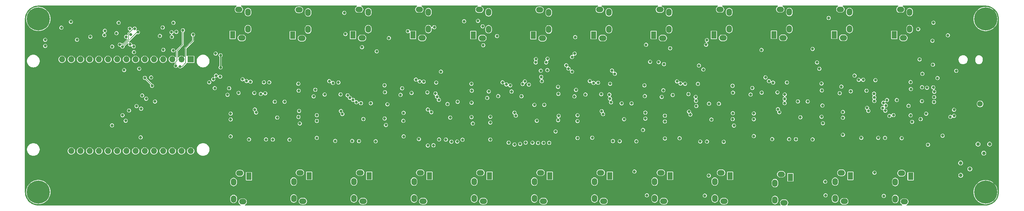
<source format=gbr>
%TF.GenerationSoftware,KiCad,Pcbnew,(7.0.0)*%
%TF.CreationDate,2023-05-02T23:46:26+03:00*%
%TF.ProjectId,24_channel_esp32_energy_meter,32345f63-6861-46e6-9e65-6c5f65737033,rev?*%
%TF.SameCoordinates,PX5ff2fd0PYa4fc540*%
%TF.FileFunction,Copper,L3,Inr*%
%TF.FilePolarity,Positive*%
%FSLAX46Y46*%
G04 Gerber Fmt 4.6, Leading zero omitted, Abs format (unit mm)*
G04 Created by KiCad (PCBNEW (7.0.0)) date 2023-05-02 23:46:26*
%MOMM*%
%LPD*%
G01*
G04 APERTURE LIST*
%TA.AperFunction,ComponentPad*%
%ADD10R,1.700000X1.700000*%
%TD*%
%TA.AperFunction,ComponentPad*%
%ADD11O,1.700000X1.700000*%
%TD*%
%TA.AperFunction,ComponentPad*%
%ADD12C,0.800000*%
%TD*%
%TA.AperFunction,ComponentPad*%
%ADD13C,6.400000*%
%TD*%
%TA.AperFunction,ComponentPad*%
%ADD14O,2.000000X1.500000*%
%TD*%
%TA.AperFunction,ComponentPad*%
%ADD15R,1.400000X2.000000*%
%TD*%
%TA.AperFunction,ComponentPad*%
%ADD16O,1.500000X2.000000*%
%TD*%
%TA.AperFunction,ViaPad*%
%ADD17C,0.800000*%
%TD*%
%TA.AperFunction,ViaPad*%
%ADD18C,1.000000*%
%TD*%
%TA.AperFunction,ViaPad*%
%ADD19C,1.500000*%
%TD*%
%TA.AperFunction,Conductor*%
%ADD20C,0.400000*%
%TD*%
%TA.AperFunction,Conductor*%
%ADD21C,0.700000*%
%TD*%
%TA.AperFunction,Conductor*%
%ADD22C,0.200000*%
%TD*%
%TA.AperFunction,Conductor*%
%ADD23C,0.300000*%
%TD*%
G04 APERTURE END LIST*
D10*
%TO.N,unconnected-(J3-Pin_1-Pad1)*%
%TO.C,J3*%
X46144999Y40799999D03*
D11*
%TO.N,unconnected-(J3-Pin_2-Pad2)*%
X43604999Y40799999D03*
%TO.N,unconnected-(J3-Pin_3-Pad3)*%
X41064999Y40799999D03*
%TO.N,unconnected-(J3-Pin_4-Pad4)*%
X38524999Y40799999D03*
%TO.N,unconnected-(J3-Pin_5-Pad5)*%
X35984999Y40799999D03*
%TO.N,/~{CS8}*%
X33444999Y40799999D03*
%TO.N,/~{CS7}*%
X30904999Y40799999D03*
%TO.N,/ESP32/~{INT0}*%
X28364999Y40799999D03*
%TO.N,/ESP32/~{INT1}*%
X25824999Y40799999D03*
%TO.N,/ESP32/~{INT2}*%
X23284999Y40799999D03*
%TO.N,/~{CS2}*%
X20744999Y40799999D03*
%TO.N,unconnected-(J3-Pin_12-Pad12)*%
X18204999Y40799999D03*
%TO.N,/~{CS1}*%
X15664999Y40799999D03*
%TO.N,GND*%
X13124999Y40799999D03*
%TO.N,unconnected-(J3-Pin_15-Pad15)*%
X10584999Y40799999D03*
%TD*%
D10*
%TO.N,VDD*%
%TO.C,J2*%
X10584999Y15399999D03*
D11*
%TO.N,GND*%
X13124999Y15399999D03*
%TO.N,/~{CS3}*%
X15664999Y15399999D03*
%TO.N,/MOSI*%
X18204999Y15399999D03*
%TO.N,/MISO*%
X20744999Y15399999D03*
%TO.N,unconnected-(J2-Pin_6-Pad6)*%
X23284999Y15399999D03*
%TO.N,unconnected-(J2-Pin_7-Pad7)*%
X25824999Y15399999D03*
%TO.N,/SCLK*%
X28364999Y15399999D03*
%TO.N,/~{CS4}*%
X30904999Y15399999D03*
%TO.N,/~{CS5}*%
X33444999Y15399999D03*
%TO.N,/~{CS6}*%
X35984999Y15399999D03*
%TO.N,unconnected-(J2-Pin_12-Pad12)*%
X38524999Y15399999D03*
%TO.N,unconnected-(J2-Pin_13-Pad13)*%
X41064999Y15399999D03*
%TO.N,/ESP32/SDA*%
X43604999Y15399999D03*
%TO.N,/ESP32/SCL*%
X46144999Y15399999D03*
%TD*%
D12*
%TO.N,GND*%
%TO.C,H2*%
X1600000Y52025000D03*
X2302944Y53722056D03*
X2302944Y50327944D03*
X4000000Y54425000D03*
D13*
X4000000Y52025000D03*
D12*
X4000000Y49625000D03*
X5697056Y53722056D03*
X5697056Y50327944D03*
X6400000Y52025000D03*
%TD*%
D14*
%TO.N,unconnected-(CT2-3-Pad1)*%
%TO.C,CT2-3*%
X176186639Y9374998D03*
D15*
%TO.N,unconnected-(CT2-3-Pad2)*%
X178706639Y8525106D03*
D16*
%TO.N,unconnected-(CT2-3-Pad3)*%
X174466640Y2225000D03*
D14*
%TO.N,/ATM90E32AS2/IB-*%
X176986640Y1474999D03*
D16*
%TO.N,/ATM90E32AS2/IB+*%
X174466640Y6924998D03*
%TD*%
D14*
%TO.N,unconnected-(CT2-2-Pad1)*%
%TO.C,CT2-2*%
X126277550Y9374998D03*
D15*
%TO.N,unconnected-(CT2-2-Pad2)*%
X128797550Y8525106D03*
D16*
%TO.N,unconnected-(CT2-2-Pad3)*%
X124557551Y2225000D03*
D14*
%TO.N,/ATM90E32AS1/IB-*%
X127077551Y1474999D03*
D16*
%TO.N,/ATM90E32AS1/IB+*%
X124557551Y6924998D03*
%TD*%
D14*
%TO.N,unconnected-(CT3-7-Pad1)*%
%TO.C,CT3-7*%
X193358804Y46750000D03*
D15*
%TO.N,unconnected-(CT3-7-Pad2)*%
X190838804Y47599892D03*
D16*
%TO.N,unconnected-(CT3-7-Pad3)*%
X195078803Y53899998D03*
D14*
%TO.N,/ATM90E32AS6/IC-*%
X192558803Y54649999D03*
D16*
%TO.N,/ATM90E32AS6/IC+*%
X195078803Y49200000D03*
%TD*%
D14*
%TO.N,unconnected-(CT1-1-Pad1)*%
%TO.C,CT1-1*%
X59732098Y9249998D03*
D15*
%TO.N,unconnected-(CT1-1-Pad2)*%
X62252098Y8400106D03*
D16*
%TO.N,unconnected-(CT1-1-Pad3)*%
X58012099Y2100000D03*
D14*
%TO.N,/ATM90E32AS/IA-*%
X60532099Y1349999D03*
D16*
%TO.N,/ATM90E32AS/IA+*%
X58012099Y6799998D03*
%TD*%
D14*
%TO.N,unconnected-(CT3-4-Pad1)*%
%TO.C,CT3-4*%
X242732098Y9249998D03*
D15*
%TO.N,unconnected-(CT3-4-Pad2)*%
X245252098Y8400106D03*
D16*
%TO.N,unconnected-(CT3-4-Pad3)*%
X241012099Y2100000D03*
D14*
%TO.N,/ATM90E32AS3/IC-*%
X243532099Y1349999D03*
D16*
%TO.N,/ATM90E32AS3/IC+*%
X241012099Y6799998D03*
%TD*%
D14*
%TO.N,unconnected-(CT2-4-Pad1)*%
%TO.C,CT2-4*%
X226095728Y9349998D03*
D15*
%TO.N,unconnected-(CT2-4-Pad2)*%
X228615728Y8500106D03*
D16*
%TO.N,unconnected-(CT2-4-Pad3)*%
X224375729Y2200000D03*
D14*
%TO.N,/ATM90E32AS3/IB-*%
X226895729Y1449999D03*
D16*
%TO.N,/ATM90E32AS3/IB+*%
X224375729Y6899998D03*
%TD*%
D14*
%TO.N,unconnected-(CT1-7-Pad1)*%
%TO.C,CT1-7*%
X160086078Y46700000D03*
D15*
%TO.N,unconnected-(CT1-7-Pad2)*%
X157566078Y47549892D03*
D16*
%TO.N,unconnected-(CT1-7-Pad3)*%
X161806077Y53849998D03*
D14*
%TO.N,/ATM90E32AS6/IA-*%
X159286077Y54599999D03*
D16*
%TO.N,/ATM90E32AS6/IA+*%
X161806077Y49150000D03*
%TD*%
D14*
%TO.N,unconnected-(CT1-4-Pad1)*%
%TO.C,CT1-4*%
X209459365Y8949998D03*
D15*
%TO.N,unconnected-(CT1-4-Pad2)*%
X211979365Y8100106D03*
D16*
%TO.N,unconnected-(CT1-4-Pad3)*%
X207739366Y1800000D03*
D14*
%TO.N,/ATM90E32AS3/IA-*%
X210259366Y1049999D03*
D16*
%TO.N,/ATM90E32AS3/IA+*%
X207739366Y6499998D03*
%TD*%
D14*
%TO.N,unconnected-(CT3-1-Pad1)*%
%TO.C,CT3-1*%
X93004824Y9374998D03*
D15*
%TO.N,unconnected-(CT3-1-Pad2)*%
X95524824Y8525106D03*
D16*
%TO.N,unconnected-(CT3-1-Pad3)*%
X91284825Y2225000D03*
D14*
%TO.N,/ATM90E32AS/IC-*%
X93804825Y1474999D03*
D16*
%TO.N,/ATM90E32AS/IC+*%
X91284825Y6924998D03*
%TD*%
D12*
%TO.N,GND*%
%TO.C,H1*%
X1600000Y4025000D03*
X2302944Y5722056D03*
X2302944Y2327944D03*
X4000000Y6425000D03*
D13*
X4000000Y4025000D03*
D12*
X4000000Y1625000D03*
X5697056Y5722056D03*
X5697056Y2327944D03*
X6400000Y4025000D03*
%TD*%
D14*
%TO.N,unconnected-(CT2-7-Pad1)*%
%TO.C,CT2-7*%
X176722441Y46700000D03*
D15*
%TO.N,unconnected-(CT2-7-Pad2)*%
X174202441Y47549892D03*
D16*
%TO.N,unconnected-(CT2-7-Pad3)*%
X178442440Y53849998D03*
D14*
%TO.N,/ATM90E32AS6/IB-*%
X175922440Y54599999D03*
D16*
%TO.N,/ATM90E32AS6/IB+*%
X178442440Y49150000D03*
%TD*%
D14*
%TO.N,unconnected-(CT1-6-Pad1)*%
%TO.C,CT1-6*%
X110176989Y46750000D03*
D15*
%TO.N,unconnected-(CT1-6-Pad2)*%
X107656989Y47599892D03*
D16*
%TO.N,unconnected-(CT1-6-Pad3)*%
X111896988Y53899998D03*
D14*
%TO.N,/ATM90E32AS5/IA-*%
X109376988Y54649999D03*
D16*
%TO.N,/ATM90E32AS5/IA+*%
X111896988Y49200000D03*
%TD*%
D14*
%TO.N,unconnected-(CT1-5-Pad1)*%
%TO.C,CT1-5*%
X60267900Y46750000D03*
D15*
%TO.N,unconnected-(CT1-5-Pad2)*%
X57747900Y47599892D03*
D16*
%TO.N,unconnected-(CT1-5-Pad3)*%
X61987899Y53899998D03*
D14*
%TO.N,/ATM90E32AS4/IA-*%
X59467899Y54649999D03*
D16*
%TO.N,/ATM90E32AS4/IA+*%
X61987899Y49200000D03*
%TD*%
D12*
%TO.N,GND*%
%TO.C,H3*%
X263600000Y4000000D03*
X264302944Y5697056D03*
X264302944Y2302944D03*
X266000000Y6400000D03*
D13*
X266000000Y4000000D03*
D12*
X266000000Y1600000D03*
X267697056Y5697056D03*
X267697056Y2302944D03*
X268400000Y4000000D03*
%TD*%
D14*
%TO.N,unconnected-(CT3-5-Pad1)*%
%TO.C,CT3-5*%
X93540626Y46750000D03*
D15*
%TO.N,unconnected-(CT3-5-Pad2)*%
X91020626Y47599892D03*
D16*
%TO.N,unconnected-(CT3-5-Pad3)*%
X95260625Y53899998D03*
D14*
%TO.N,/ATM90E32AS4/IC-*%
X92740625Y54649999D03*
D16*
%TO.N,/ATM90E32AS4/IC+*%
X95260625Y49200000D03*
%TD*%
D14*
%TO.N,unconnected-(CT3-2-Pad1)*%
%TO.C,CT3-2*%
X142913913Y9374998D03*
D15*
%TO.N,unconnected-(CT3-2-Pad2)*%
X145433913Y8525106D03*
D16*
%TO.N,unconnected-(CT3-2-Pad3)*%
X141193914Y2225000D03*
D14*
%TO.N,/ATM90E32AS1/IC-*%
X143713914Y1474999D03*
D16*
%TO.N,/ATM90E32AS1/IC+*%
X141193914Y6924998D03*
%TD*%
D12*
%TO.N,GND*%
%TO.C,H4*%
X263600000Y52000000D03*
X264302944Y53697056D03*
X264302944Y50302944D03*
X266000000Y54400000D03*
D13*
X266000000Y52000000D03*
D12*
X266000000Y49600000D03*
X267697056Y53697056D03*
X267697056Y50302944D03*
X268400000Y52000000D03*
%TD*%
D14*
%TO.N,unconnected-(CT2-6-Pad1)*%
%TO.C,CT2-6*%
X126813352Y46700000D03*
D15*
%TO.N,unconnected-(CT2-6-Pad2)*%
X124293352Y47549892D03*
D16*
%TO.N,unconnected-(CT2-6-Pad3)*%
X128533351Y53849998D03*
D14*
%TO.N,/ATM90E32AS5/IB-*%
X126013351Y54599999D03*
D16*
%TO.N,/ATM90E32AS5/IB+*%
X128533351Y49150000D03*
%TD*%
D14*
%TO.N,unconnected-(CT3-6-Pad1)*%
%TO.C,CT3-6*%
X143449715Y46650000D03*
D15*
%TO.N,unconnected-(CT3-6-Pad2)*%
X140929715Y47499892D03*
D16*
%TO.N,unconnected-(CT3-6-Pad3)*%
X145169714Y53799998D03*
D14*
%TO.N,/ATM90E32AS5/IC-*%
X142649714Y54549999D03*
D16*
%TO.N,/ATM90E32AS5/IC+*%
X145169714Y49100000D03*
%TD*%
D14*
%TO.N,unconnected-(CT2-5-Pad1)*%
%TO.C,CT2-5*%
X76904263Y46650000D03*
D15*
%TO.N,unconnected-(CT2-5-Pad2)*%
X74384263Y47499892D03*
D16*
%TO.N,unconnected-(CT2-5-Pad3)*%
X78624262Y53799998D03*
D14*
%TO.N,/ATM90E32AS4/IB-*%
X76104262Y54549999D03*
D16*
%TO.N,/ATM90E32AS4/IB+*%
X78624262Y49100000D03*
%TD*%
D14*
%TO.N,unconnected-(CT1-2-Pad1)*%
%TO.C,CT1-2*%
X109641187Y9374998D03*
D15*
%TO.N,unconnected-(CT1-2-Pad2)*%
X112161187Y8525106D03*
D16*
%TO.N,unconnected-(CT1-2-Pad3)*%
X107921188Y2225000D03*
D14*
%TO.N,/ATM90E32AS1/IA-*%
X110441188Y1474999D03*
D16*
%TO.N,/ATM90E32AS1/IA+*%
X107921188Y6924998D03*
%TD*%
D14*
%TO.N,unconnected-(CT1-3-Pad1)*%
%TO.C,CT1-3*%
X159550276Y9374998D03*
D15*
%TO.N,unconnected-(CT1-3-Pad2)*%
X162070276Y8525106D03*
D16*
%TO.N,unconnected-(CT1-3-Pad3)*%
X157830277Y2225000D03*
D14*
%TO.N,/ATM90E32AS2/IA-*%
X160350277Y1474999D03*
D16*
%TO.N,/ATM90E32AS2/IA+*%
X157830277Y6924998D03*
%TD*%
D14*
%TO.N,unconnected-(CT3-8-Pad1)*%
%TO.C,CT3-8*%
X243267900Y46750000D03*
D15*
%TO.N,unconnected-(CT3-8-Pad2)*%
X240747900Y47599892D03*
D16*
%TO.N,unconnected-(CT3-8-Pad3)*%
X244987899Y53899998D03*
D14*
%TO.N,/ATM90E32AS7_Voltage_Sense/IC-*%
X242467899Y54649999D03*
D16*
%TO.N,/ATM90E32AS7_Voltage_Sense/IC+*%
X244987899Y49200000D03*
%TD*%
D14*
%TO.N,unconnected-(CT3-3-Pad1)*%
%TO.C,CT3-3*%
X192823002Y9374998D03*
D15*
%TO.N,unconnected-(CT3-3-Pad2)*%
X195343002Y8525106D03*
D16*
%TO.N,unconnected-(CT3-3-Pad3)*%
X191103003Y2225000D03*
D14*
%TO.N,/ATM90E32AS2/IC-*%
X193623003Y1474999D03*
D16*
%TO.N,/ATM90E32AS2/IC+*%
X191103003Y6924998D03*
%TD*%
D14*
%TO.N,unconnected-(CT1-8-Pad1)*%
%TO.C,CT1-8*%
X209995167Y46775000D03*
D15*
%TO.N,unconnected-(CT1-8-Pad2)*%
X207475167Y47624892D03*
D16*
%TO.N,unconnected-(CT1-8-Pad3)*%
X211715166Y53924998D03*
D14*
%TO.N,/ATM90E32AS7_Voltage_Sense/IA-*%
X209195166Y54674999D03*
D16*
%TO.N,/ATM90E32AS7_Voltage_Sense/IA+*%
X211715166Y49225000D03*
%TD*%
D14*
%TO.N,unconnected-(CT2-1-Pad1)*%
%TO.C,CT2-1*%
X76368461Y9374998D03*
D15*
%TO.N,unconnected-(CT2-1-Pad2)*%
X78888461Y8525106D03*
D16*
%TO.N,unconnected-(CT2-1-Pad3)*%
X74648462Y2225000D03*
D14*
%TO.N,/ATM90E32AS/IB-*%
X77168462Y1474999D03*
D16*
%TO.N,/ATM90E32AS/IB+*%
X74648462Y6924998D03*
%TD*%
D14*
%TO.N,unconnected-(CT2-8-Pad1)*%
%TO.C,CT2-8*%
X226631530Y46775000D03*
D15*
%TO.N,unconnected-(CT2-8-Pad2)*%
X224111530Y47624892D03*
D16*
%TO.N,unconnected-(CT2-8-Pad3)*%
X228351529Y53924998D03*
D14*
%TO.N,/ATM90E32AS7_Voltage_Sense/IB-*%
X225831529Y54674999D03*
D16*
%TO.N,/ATM90E32AS7_Voltage_Sense/IB+*%
X228351529Y49225000D03*
%TD*%
D17*
%TO.N,GND*%
X81030001Y23725000D03*
X201880000Y24225000D03*
X208930000Y26150000D03*
X57200000Y19450000D03*
X188942500Y18000000D03*
X157215000Y19075000D03*
X100155001Y22600000D03*
X13015000Y51225000D03*
X57200000Y25755000D03*
X93905001Y24250000D03*
X245350000Y32575000D03*
D18*
X263900000Y17300000D03*
D17*
X147767500Y23950000D03*
X131192500Y30625000D03*
X201880000Y25830000D03*
X129017500Y24880000D03*
X80605001Y32375000D03*
X90805001Y18175000D03*
X76115000Y26500500D03*
X233200000Y27350000D03*
X171892500Y24375000D03*
X114044400Y34374353D03*
X245250000Y34500000D03*
X81030001Y19025000D03*
X177292500Y25180000D03*
X69400000Y29075000D03*
X134890000Y31875500D03*
X235521329Y35052568D03*
X251750000Y30350000D03*
X114830001Y18587500D03*
X138792500Y17725000D03*
X123880001Y32112500D03*
X153142500Y19000000D03*
X88080001Y25650000D03*
X213530000Y18650000D03*
X190167500Y24100000D03*
X164792500Y18125000D03*
X153142500Y25305000D03*
X245275000Y25275000D03*
X153142500Y23700000D03*
X169417500Y18075000D03*
X241451731Y29514644D03*
X220630000Y24900000D03*
X160192500Y25625000D03*
X196117500Y31550000D03*
X137614703Y30582673D03*
X135692500Y26025000D03*
X166017500Y24225000D03*
X256250000Y24850000D03*
D18*
X259115000Y8650000D03*
D17*
X196042500Y24250000D03*
X183815000Y31175000D03*
X63745000Y31505000D03*
X56325000Y30975000D03*
X208555000Y26975000D03*
X225650000Y31425000D03*
X251415000Y39325000D03*
X176867500Y32225000D03*
X99755001Y33625000D03*
X136067500Y25200000D03*
X171640000Y33612500D03*
X141217500Y28200000D03*
X145292500Y17650000D03*
X162140610Y34023612D03*
X251565000Y50975000D03*
X211655000Y18675000D03*
X248025000Y24250000D03*
X250050000Y17125000D03*
X129017500Y23275000D03*
X100565000Y28350000D03*
X97305001Y18100000D03*
D18*
X265500000Y14800000D03*
D17*
X220605000Y34125000D03*
X184342500Y25500000D03*
X75925000Y34050000D03*
X242800000Y18975000D03*
X147742500Y33175000D03*
X165342500Y28625000D03*
X68850000Y18575000D03*
X162917500Y18150000D03*
X70075000Y24675000D03*
X216806731Y29139644D03*
X134092500Y17725000D03*
X257275000Y25150000D03*
X93230001Y28650000D03*
X76325000Y23025000D03*
X72126731Y29064644D03*
X238725000Y29525000D03*
X233065000Y32125000D03*
D19*
X264460000Y28450000D03*
D17*
X152267500Y30525000D03*
X201455000Y32875000D03*
X129017500Y18575000D03*
X177292500Y23575000D03*
X116705001Y18562500D03*
X171756143Y30622681D03*
X181365000Y18950000D03*
X59375000Y31500000D03*
X28290000Y47050000D03*
X204055000Y31575000D03*
X83205001Y31075000D03*
X107230001Y31487500D03*
X99780001Y24400000D03*
X65550705Y31223843D03*
X201005000Y31050000D03*
X226100000Y33250000D03*
X117930001Y24662500D03*
X66975000Y18600000D03*
X176417500Y30400000D03*
X193567500Y17950000D03*
X128592500Y31925000D03*
X99855001Y31700000D03*
X76025000Y32125000D03*
X123805001Y24812500D03*
X252690000Y35625000D03*
X245650000Y23475000D03*
D18*
X267100000Y17300000D03*
D17*
X92680001Y18150000D03*
X81030001Y25330000D03*
X111615000Y31675000D03*
X123780001Y34037500D03*
X187067500Y18025000D03*
X95956732Y28639644D03*
X105055001Y19437500D03*
X171240000Y21225000D03*
X111730001Y26887500D03*
X155317500Y31050000D03*
X214080000Y29150000D03*
X186440000Y34000000D03*
X75950000Y24825000D03*
X57200000Y24150000D03*
X257275000Y26825000D03*
X231600000Y19050000D03*
X80155001Y30550000D03*
X147065000Y20825000D03*
X201880000Y19525000D03*
X239400000Y25125000D03*
X192219231Y28489644D03*
X249790000Y32925000D03*
X214755000Y24750000D03*
X168069231Y28614644D03*
X251290000Y45975000D03*
X208440000Y31675000D03*
X14715000Y46250000D03*
X147842500Y31250000D03*
X179467500Y30925000D03*
X128142500Y30100000D03*
X119981732Y29052144D03*
X143944231Y28189644D03*
X147915000Y25150000D03*
X104180001Y30962500D03*
X189492500Y28500000D03*
X104965000Y23750000D03*
X233575000Y26525000D03*
X73475000Y18525000D03*
X220865000Y28000000D03*
X89550000Y30850000D03*
X226525000Y24600000D03*
X112690000Y26150000D03*
X121330001Y18512500D03*
X196090000Y25875000D03*
X249550000Y25750000D03*
X105015000Y25975500D03*
X56775000Y32800000D03*
X211065000Y34400000D03*
X123815000Y28774500D03*
X177292500Y18875000D03*
X63875000Y26900000D03*
X251800000Y31825000D03*
X221005000Y23100000D03*
X196417500Y22450000D03*
X238175000Y19025000D03*
X87705001Y26475000D03*
D18*
X261640000Y10425000D03*
D17*
X226525000Y26205000D03*
X226525000Y19900000D03*
X141892500Y23800000D03*
X218155000Y18600000D03*
X152717500Y32350000D03*
X117180734Y28409266D03*
X109265000Y18700000D03*
X64250000Y26075000D03*
X40940000Y47050000D03*
X228700000Y31950000D03*
X159690000Y31150000D03*
X104630001Y32787500D03*
X87600000Y31100000D03*
X140667500Y17700000D03*
X62275000Y18600000D03*
X86105001Y18175000D03*
X124180001Y23012500D03*
X159817500Y26450000D03*
X171893000Y26025000D03*
X183967500Y26325000D03*
X251725000Y28975000D03*
D18*
X259090000Y12075000D03*
D17*
X220705000Y32200000D03*
X254100000Y19650000D03*
X41365000Y50950000D03*
X26240000Y50950000D03*
X236300000Y19050000D03*
X196017500Y33475000D03*
X206955000Y18675000D03*
%TO.N,VDD*%
X85955001Y24237500D03*
X113105001Y34512500D03*
X20565000Y52375000D03*
X80505001Y33875000D03*
X133942500Y23787500D03*
X235425000Y38075000D03*
X84530001Y26475000D03*
X60675000Y37650000D03*
X234575000Y34975000D03*
X182217500Y24087500D03*
X156642500Y26450000D03*
X210540000Y38525000D03*
X132450000Y36750000D03*
X206805000Y24737500D03*
X113875000Y37600000D03*
X89900000Y36975000D03*
X65250000Y34525000D03*
X33065000Y52450000D03*
X161192500Y34075000D03*
X108555001Y26887500D03*
X15865000Y50950000D03*
X109980001Y24650000D03*
X209930000Y34600000D03*
X185875000Y37025000D03*
X60700000Y26900000D03*
X158067500Y24212500D03*
X251900000Y14275000D03*
X180792500Y26325000D03*
X161890000Y37150000D03*
X137067500Y33650000D03*
X176767500Y33725000D03*
X62125000Y24662500D03*
X132517500Y26025000D03*
X250575000Y22800000D03*
X152617500Y33850000D03*
X89080001Y34100000D03*
X201355000Y34375000D03*
X45490000Y52425000D03*
X226000000Y34750000D03*
X231450000Y25112500D03*
X128492500Y33425000D03*
X28440000Y51600000D03*
X104530001Y34287500D03*
X56675000Y34300000D03*
X230025000Y27350000D03*
X205380000Y26975000D03*
X185342500Y33950000D03*
%TO.N,/ATM90E32AS2/IB-*%
X113290000Y16975000D03*
X172315000Y3100000D03*
%TO.N,/ATM90E32AS2/IB+*%
X111740000Y16925000D03*
X168865000Y9700000D03*
%TO.N,/ATM90E32AS3/IB-*%
X221740000Y3100000D03*
X137265000Y17350000D03*
%TO.N,/ATM90E32AS3/IB+*%
X221650001Y6899999D03*
X135715000Y17200000D03*
%TO.N,/ATM90E32AS4/IB-*%
X142990000Y37650000D03*
X141640000Y40900000D03*
%TO.N,/ATM90E32AS4/IB+*%
X144790000Y37825000D03*
X141565000Y39950000D03*
%TO.N,/ATM90E32AS5/IB-*%
X121765000Y51374500D03*
X150640000Y38250000D03*
%TO.N,/ATM90E32AS5/IB+*%
X127040000Y44725000D03*
X150015000Y39175500D03*
%TO.N,/ATM90E32AS6/IB-*%
X178740000Y43875000D03*
X177040000Y39475000D03*
%TO.N,/ATM90E32AS6/IB+*%
X175565000Y40050000D03*
X172090000Y44850000D03*
%TO.N,/ATM90E32AS2/IC-*%
X188340000Y3025000D03*
X119865000Y18025000D03*
%TO.N,/ATM90E32AS2/IC+*%
X189453003Y8575000D03*
X118265000Y17975000D03*
%TO.N,/ATM90E32AS3/IC-*%
X143740000Y17650000D03*
X237840000Y2925000D03*
%TO.N,/ATM90E32AS3/IC+*%
X235275000Y9390000D03*
X142215000Y17625000D03*
%TO.N,/ATM90E32AS4/IC-*%
X88640000Y53700000D03*
X144840000Y40975000D03*
X88940000Y47825000D03*
X143265000Y34775000D03*
%TO.N,/ATM90E32AS4/IC+*%
X144465000Y39975000D03*
X143090000Y35925000D03*
%TO.N,/ATM90E32AS5/IC-*%
X163450000Y36800000D03*
X152340000Y42425000D03*
%TO.N,/ATM90E32AS5/IC+*%
X151615000Y41450000D03*
X162662642Y37701887D03*
%TO.N,/ATM90E32AS6/IC-*%
X187940000Y37975000D03*
X188915000Y46150000D03*
%TO.N,/ATM90E32AS6/IC+*%
X188690000Y44875000D03*
X186715000Y39075000D03*
%TO.N,/CH1_WARN*%
X40840000Y48350000D03*
X67850000Y34425000D03*
%TO.N,/CH1_IRQ0*%
X66750000Y31400000D03*
X38390000Y49650000D03*
%TO.N,/CH1_IRQ1*%
X66400000Y34450000D03*
X42177500Y48437500D03*
%TO.N,/SCLK*%
X158825000Y34325000D03*
X110575000Y34625000D03*
X62700000Y34600000D03*
X207225000Y34350000D03*
X52815000Y32825000D03*
X134525000Y33600000D03*
X182875000Y34025000D03*
X232150000Y35150000D03*
X87000000Y34400000D03*
%TO.N,/MISO*%
X133450000Y33875000D03*
X181625000Y34125000D03*
X230925000Y35125000D03*
X157575000Y34275000D03*
X109475000Y34675000D03*
X61600000Y34800000D03*
X206075000Y34775000D03*
X85500000Y34275000D03*
X51265000Y34450000D03*
%TO.N,/MOSI*%
X84475000Y34775000D03*
X180650000Y34700000D03*
X108450000Y35200000D03*
X156525000Y34800000D03*
X60500000Y35300000D03*
X205125000Y35825000D03*
X132400000Y34425000D03*
X229750000Y36300000D03*
%TO.N,/CH2_WARN*%
X91965000Y28925000D03*
X46790000Y47675000D03*
X43215000Y38824500D03*
%TO.N,/CH2_IRQ0*%
X91040000Y29575000D03*
X37640000Y47300000D03*
%TO.N,/CH2_IRQ1*%
X41290000Y43300000D03*
X90174877Y30135099D03*
%TO.N,/CH3_WARN*%
X29315000Y49300000D03*
X114790000Y29575000D03*
%TO.N,/CH3_IRQ0*%
X38565000Y43450000D03*
X114290000Y30450000D03*
%TO.N,/CH3_IRQ1*%
X43990000Y48875000D03*
X42040000Y39000000D03*
X113840000Y31350000D03*
%TO.N,/~{CS3}*%
X35215000Y35775000D03*
%TO.N,/CH4_WARN*%
X31915000Y38200000D03*
X139690000Y33800000D03*
%TO.N,/CH4_IRQ0*%
X25615000Y48075000D03*
X138570429Y34706419D03*
%TO.N,/CH4_IRQ1*%
X137957278Y33981436D03*
X29590000Y47725000D03*
%TO.N,/~{CS4}*%
X54290000Y36000000D03*
X115350000Y37400000D03*
%TO.N,/CH5_WARN*%
X31573814Y48339024D03*
X162390000Y28900000D03*
X27290000Y44325000D03*
X27730734Y37840734D03*
%TO.N,/CH5_IRQ0*%
X162090000Y29925000D03*
X29390000Y44950000D03*
%TO.N,/CH5_IRQ1*%
X161915000Y31050000D03*
X30390000Y44400000D03*
%TO.N,/~{CS5}*%
X151625000Y37400000D03*
X53165000Y36300000D03*
%TO.N,/CH6_WARN*%
X32715000Y30775000D03*
X185965000Y27875000D03*
%TO.N,/CH6_IRQ0*%
X185915000Y29325000D03*
X26536468Y44902708D03*
X30665000Y49300000D03*
X33465000Y35675000D03*
X35465000Y33475000D03*
X36265000Y29125000D03*
%TO.N,/CH6_IRQ1*%
X33840000Y29900000D03*
X185815000Y30400000D03*
%TO.N,/~{CS6}*%
X130875000Y47275000D03*
X173200000Y40125000D03*
X106225000Y48625000D03*
X52390000Y35300000D03*
X32290000Y19175000D03*
%TO.N,/CH7_WARN*%
X10390000Y49575000D03*
X29090000Y26625000D03*
X18390000Y47075000D03*
X210415000Y28675000D03*
%TO.N,/CH7_IRQ0*%
X210415000Y29825000D03*
X31165000Y27850000D03*
%TO.N,/CH7_IRQ1*%
X210440000Y31075000D03*
X32440000Y27125000D03*
%TO.N,/~{CS7}*%
X125590000Y51475000D03*
X152490000Y46950000D03*
X54415000Y41950000D03*
X54415000Y38575000D03*
X100965000Y46700000D03*
%TO.N,/CH8_WARN*%
X24390000Y22500000D03*
X5915000Y46225000D03*
X22415000Y48725000D03*
X235215000Y29275000D03*
%TO.N,/CH8_IRQ0*%
X235215000Y30275000D03*
X5915500Y44525000D03*
X28165000Y23800000D03*
X22265000Y47525000D03*
%TO.N,/CH8_IRQ1*%
X235140000Y31300000D03*
X27290000Y25325000D03*
%TO.N,/~{CS8}*%
X97615000Y43025000D03*
X93515000Y44200000D03*
X53040000Y42425000D03*
X113515000Y49725000D03*
X126893693Y49975500D03*
X204015000Y43400000D03*
%TO.N,/ESP32/~{INT0}*%
X30465000Y42800000D03*
%TO.N,/ESP32/~{INT1}*%
X24415000Y44350000D03*
%TO.N,/ATM90E32AS7_Voltage_Sense/IB+*%
X219375000Y39950000D03*
X218150000Y43700000D03*
%TO.N,/ATM90E32AS7_Voltage_Sense/IB-*%
X220000000Y38200000D03*
X222600000Y52275000D03*
%TO.N,VA+*%
X257890000Y37625000D03*
X255565000Y47475000D03*
%TO.N,/ATM90E32AS7_Voltage_Sense/V1P*%
X240515000Y25350000D03*
X247740000Y40800000D03*
%TO.N,Net-(IC8-V1N)*%
X248390000Y29225000D03*
X238267475Y26574500D03*
%TO.N,Net-(IC8-V2N)*%
X238415000Y28000000D03*
X248415000Y33075000D03*
%TO.N,Net-(IC8-V3N)*%
X248515000Y36800000D03*
X237715000Y28750000D03*
%TO.N,/ATM90E32AS7_Voltage_Sense/V2P*%
X237540000Y27325000D03*
X247340000Y49200000D03*
%TO.N,/ATM90E32AS7_Voltage_Sense/V3P*%
X251515000Y33050000D03*
X244690000Y27900000D03*
%TD*%
D20*
%TO.N,VDD*%
X62125000Y25475000D02*
X60700000Y26900000D01*
X57725000Y32089339D02*
X60700000Y29114339D01*
X60675000Y37250000D02*
X57725000Y34300000D01*
X60675000Y37650000D02*
X60675000Y37250000D01*
X60700000Y29114339D02*
X60700000Y26900000D01*
X57725000Y34300000D02*
X56675000Y34300000D01*
X62125000Y24662500D02*
X62125000Y25475000D01*
X60675000Y36725000D02*
X60675000Y37650000D01*
X57725000Y34300000D02*
X57725000Y32089339D01*
X65250000Y34525000D02*
X63400000Y36375000D01*
D21*
X233987500Y22575000D02*
X231450000Y25112500D01*
X230025000Y27350000D02*
X230025000Y26537500D01*
D20*
X61025000Y36375000D02*
X60675000Y36725000D01*
D21*
X250350000Y22575000D02*
X233987500Y22575000D01*
D20*
X63400000Y36375000D02*
X61025000Y36375000D01*
D21*
X250575000Y22800000D02*
X250350000Y22575000D01*
X230025000Y26537500D02*
X231450000Y25112500D01*
D22*
%TO.N,/CH2_WARN*%
X44755000Y39790000D02*
X44755000Y43940000D01*
X44755000Y43940000D02*
X46790000Y45975000D01*
X43215000Y38824500D02*
X43789500Y38824500D01*
X46790000Y45975000D02*
X46790000Y47675000D01*
X43789500Y38824500D02*
X44755000Y39790000D01*
%TO.N,/CH3_IRQ1*%
X42315000Y40400000D02*
X42315000Y43225000D01*
X42315000Y43225000D02*
X43990000Y44900000D01*
X42040000Y39000000D02*
X42040000Y40125000D01*
X42040000Y40125000D02*
X42315000Y40400000D01*
X43990000Y44900000D02*
X43990000Y48875000D01*
%TO.N,/CH5_WARN*%
X31290000Y48250000D02*
X31590000Y48250000D01*
X31590000Y48322838D02*
X31573814Y48339024D01*
X31590000Y48250000D02*
X31590000Y48322838D01*
X27290000Y44325000D02*
X27365000Y44325000D01*
X27365000Y44325000D02*
X31290000Y48250000D01*
%TO.N,/CH6_IRQ0*%
X35465000Y33675000D02*
X33465000Y35675000D01*
X26608760Y44975000D02*
X26536468Y44902708D01*
X30245761Y49300000D02*
X28940000Y47994239D01*
X35465000Y33475000D02*
X35465000Y33675000D01*
X30665000Y49300000D02*
X30245761Y49300000D01*
X27520026Y44975000D02*
X26608760Y44975000D01*
X28940000Y47994239D02*
X28940000Y46394974D01*
X28940000Y46394974D02*
X27520026Y44975000D01*
D23*
%TO.N,/~{CS7}*%
X54415000Y38575000D02*
X54415000Y41950000D01*
%TD*%
%TA.AperFunction,Conductor*%
%TO.N,VDD*%
G36*
X58833913Y55682887D02*
G01*
X58879300Y55637500D01*
X58895913Y55575500D01*
X58879300Y55513500D01*
X58833913Y55468113D01*
X58691310Y55385782D01*
X58691304Y55385778D01*
X58685684Y55382533D01*
X58680862Y55378192D01*
X58680856Y55378187D01*
X58549842Y55260221D01*
X58549837Y55260216D01*
X58545012Y55255871D01*
X58541195Y55250619D01*
X58541190Y55250612D01*
X58437569Y55107989D01*
X58437565Y55107984D01*
X58433749Y55102730D01*
X58431107Y55096798D01*
X58431105Y55096793D01*
X58359401Y54935746D01*
X58359398Y54935738D01*
X58356756Y54929803D01*
X58355405Y54923448D01*
X58355403Y54923441D01*
X58318752Y54751009D01*
X58317400Y54744646D01*
X58317400Y54555354D01*
X58318751Y54548995D01*
X58318752Y54548992D01*
X58355403Y54376560D01*
X58355404Y54376556D01*
X58356756Y54370197D01*
X58359399Y54364260D01*
X58359401Y54364255D01*
X58418377Y54231795D01*
X58433749Y54197270D01*
X58437568Y54192013D01*
X58437569Y54192012D01*
X58540671Y54050103D01*
X58545012Y54044129D01*
X58549841Y54039781D01*
X58549842Y54039780D01*
X58605372Y53989780D01*
X58685684Y53917467D01*
X58849616Y53822821D01*
X59029644Y53764326D01*
X59170708Y53749500D01*
X59761850Y53749500D01*
X59765092Y53749500D01*
X59906156Y53764326D01*
X60086184Y53822821D01*
X60250116Y53917467D01*
X60390788Y54044129D01*
X60502051Y54197270D01*
X60579044Y54370197D01*
X60618400Y54555354D01*
X60618400Y54744646D01*
X60579044Y54929803D01*
X60502051Y55102730D01*
X60408099Y55232044D01*
X60394609Y55250612D01*
X60394608Y55250613D01*
X60390788Y55255871D01*
X60380348Y55265271D01*
X60254943Y55378187D01*
X60254941Y55378189D01*
X60250116Y55382533D01*
X60214342Y55403187D01*
X60101887Y55468113D01*
X60056500Y55513500D01*
X60039887Y55575500D01*
X60056500Y55637500D01*
X60101887Y55682887D01*
X60163887Y55699500D01*
X92044639Y55699500D01*
X92106639Y55682887D01*
X92152026Y55637500D01*
X92168639Y55575500D01*
X92152026Y55513500D01*
X92106639Y55468113D01*
X91964036Y55385782D01*
X91964030Y55385778D01*
X91958410Y55382533D01*
X91953588Y55378192D01*
X91953582Y55378187D01*
X91822568Y55260221D01*
X91822563Y55260216D01*
X91817738Y55255871D01*
X91813921Y55250619D01*
X91813916Y55250612D01*
X91710295Y55107989D01*
X91710291Y55107984D01*
X91706475Y55102730D01*
X91703833Y55096798D01*
X91703831Y55096793D01*
X91632127Y54935746D01*
X91632124Y54935738D01*
X91629482Y54929803D01*
X91628131Y54923448D01*
X91628129Y54923441D01*
X91591478Y54751009D01*
X91590126Y54744646D01*
X91590126Y54555354D01*
X91591477Y54548995D01*
X91591478Y54548992D01*
X91628129Y54376560D01*
X91628130Y54376556D01*
X91629482Y54370197D01*
X91632125Y54364260D01*
X91632127Y54364255D01*
X91691103Y54231795D01*
X91706475Y54197270D01*
X91710294Y54192013D01*
X91710295Y54192012D01*
X91813397Y54050103D01*
X91817738Y54044129D01*
X91822567Y54039781D01*
X91822568Y54039780D01*
X91878098Y53989780D01*
X91958410Y53917467D01*
X92122342Y53822821D01*
X92302370Y53764326D01*
X92443434Y53749500D01*
X93034576Y53749500D01*
X93037818Y53749500D01*
X93178882Y53764326D01*
X93358910Y53822821D01*
X93522842Y53917467D01*
X93663514Y54044129D01*
X93774777Y54197270D01*
X93851770Y54370197D01*
X93891126Y54555354D01*
X93891126Y54744646D01*
X93851770Y54929803D01*
X93774777Y55102730D01*
X93680825Y55232044D01*
X93667335Y55250612D01*
X93667334Y55250613D01*
X93663514Y55255871D01*
X93653074Y55265271D01*
X93527669Y55378187D01*
X93527667Y55378189D01*
X93522842Y55382533D01*
X93487068Y55403187D01*
X93374613Y55468113D01*
X93329226Y55513500D01*
X93312613Y55575500D01*
X93329226Y55637500D01*
X93374613Y55682887D01*
X93436613Y55699500D01*
X108681002Y55699500D01*
X108743002Y55682887D01*
X108788389Y55637500D01*
X108805002Y55575500D01*
X108788389Y55513500D01*
X108743002Y55468113D01*
X108600399Y55385782D01*
X108600393Y55385778D01*
X108594773Y55382533D01*
X108589951Y55378192D01*
X108589945Y55378187D01*
X108458931Y55260221D01*
X108458926Y55260216D01*
X108454101Y55255871D01*
X108450284Y55250619D01*
X108450279Y55250612D01*
X108346658Y55107989D01*
X108346654Y55107984D01*
X108342838Y55102730D01*
X108340196Y55096798D01*
X108340194Y55096793D01*
X108268490Y54935746D01*
X108268487Y54935738D01*
X108265845Y54929803D01*
X108264494Y54923448D01*
X108264492Y54923441D01*
X108227841Y54751009D01*
X108226489Y54744646D01*
X108226489Y54555354D01*
X108227840Y54548995D01*
X108227841Y54548992D01*
X108264492Y54376560D01*
X108264493Y54376556D01*
X108265845Y54370197D01*
X108268488Y54364260D01*
X108268490Y54364255D01*
X108327466Y54231795D01*
X108342838Y54197270D01*
X108346657Y54192013D01*
X108346658Y54192012D01*
X108449760Y54050103D01*
X108454101Y54044129D01*
X108458930Y54039781D01*
X108458931Y54039780D01*
X108514461Y53989780D01*
X108594773Y53917467D01*
X108758705Y53822821D01*
X108938733Y53764326D01*
X109079797Y53749500D01*
X109670939Y53749500D01*
X109674181Y53749500D01*
X109815245Y53764326D01*
X109995273Y53822821D01*
X110159205Y53917467D01*
X110299877Y54044129D01*
X110411140Y54197270D01*
X110488133Y54370197D01*
X110527489Y54555354D01*
X110527489Y54744646D01*
X110488133Y54929803D01*
X110411140Y55102730D01*
X110317188Y55232044D01*
X110303698Y55250612D01*
X110303697Y55250613D01*
X110299877Y55255871D01*
X110289437Y55265271D01*
X110164032Y55378187D01*
X110164030Y55378189D01*
X110159205Y55382533D01*
X110123431Y55403187D01*
X110010976Y55468113D01*
X109965589Y55513500D01*
X109948976Y55575500D01*
X109965589Y55637500D01*
X110010976Y55682887D01*
X110072976Y55699500D01*
X125450280Y55699500D01*
X125516722Y55680197D01*
X125562479Y55628297D01*
X125573302Y55559959D01*
X125545824Y55496460D01*
X125488598Y55457569D01*
X125401246Y55429187D01*
X125401240Y55429185D01*
X125395068Y55427179D01*
X125389446Y55423934D01*
X125389441Y55423931D01*
X125236762Y55335782D01*
X125236756Y55335778D01*
X125231136Y55332533D01*
X125226314Y55328192D01*
X125226308Y55328187D01*
X125095294Y55210221D01*
X125095289Y55210216D01*
X125090464Y55205871D01*
X125086647Y55200619D01*
X125086642Y55200612D01*
X124983021Y55057989D01*
X124983017Y55057984D01*
X124979201Y55052730D01*
X124976559Y55046798D01*
X124976557Y55046793D01*
X124904853Y54885746D01*
X124904850Y54885738D01*
X124902208Y54879803D01*
X124900857Y54873448D01*
X124900855Y54873441D01*
X124864204Y54701009D01*
X124862852Y54694646D01*
X124862852Y54505354D01*
X124864203Y54498995D01*
X124864204Y54498992D01*
X124900855Y54326560D01*
X124900856Y54326556D01*
X124902208Y54320197D01*
X124904851Y54314260D01*
X124904853Y54314255D01*
X124947287Y54218949D01*
X124979201Y54147270D01*
X124983020Y54142013D01*
X124983021Y54142012D01*
X125057296Y54039780D01*
X125090464Y53994129D01*
X125095293Y53989781D01*
X125095294Y53989780D01*
X125175605Y53917467D01*
X125231136Y53867467D01*
X125395068Y53772821D01*
X125575096Y53714326D01*
X125716160Y53699500D01*
X126307302Y53699500D01*
X126310544Y53699500D01*
X126451608Y53714326D01*
X126631636Y53772821D01*
X126795568Y53867467D01*
X126936240Y53994129D01*
X127047503Y54147270D01*
X127124496Y54320197D01*
X127163852Y54505354D01*
X127163852Y54694646D01*
X127124496Y54879803D01*
X127047503Y55052730D01*
X126936240Y55205871D01*
X126907172Y55232044D01*
X126800395Y55328187D01*
X126800393Y55328189D01*
X126795568Y55332533D01*
X126789185Y55336218D01*
X126637262Y55423931D01*
X126637260Y55423932D01*
X126631636Y55427179D01*
X126625459Y55429186D01*
X126625457Y55429187D01*
X126538106Y55457569D01*
X126480880Y55496460D01*
X126453402Y55559959D01*
X126464225Y55628297D01*
X126509982Y55680197D01*
X126576424Y55699500D01*
X158723006Y55699500D01*
X158789448Y55680197D01*
X158835205Y55628297D01*
X158846028Y55559959D01*
X158818550Y55496460D01*
X158761324Y55457569D01*
X158673972Y55429187D01*
X158673966Y55429185D01*
X158667794Y55427179D01*
X158662172Y55423934D01*
X158662167Y55423931D01*
X158509488Y55335782D01*
X158509482Y55335778D01*
X158503862Y55332533D01*
X158499040Y55328192D01*
X158499034Y55328187D01*
X158368020Y55210221D01*
X158368015Y55210216D01*
X158363190Y55205871D01*
X158359373Y55200619D01*
X158359368Y55200612D01*
X158255747Y55057989D01*
X158255743Y55057984D01*
X158251927Y55052730D01*
X158249285Y55046798D01*
X158249283Y55046793D01*
X158177579Y54885746D01*
X158177576Y54885738D01*
X158174934Y54879803D01*
X158173583Y54873448D01*
X158173581Y54873441D01*
X158136930Y54701009D01*
X158135578Y54694646D01*
X158135578Y54505354D01*
X158136929Y54498995D01*
X158136930Y54498992D01*
X158173581Y54326560D01*
X158173582Y54326556D01*
X158174934Y54320197D01*
X158177577Y54314260D01*
X158177579Y54314255D01*
X158220013Y54218949D01*
X158251927Y54147270D01*
X158255746Y54142013D01*
X158255747Y54142012D01*
X158330022Y54039780D01*
X158363190Y53994129D01*
X158368019Y53989781D01*
X158368020Y53989780D01*
X158448331Y53917467D01*
X158503862Y53867467D01*
X158667794Y53772821D01*
X158847822Y53714326D01*
X158988886Y53699500D01*
X159580028Y53699500D01*
X159583270Y53699500D01*
X159724334Y53714326D01*
X159904362Y53772821D01*
X160068294Y53867467D01*
X160208966Y53994129D01*
X160320229Y54147270D01*
X160397222Y54320197D01*
X160436578Y54505354D01*
X160436578Y54694646D01*
X160397222Y54879803D01*
X160320229Y55052730D01*
X160208966Y55205871D01*
X160179898Y55232044D01*
X160073121Y55328187D01*
X160073119Y55328189D01*
X160068294Y55332533D01*
X160061911Y55336218D01*
X159909988Y55423931D01*
X159909986Y55423932D01*
X159904362Y55427179D01*
X159898185Y55429186D01*
X159898183Y55429187D01*
X159810832Y55457569D01*
X159753606Y55496460D01*
X159726128Y55559959D01*
X159736951Y55628297D01*
X159782708Y55680197D01*
X159849150Y55699500D01*
X175359369Y55699500D01*
X175425811Y55680197D01*
X175471568Y55628297D01*
X175482391Y55559959D01*
X175454913Y55496460D01*
X175397687Y55457569D01*
X175310335Y55429187D01*
X175310329Y55429185D01*
X175304157Y55427179D01*
X175298535Y55423934D01*
X175298530Y55423931D01*
X175145851Y55335782D01*
X175145845Y55335778D01*
X175140225Y55332533D01*
X175135403Y55328192D01*
X175135397Y55328187D01*
X175004383Y55210221D01*
X175004378Y55210216D01*
X174999553Y55205871D01*
X174995736Y55200619D01*
X174995731Y55200612D01*
X174892110Y55057989D01*
X174892106Y55057984D01*
X174888290Y55052730D01*
X174885648Y55046798D01*
X174885646Y55046793D01*
X174813942Y54885746D01*
X174813939Y54885738D01*
X174811297Y54879803D01*
X174809946Y54873448D01*
X174809944Y54873441D01*
X174773293Y54701009D01*
X174771941Y54694646D01*
X174771941Y54505354D01*
X174773292Y54498995D01*
X174773293Y54498992D01*
X174809944Y54326560D01*
X174809945Y54326556D01*
X174811297Y54320197D01*
X174813940Y54314260D01*
X174813942Y54314255D01*
X174856376Y54218949D01*
X174888290Y54147270D01*
X174892109Y54142013D01*
X174892110Y54142012D01*
X174966385Y54039780D01*
X174999553Y53994129D01*
X175004382Y53989781D01*
X175004383Y53989780D01*
X175084694Y53917467D01*
X175140225Y53867467D01*
X175304157Y53772821D01*
X175484185Y53714326D01*
X175625249Y53699500D01*
X176216391Y53699500D01*
X176219633Y53699500D01*
X176360697Y53714326D01*
X176540725Y53772821D01*
X176704657Y53867467D01*
X176845329Y53994129D01*
X176956592Y54147270D01*
X177033585Y54320197D01*
X177072941Y54505354D01*
X177072941Y54694646D01*
X177033585Y54879803D01*
X176956592Y55052730D01*
X176845329Y55205871D01*
X176816261Y55232044D01*
X176709484Y55328187D01*
X176709482Y55328189D01*
X176704657Y55332533D01*
X176698274Y55336218D01*
X176546351Y55423931D01*
X176546349Y55423932D01*
X176540725Y55427179D01*
X176534548Y55429186D01*
X176534546Y55429187D01*
X176447195Y55457569D01*
X176389969Y55496460D01*
X176362491Y55559959D01*
X176373314Y55628297D01*
X176419071Y55680197D01*
X176485513Y55699500D01*
X191862817Y55699500D01*
X191924817Y55682887D01*
X191970204Y55637500D01*
X191986817Y55575500D01*
X191970204Y55513500D01*
X191924817Y55468113D01*
X191782214Y55385782D01*
X191782208Y55385778D01*
X191776588Y55382533D01*
X191771766Y55378192D01*
X191771760Y55378187D01*
X191640746Y55260221D01*
X191640741Y55260216D01*
X191635916Y55255871D01*
X191632099Y55250619D01*
X191632094Y55250612D01*
X191528473Y55107989D01*
X191528469Y55107984D01*
X191524653Y55102730D01*
X191522011Y55096798D01*
X191522009Y55096793D01*
X191450305Y54935746D01*
X191450302Y54935738D01*
X191447660Y54929803D01*
X191446309Y54923448D01*
X191446307Y54923441D01*
X191409656Y54751009D01*
X191408304Y54744646D01*
X191408304Y54555354D01*
X191409655Y54548995D01*
X191409656Y54548992D01*
X191446307Y54376560D01*
X191446308Y54376556D01*
X191447660Y54370197D01*
X191450303Y54364260D01*
X191450305Y54364255D01*
X191509281Y54231795D01*
X191524653Y54197270D01*
X191528472Y54192013D01*
X191528473Y54192012D01*
X191631575Y54050103D01*
X191635916Y54044129D01*
X191640745Y54039781D01*
X191640746Y54039780D01*
X191696276Y53989780D01*
X191776588Y53917467D01*
X191940520Y53822821D01*
X192120548Y53764326D01*
X192261612Y53749500D01*
X192852754Y53749500D01*
X192855996Y53749500D01*
X192997060Y53764326D01*
X193177088Y53822821D01*
X193341020Y53917467D01*
X193481692Y54044129D01*
X193592955Y54197270D01*
X193669948Y54370197D01*
X193709304Y54555354D01*
X193709304Y54744646D01*
X193669948Y54929803D01*
X193592955Y55102730D01*
X193499003Y55232044D01*
X193485513Y55250612D01*
X193485512Y55250613D01*
X193481692Y55255871D01*
X193471252Y55265271D01*
X193345847Y55378187D01*
X193345845Y55378189D01*
X193341020Y55382533D01*
X193305246Y55403187D01*
X193192791Y55468113D01*
X193147404Y55513500D01*
X193130791Y55575500D01*
X193147404Y55637500D01*
X193192791Y55682887D01*
X193254791Y55699500D01*
X208455879Y55699500D01*
X208517879Y55682887D01*
X208563266Y55637500D01*
X208579879Y55575500D01*
X208563266Y55513500D01*
X208517879Y55468113D01*
X208418577Y55410782D01*
X208418571Y55410778D01*
X208412951Y55407533D01*
X208408129Y55403192D01*
X208408123Y55403187D01*
X208277109Y55285221D01*
X208277104Y55285216D01*
X208272279Y55280871D01*
X208268462Y55275619D01*
X208268457Y55275612D01*
X208164836Y55132989D01*
X208164832Y55132984D01*
X208161016Y55127730D01*
X208158374Y55121798D01*
X208158372Y55121793D01*
X208086668Y54960746D01*
X208086665Y54960738D01*
X208084023Y54954803D01*
X208082672Y54948448D01*
X208082670Y54948441D01*
X208046650Y54778976D01*
X208044667Y54769646D01*
X208044667Y54580354D01*
X208046018Y54573995D01*
X208046019Y54573992D01*
X208082670Y54401560D01*
X208082671Y54401556D01*
X208084023Y54395197D01*
X208086666Y54389260D01*
X208086668Y54389255D01*
X208156775Y54231795D01*
X208161016Y54222270D01*
X208164835Y54217013D01*
X208164836Y54217012D01*
X208255653Y54092012D01*
X208272279Y54069129D01*
X208412951Y53942467D01*
X208576883Y53847821D01*
X208756911Y53789326D01*
X208897975Y53774500D01*
X209489117Y53774500D01*
X209492359Y53774500D01*
X209633423Y53789326D01*
X209813451Y53847821D01*
X209977383Y53942467D01*
X210118055Y54069129D01*
X210229318Y54222270D01*
X210306311Y54395197D01*
X210345667Y54580354D01*
X210345667Y54769646D01*
X210306311Y54954803D01*
X210229318Y55127730D01*
X210140039Y55250612D01*
X210121876Y55275612D01*
X210121875Y55275613D01*
X210118055Y55280871D01*
X210085154Y55310495D01*
X209982210Y55403187D01*
X209982208Y55403189D01*
X209977383Y55407533D01*
X209963947Y55415290D01*
X209872455Y55468113D01*
X209827068Y55513500D01*
X209810455Y55575500D01*
X209827068Y55637500D01*
X209872455Y55682887D01*
X209934455Y55699500D01*
X225092242Y55699500D01*
X225154242Y55682887D01*
X225199629Y55637500D01*
X225216242Y55575500D01*
X225199629Y55513500D01*
X225154242Y55468113D01*
X225054940Y55410782D01*
X225054934Y55410778D01*
X225049314Y55407533D01*
X225044492Y55403192D01*
X225044486Y55403187D01*
X224913472Y55285221D01*
X224913467Y55285216D01*
X224908642Y55280871D01*
X224904825Y55275619D01*
X224904820Y55275612D01*
X224801199Y55132989D01*
X224801195Y55132984D01*
X224797379Y55127730D01*
X224794737Y55121798D01*
X224794735Y55121793D01*
X224723031Y54960746D01*
X224723028Y54960738D01*
X224720386Y54954803D01*
X224719035Y54948448D01*
X224719033Y54948441D01*
X224683013Y54778976D01*
X224681030Y54769646D01*
X224681030Y54580354D01*
X224682381Y54573995D01*
X224682382Y54573992D01*
X224719033Y54401560D01*
X224719034Y54401556D01*
X224720386Y54395197D01*
X224723029Y54389260D01*
X224723031Y54389255D01*
X224793138Y54231795D01*
X224797379Y54222270D01*
X224801198Y54217013D01*
X224801199Y54217012D01*
X224892016Y54092012D01*
X224908642Y54069129D01*
X225049314Y53942467D01*
X225213246Y53847821D01*
X225393274Y53789326D01*
X225534338Y53774500D01*
X226125480Y53774500D01*
X226128722Y53774500D01*
X226269786Y53789326D01*
X226449814Y53847821D01*
X226613746Y53942467D01*
X226754418Y54069129D01*
X226865681Y54222270D01*
X226942674Y54395197D01*
X226982030Y54580354D01*
X226982030Y54769646D01*
X226942674Y54954803D01*
X226865681Y55127730D01*
X226776402Y55250612D01*
X226758239Y55275612D01*
X226758238Y55275613D01*
X226754418Y55280871D01*
X226721517Y55310495D01*
X226618573Y55403187D01*
X226618571Y55403189D01*
X226613746Y55407533D01*
X226600310Y55415290D01*
X226508818Y55468113D01*
X226463431Y55513500D01*
X226446818Y55575500D01*
X226463431Y55637500D01*
X226508818Y55682887D01*
X226570818Y55699500D01*
X241771913Y55699500D01*
X241833913Y55682887D01*
X241879300Y55637500D01*
X241895913Y55575500D01*
X241879300Y55513500D01*
X241833913Y55468113D01*
X241691310Y55385782D01*
X241691304Y55385778D01*
X241685684Y55382533D01*
X241680862Y55378192D01*
X241680856Y55378187D01*
X241549842Y55260221D01*
X241549837Y55260216D01*
X241545012Y55255871D01*
X241541195Y55250619D01*
X241541190Y55250612D01*
X241437569Y55107989D01*
X241437565Y55107984D01*
X241433749Y55102730D01*
X241431107Y55096798D01*
X241431105Y55096793D01*
X241359401Y54935746D01*
X241359398Y54935738D01*
X241356756Y54929803D01*
X241355405Y54923448D01*
X241355403Y54923441D01*
X241318752Y54751009D01*
X241317400Y54744646D01*
X241317400Y54555354D01*
X241318751Y54548995D01*
X241318752Y54548992D01*
X241355403Y54376560D01*
X241355404Y54376556D01*
X241356756Y54370197D01*
X241359399Y54364260D01*
X241359401Y54364255D01*
X241418377Y54231795D01*
X241433749Y54197270D01*
X241437568Y54192013D01*
X241437569Y54192012D01*
X241540671Y54050103D01*
X241545012Y54044129D01*
X241549841Y54039781D01*
X241549842Y54039780D01*
X241605372Y53989780D01*
X241685684Y53917467D01*
X241849616Y53822821D01*
X242029644Y53764326D01*
X242170708Y53749500D01*
X242761850Y53749500D01*
X242765092Y53749500D01*
X242906156Y53764326D01*
X243086184Y53822821D01*
X243250116Y53917467D01*
X243390788Y54044129D01*
X243502051Y54197270D01*
X243579044Y54370197D01*
X243618400Y54555354D01*
X243618400Y54744646D01*
X243579044Y54929803D01*
X243502051Y55102730D01*
X243408099Y55232044D01*
X243394609Y55250612D01*
X243394608Y55250613D01*
X243390788Y55255871D01*
X243380348Y55265271D01*
X243254943Y55378187D01*
X243254941Y55378189D01*
X243250116Y55382533D01*
X243214342Y55403187D01*
X243101887Y55468113D01*
X243056500Y55513500D01*
X243039887Y55575500D01*
X243056500Y55637500D01*
X243101887Y55682887D01*
X243163887Y55699500D01*
X265952405Y55699500D01*
X265996949Y55699500D01*
X266003032Y55699352D01*
X266356532Y55681985D01*
X266368640Y55680792D01*
X266477576Y55664633D01*
X266715717Y55629308D01*
X266727635Y55626938D01*
X267068008Y55541679D01*
X267079646Y55538148D01*
X267409996Y55419946D01*
X267421237Y55415290D01*
X267640512Y55311582D01*
X267738433Y55265269D01*
X267749150Y55259541D01*
X268020678Y55096793D01*
X268050102Y55079157D01*
X268060217Y55072399D01*
X268275821Y54912496D01*
X268342049Y54863378D01*
X268351455Y54855658D01*
X268611436Y54620026D01*
X268620025Y54611437D01*
X268699355Y54523910D01*
X268855657Y54351456D01*
X268863377Y54342050D01*
X269072396Y54060221D01*
X269079156Y54050103D01*
X269090837Y54030614D01*
X269259127Y53749839D01*
X269259533Y53749163D01*
X269265270Y53738430D01*
X269415289Y53421238D01*
X269419945Y53409997D01*
X269538147Y53079647D01*
X269541680Y53068002D01*
X269626934Y52727649D01*
X269629308Y52715713D01*
X269680791Y52368641D01*
X269681984Y52356532D01*
X269699351Y52003034D01*
X269699500Y51996949D01*
X269699500Y4003051D01*
X269699351Y3996966D01*
X269681984Y3643469D01*
X269680791Y3631360D01*
X269629308Y3284288D01*
X269626934Y3272352D01*
X269541680Y2931999D01*
X269538147Y2920354D01*
X269419945Y2590004D01*
X269415289Y2578763D01*
X269265270Y2261571D01*
X269259533Y2250838D01*
X269079156Y1949898D01*
X269072396Y1939780D01*
X268863377Y1657951D01*
X268855657Y1648545D01*
X268620033Y1388572D01*
X268611428Y1379967D01*
X268351455Y1144343D01*
X268342049Y1136623D01*
X268060220Y927604D01*
X268050102Y920844D01*
X267749162Y740467D01*
X267738429Y734730D01*
X267421237Y584711D01*
X267409996Y580055D01*
X267079646Y461853D01*
X267068001Y458320D01*
X266727648Y373066D01*
X266715712Y370692D01*
X266368640Y319209D01*
X266356531Y318016D01*
X266023016Y301631D01*
X266003031Y300649D01*
X265996949Y300500D01*
X244228087Y300500D01*
X244166087Y317113D01*
X244120700Y362500D01*
X244104087Y424500D01*
X244120700Y486500D01*
X244166087Y531887D01*
X244197181Y549839D01*
X244314316Y617467D01*
X244454988Y744129D01*
X244566251Y897270D01*
X244643244Y1070197D01*
X244682600Y1255354D01*
X244682600Y1444646D01*
X244643244Y1629803D01*
X244566251Y1802730D01*
X244466679Y1939780D01*
X244458809Y1950612D01*
X244458808Y1950613D01*
X244454988Y1955871D01*
X244314316Y2082533D01*
X244294539Y2093951D01*
X244156010Y2173931D01*
X244156008Y2173932D01*
X244150384Y2177179D01*
X244144207Y2179186D01*
X244144205Y2179187D01*
X243976535Y2233667D01*
X243976528Y2233669D01*
X243970356Y2235674D01*
X243963903Y2236353D01*
X243963895Y2236354D01*
X243832513Y2250162D01*
X243832502Y2250163D01*
X243829292Y2250500D01*
X243234908Y2250500D01*
X243231698Y2250163D01*
X243231686Y2250162D01*
X243100304Y2236354D01*
X243100294Y2236352D01*
X243093844Y2235674D01*
X243087673Y2233669D01*
X243087664Y2233667D01*
X242919994Y2179187D01*
X242919988Y2179185D01*
X242913816Y2177179D01*
X242908194Y2173934D01*
X242908189Y2173931D01*
X242755510Y2085782D01*
X242755504Y2085778D01*
X242749884Y2082533D01*
X242745062Y2078192D01*
X242745056Y2078187D01*
X242614042Y1960221D01*
X242614037Y1960216D01*
X242609212Y1955871D01*
X242605395Y1950619D01*
X242605390Y1950612D01*
X242501769Y1807989D01*
X242501765Y1807984D01*
X242497949Y1802730D01*
X242495307Y1796798D01*
X242495305Y1796793D01*
X242423601Y1635746D01*
X242423598Y1635738D01*
X242420956Y1629803D01*
X242419605Y1623448D01*
X242419603Y1623441D01*
X242386484Y1467625D01*
X242381600Y1444646D01*
X242381600Y1255354D01*
X242382951Y1248995D01*
X242382952Y1248992D01*
X242419603Y1076560D01*
X242419604Y1076556D01*
X242420956Y1070197D01*
X242423599Y1064260D01*
X242423601Y1064255D01*
X242487453Y920844D01*
X242497949Y897270D01*
X242501768Y892013D01*
X242501769Y892012D01*
X242594589Y764255D01*
X242609212Y744129D01*
X242614041Y739781D01*
X242614042Y739780D01*
X242718401Y645814D01*
X242749884Y617467D01*
X242795148Y591334D01*
X242898113Y531887D01*
X242943500Y486500D01*
X242960113Y424500D01*
X242943500Y362500D01*
X242898113Y317113D01*
X242836113Y300500D01*
X211321266Y300500D01*
X211256476Y318773D01*
X211210781Y368205D01*
X211197648Y434229D01*
X211220948Y497385D01*
X211258811Y549500D01*
X211293518Y597270D01*
X211370511Y770197D01*
X211409867Y955354D01*
X211409867Y1144646D01*
X211370511Y1329803D01*
X211293518Y1502730D01*
X211205817Y1623441D01*
X211186076Y1650612D01*
X211186075Y1650613D01*
X211182255Y1655871D01*
X211107211Y1723441D01*
X211046410Y1778187D01*
X211046408Y1778189D01*
X211041583Y1782533D01*
X210877651Y1877179D01*
X210871474Y1879186D01*
X210871472Y1879187D01*
X210798772Y1902809D01*
X223475230Y1902809D01*
X223475567Y1899599D01*
X223475568Y1899588D01*
X223489376Y1768206D01*
X223489377Y1768198D01*
X223490056Y1761745D01*
X223492061Y1755573D01*
X223492063Y1755566D01*
X223534994Y1623441D01*
X223548551Y1581717D01*
X223551798Y1576093D01*
X223551799Y1576091D01*
X223628855Y1442625D01*
X223643197Y1417785D01*
X223647541Y1412960D01*
X223647543Y1412958D01*
X223737584Y1312958D01*
X223769859Y1277113D01*
X223775117Y1273293D01*
X223775118Y1273292D01*
X223807584Y1249704D01*
X223923000Y1165850D01*
X224095927Y1088857D01*
X224281084Y1049501D01*
X224463873Y1049501D01*
X224470376Y1049501D01*
X224655533Y1088857D01*
X224828460Y1165850D01*
X224981601Y1277113D01*
X225052050Y1355354D01*
X225745230Y1355354D01*
X225746581Y1348995D01*
X225746582Y1348992D01*
X225783233Y1176560D01*
X225783234Y1176556D01*
X225784586Y1170197D01*
X225787229Y1164260D01*
X225787231Y1164255D01*
X225850448Y1022270D01*
X225861579Y997270D01*
X225865398Y992013D01*
X225865399Y992012D01*
X225954678Y869129D01*
X225972842Y844129D01*
X225977671Y839781D01*
X225977672Y839780D01*
X226094341Y734730D01*
X226113514Y717467D01*
X226277446Y622821D01*
X226457474Y564326D01*
X226598538Y549500D01*
X227189680Y549500D01*
X227192922Y549500D01*
X227333986Y564326D01*
X227514014Y622821D01*
X227677946Y717467D01*
X227818618Y844129D01*
X227929881Y997270D01*
X228006874Y1170197D01*
X228046230Y1355354D01*
X228046230Y1544646D01*
X228006874Y1729803D01*
X227974369Y1802809D01*
X240111600Y1802809D01*
X240111937Y1799599D01*
X240111938Y1799588D01*
X240125746Y1668206D01*
X240125747Y1668198D01*
X240126426Y1661745D01*
X240128431Y1655573D01*
X240128433Y1655566D01*
X240178093Y1502730D01*
X240184921Y1481717D01*
X240188168Y1476093D01*
X240188169Y1476091D01*
X240276301Y1323441D01*
X240279567Y1317785D01*
X240283911Y1312960D01*
X240283913Y1312958D01*
X240366690Y1221025D01*
X240406229Y1177113D01*
X240411487Y1173293D01*
X240411488Y1173292D01*
X240459867Y1138143D01*
X240559370Y1065850D01*
X240732297Y988857D01*
X240917454Y949501D01*
X241100243Y949501D01*
X241106746Y949501D01*
X241291903Y988857D01*
X241464830Y1065850D01*
X241617971Y1177113D01*
X241744633Y1317785D01*
X241839279Y1481717D01*
X241897774Y1661745D01*
X241912600Y1802809D01*
X241912600Y2397193D01*
X241897774Y2538257D01*
X241839279Y2718285D01*
X241744633Y2882217D01*
X241617971Y3022889D01*
X241612713Y3026709D01*
X241612711Y3026711D01*
X241470088Y3130332D01*
X241470087Y3130333D01*
X241464830Y3134152D01*
X241433977Y3147889D01*
X241297845Y3208500D01*
X241297840Y3208502D01*
X241291903Y3211145D01*
X241285544Y3212497D01*
X241285540Y3212498D01*
X241113108Y3249149D01*
X241113105Y3249150D01*
X241106746Y3250501D01*
X240917454Y3250501D01*
X240911095Y3249150D01*
X240911091Y3249149D01*
X240738659Y3212498D01*
X240738652Y3212496D01*
X240732297Y3211145D01*
X240726362Y3208503D01*
X240726354Y3208500D01*
X240565307Y3136796D01*
X240565302Y3136794D01*
X240559370Y3134152D01*
X240554116Y3130336D01*
X240554111Y3130332D01*
X240411488Y3026711D01*
X240411481Y3026706D01*
X240406229Y3022889D01*
X240401884Y3018064D01*
X240401879Y3018059D01*
X240283913Y2887045D01*
X240283908Y2887039D01*
X240279567Y2882217D01*
X240276322Y2876597D01*
X240276318Y2876591D01*
X240188169Y2723912D01*
X240188166Y2723907D01*
X240184921Y2718285D01*
X240182915Y2712113D01*
X240182913Y2712107D01*
X240128433Y2544437D01*
X240128431Y2544428D01*
X240126426Y2538257D01*
X240125748Y2531807D01*
X240125746Y2531797D01*
X240111938Y2400415D01*
X240111937Y2400403D01*
X240111600Y2397193D01*
X240111600Y1802809D01*
X227974369Y1802809D01*
X227929881Y1902730D01*
X227818618Y2055871D01*
X227813787Y2060221D01*
X227682773Y2178187D01*
X227682771Y2178189D01*
X227677946Y2182533D01*
X227642172Y2203187D01*
X227519640Y2273931D01*
X227519638Y2273932D01*
X227514014Y2277179D01*
X227507837Y2279186D01*
X227507835Y2279187D01*
X227340165Y2333667D01*
X227340158Y2333669D01*
X227333986Y2335674D01*
X227327533Y2336353D01*
X227327525Y2336354D01*
X227196143Y2350162D01*
X227196132Y2350163D01*
X227192922Y2350500D01*
X226598538Y2350500D01*
X226595328Y2350163D01*
X226595316Y2350162D01*
X226463934Y2336354D01*
X226463924Y2336352D01*
X226457474Y2335674D01*
X226451303Y2333669D01*
X226451294Y2333667D01*
X226283624Y2279187D01*
X226283618Y2279185D01*
X226277446Y2277179D01*
X226271824Y2273934D01*
X226271819Y2273931D01*
X226119140Y2185782D01*
X226119134Y2185778D01*
X226113514Y2182533D01*
X226108692Y2178192D01*
X226108686Y2178187D01*
X225977672Y2060221D01*
X225977667Y2060216D01*
X225972842Y2055871D01*
X225969025Y2050619D01*
X225969020Y2050612D01*
X225865399Y1907989D01*
X225865395Y1907984D01*
X225861579Y1902730D01*
X225858937Y1896798D01*
X225858935Y1896793D01*
X225787231Y1735746D01*
X225787228Y1735738D01*
X225784586Y1729803D01*
X225783235Y1723448D01*
X225783233Y1723441D01*
X225746582Y1551009D01*
X225745230Y1544646D01*
X225745230Y1355354D01*
X225052050Y1355354D01*
X225108263Y1417785D01*
X225202909Y1581717D01*
X225261404Y1761745D01*
X225276230Y1902809D01*
X225276230Y2497193D01*
X225261404Y2638257D01*
X225202909Y2818285D01*
X225141297Y2925000D01*
X237284750Y2925000D01*
X237285811Y2916941D01*
X237299109Y2815929D01*
X237303670Y2781291D01*
X237306781Y2773780D01*
X237306782Y2773777D01*
X237334285Y2707379D01*
X237359139Y2647375D01*
X237364084Y2640931D01*
X237364085Y2640929D01*
X237442435Y2538822D01*
X237447379Y2532379D01*
X237562375Y2444139D01*
X237696291Y2388670D01*
X237840000Y2369750D01*
X237983709Y2388670D01*
X238117625Y2444139D01*
X238232621Y2532379D01*
X238320861Y2647375D01*
X238376330Y2781291D01*
X238395250Y2925000D01*
X238376330Y3068709D01*
X238320861Y3202625D01*
X238232621Y3317621D01*
X238117625Y3405861D01*
X238077297Y3422565D01*
X237991223Y3458218D01*
X237991220Y3458219D01*
X237983709Y3461330D01*
X237975649Y3462392D01*
X237975646Y3462392D01*
X237848059Y3479189D01*
X237840000Y3480250D01*
X237831941Y3479189D01*
X237704353Y3462392D01*
X237704348Y3462391D01*
X237696291Y3461330D01*
X237688781Y3458220D01*
X237688776Y3458218D01*
X237569885Y3408972D01*
X237569883Y3408971D01*
X237562375Y3405861D01*
X237555933Y3400918D01*
X237555928Y3400915D01*
X237453821Y3322565D01*
X237453817Y3322562D01*
X237447379Y3317621D01*
X237442438Y3311183D01*
X237442435Y3311179D01*
X237364085Y3209072D01*
X237364082Y3209067D01*
X237359139Y3202625D01*
X237356029Y3195117D01*
X237356028Y3195115D01*
X237306782Y3076224D01*
X237306780Y3076219D01*
X237303670Y3068709D01*
X237302609Y3060652D01*
X237302608Y3060647D01*
X237288107Y2950501D01*
X237284750Y2925000D01*
X225141297Y2925000D01*
X225108263Y2982217D01*
X225023618Y3076224D01*
X224985950Y3118059D01*
X224985949Y3118060D01*
X224981601Y3122889D01*
X224976343Y3126709D01*
X224976341Y3126711D01*
X224833718Y3230332D01*
X224833717Y3230333D01*
X224828460Y3234152D01*
X224794777Y3249149D01*
X224661475Y3308500D01*
X224661470Y3308502D01*
X224655533Y3311145D01*
X224649174Y3312497D01*
X224649170Y3312498D01*
X224476738Y3349149D01*
X224476735Y3349150D01*
X224470376Y3350501D01*
X224281084Y3350501D01*
X224274725Y3349150D01*
X224274721Y3349149D01*
X224102289Y3312498D01*
X224102282Y3312496D01*
X224095927Y3311145D01*
X224089992Y3308503D01*
X224089984Y3308500D01*
X223928937Y3236796D01*
X223928932Y3236794D01*
X223923000Y3234152D01*
X223917746Y3230336D01*
X223917741Y3230332D01*
X223775118Y3126711D01*
X223775111Y3126706D01*
X223769859Y3122889D01*
X223765514Y3118064D01*
X223765509Y3118059D01*
X223647543Y2987045D01*
X223647538Y2987039D01*
X223643197Y2982217D01*
X223639952Y2976597D01*
X223639948Y2976591D01*
X223551799Y2823912D01*
X223551796Y2823907D01*
X223548551Y2818285D01*
X223546545Y2812113D01*
X223546543Y2812107D01*
X223492063Y2644437D01*
X223492061Y2644428D01*
X223490056Y2638257D01*
X223489378Y2631807D01*
X223489376Y2631797D01*
X223475568Y2500415D01*
X223475567Y2500403D01*
X223475230Y2497193D01*
X223475230Y1902809D01*
X210798772Y1902809D01*
X210703802Y1933667D01*
X210703795Y1933669D01*
X210697623Y1935674D01*
X210691170Y1936353D01*
X210691162Y1936354D01*
X210559780Y1950162D01*
X210559769Y1950163D01*
X210556559Y1950500D01*
X209962175Y1950500D01*
X209958965Y1950163D01*
X209958953Y1950162D01*
X209827571Y1936354D01*
X209827561Y1936352D01*
X209821111Y1935674D01*
X209814940Y1933669D01*
X209814931Y1933667D01*
X209647261Y1879187D01*
X209647255Y1879185D01*
X209641083Y1877179D01*
X209635461Y1873934D01*
X209635456Y1873931D01*
X209482777Y1785782D01*
X209482771Y1785778D01*
X209477151Y1782533D01*
X209472329Y1778192D01*
X209472323Y1778187D01*
X209341309Y1660221D01*
X209341304Y1660216D01*
X209336479Y1655871D01*
X209332662Y1650619D01*
X209332657Y1650612D01*
X209229036Y1507989D01*
X209229032Y1507984D01*
X209225216Y1502730D01*
X209222574Y1496798D01*
X209222572Y1496793D01*
X209150868Y1335746D01*
X209150865Y1335738D01*
X209148223Y1329803D01*
X209146872Y1323448D01*
X209146870Y1323441D01*
X209112812Y1163207D01*
X209108867Y1144646D01*
X209108867Y955354D01*
X209110218Y948995D01*
X209110219Y948992D01*
X209146870Y776560D01*
X209146871Y776556D01*
X209148223Y770197D01*
X209150866Y764260D01*
X209150868Y764255D01*
X209217670Y614219D01*
X209225216Y597270D01*
X209229035Y592013D01*
X209229036Y592012D01*
X209297786Y497385D01*
X209321086Y434229D01*
X209307953Y368205D01*
X209262258Y318773D01*
X209197468Y300500D01*
X61228087Y300500D01*
X61166087Y317113D01*
X61120700Y362500D01*
X61104087Y424500D01*
X61120700Y486500D01*
X61166087Y531887D01*
X61197181Y549839D01*
X61314316Y617467D01*
X61454988Y744129D01*
X61566251Y897270D01*
X61643244Y1070197D01*
X61682600Y1255354D01*
X61682600Y1444646D01*
X61643244Y1629803D01*
X61566251Y1802730D01*
X61475376Y1927809D01*
X73747963Y1927809D01*
X73748300Y1924599D01*
X73748301Y1924588D01*
X73762109Y1793206D01*
X73762110Y1793198D01*
X73762789Y1786745D01*
X73764794Y1780573D01*
X73764796Y1780566D01*
X73813783Y1629803D01*
X73821284Y1606717D01*
X73824531Y1601093D01*
X73824532Y1601091D01*
X73901588Y1467625D01*
X73915930Y1442785D01*
X73920274Y1437960D01*
X73920276Y1437958D01*
X74017660Y1329803D01*
X74042592Y1302113D01*
X74047850Y1298293D01*
X74047851Y1298292D01*
X74114614Y1249786D01*
X74195733Y1190850D01*
X74368660Y1113857D01*
X74553817Y1074501D01*
X74736606Y1074501D01*
X74743109Y1074501D01*
X74928266Y1113857D01*
X75101193Y1190850D01*
X75254334Y1302113D01*
X75324783Y1380354D01*
X76017963Y1380354D01*
X76019314Y1373995D01*
X76019315Y1373992D01*
X76055966Y1201560D01*
X76055967Y1201556D01*
X76057319Y1195197D01*
X76059962Y1189260D01*
X76059964Y1189255D01*
X76128446Y1035445D01*
X76134312Y1022270D01*
X76138131Y1017013D01*
X76138132Y1017012D01*
X76235575Y882892D01*
X76245575Y869129D01*
X76250404Y864781D01*
X76250405Y864780D01*
X76360277Y765850D01*
X76386247Y742467D01*
X76550179Y647821D01*
X76730207Y589326D01*
X76871271Y574500D01*
X77462413Y574500D01*
X77465655Y574500D01*
X77606719Y589326D01*
X77786747Y647821D01*
X77950679Y742467D01*
X78091351Y869129D01*
X78202614Y1022270D01*
X78279607Y1195197D01*
X78318963Y1380354D01*
X78318963Y1569646D01*
X78279607Y1754803D01*
X78202614Y1927730D01*
X78202557Y1927809D01*
X90384326Y1927809D01*
X90384663Y1924599D01*
X90384664Y1924588D01*
X90398472Y1793206D01*
X90398473Y1793198D01*
X90399152Y1786745D01*
X90401157Y1780573D01*
X90401159Y1780566D01*
X90450146Y1629803D01*
X90457647Y1606717D01*
X90460894Y1601093D01*
X90460895Y1601091D01*
X90537951Y1467625D01*
X90552293Y1442785D01*
X90556637Y1437960D01*
X90556639Y1437958D01*
X90654023Y1329803D01*
X90678955Y1302113D01*
X90684213Y1298293D01*
X90684214Y1298292D01*
X90750977Y1249786D01*
X90832096Y1190850D01*
X91005023Y1113857D01*
X91190180Y1074501D01*
X91372969Y1074501D01*
X91379472Y1074501D01*
X91564629Y1113857D01*
X91737556Y1190850D01*
X91890697Y1302113D01*
X91961146Y1380354D01*
X92654326Y1380354D01*
X92655677Y1373995D01*
X92655678Y1373992D01*
X92692329Y1201560D01*
X92692330Y1201556D01*
X92693682Y1195197D01*
X92696325Y1189260D01*
X92696327Y1189255D01*
X92764809Y1035445D01*
X92770675Y1022270D01*
X92774494Y1017013D01*
X92774495Y1017012D01*
X92871938Y882892D01*
X92881938Y869129D01*
X92886767Y864781D01*
X92886768Y864780D01*
X92996640Y765850D01*
X93022610Y742467D01*
X93186542Y647821D01*
X93366570Y589326D01*
X93507634Y574500D01*
X94098776Y574500D01*
X94102018Y574500D01*
X94243082Y589326D01*
X94423110Y647821D01*
X94587042Y742467D01*
X94727714Y869129D01*
X94838977Y1022270D01*
X94915970Y1195197D01*
X94955326Y1380354D01*
X94955326Y1569646D01*
X94915970Y1754803D01*
X94838977Y1927730D01*
X94838920Y1927809D01*
X107020689Y1927809D01*
X107021026Y1924599D01*
X107021027Y1924588D01*
X107034835Y1793206D01*
X107034836Y1793198D01*
X107035515Y1786745D01*
X107037520Y1780573D01*
X107037522Y1780566D01*
X107086509Y1629803D01*
X107094010Y1606717D01*
X107097257Y1601093D01*
X107097258Y1601091D01*
X107174314Y1467625D01*
X107188656Y1442785D01*
X107193000Y1437960D01*
X107193002Y1437958D01*
X107290386Y1329803D01*
X107315318Y1302113D01*
X107320576Y1298293D01*
X107320577Y1298292D01*
X107387340Y1249786D01*
X107468459Y1190850D01*
X107641386Y1113857D01*
X107826543Y1074501D01*
X108009332Y1074501D01*
X108015835Y1074501D01*
X108200992Y1113857D01*
X108373919Y1190850D01*
X108527060Y1302113D01*
X108597509Y1380354D01*
X109290689Y1380354D01*
X109292040Y1373995D01*
X109292041Y1373992D01*
X109328692Y1201560D01*
X109328693Y1201556D01*
X109330045Y1195197D01*
X109332688Y1189260D01*
X109332690Y1189255D01*
X109401172Y1035445D01*
X109407038Y1022270D01*
X109410857Y1017013D01*
X109410858Y1017012D01*
X109508301Y882892D01*
X109518301Y869129D01*
X109523130Y864781D01*
X109523131Y864780D01*
X109633003Y765850D01*
X109658973Y742467D01*
X109822905Y647821D01*
X110002933Y589326D01*
X110143997Y574500D01*
X110735139Y574500D01*
X110738381Y574500D01*
X110879445Y589326D01*
X111059473Y647821D01*
X111223405Y742467D01*
X111364077Y869129D01*
X111475340Y1022270D01*
X111552333Y1195197D01*
X111591689Y1380354D01*
X111591689Y1569646D01*
X111552333Y1754803D01*
X111475340Y1927730D01*
X111475283Y1927809D01*
X123657052Y1927809D01*
X123657389Y1924599D01*
X123657390Y1924588D01*
X123671198Y1793206D01*
X123671199Y1793198D01*
X123671878Y1786745D01*
X123673883Y1780573D01*
X123673885Y1780566D01*
X123722872Y1629803D01*
X123730373Y1606717D01*
X123733620Y1601093D01*
X123733621Y1601091D01*
X123810677Y1467625D01*
X123825019Y1442785D01*
X123829363Y1437960D01*
X123829365Y1437958D01*
X123926749Y1329803D01*
X123951681Y1302113D01*
X123956939Y1298293D01*
X123956940Y1298292D01*
X124023703Y1249786D01*
X124104822Y1190850D01*
X124277749Y1113857D01*
X124462906Y1074501D01*
X124645695Y1074501D01*
X124652198Y1074501D01*
X124837355Y1113857D01*
X125010282Y1190850D01*
X125163423Y1302113D01*
X125233872Y1380354D01*
X125927052Y1380354D01*
X125928403Y1373995D01*
X125928404Y1373992D01*
X125965055Y1201560D01*
X125965056Y1201556D01*
X125966408Y1195197D01*
X125969051Y1189260D01*
X125969053Y1189255D01*
X126037535Y1035445D01*
X126043401Y1022270D01*
X126047220Y1017013D01*
X126047221Y1017012D01*
X126144664Y882892D01*
X126154664Y869129D01*
X126159493Y864781D01*
X126159494Y864780D01*
X126269366Y765850D01*
X126295336Y742467D01*
X126459268Y647821D01*
X126639296Y589326D01*
X126780360Y574500D01*
X127371502Y574500D01*
X127374744Y574500D01*
X127515808Y589326D01*
X127695836Y647821D01*
X127859768Y742467D01*
X128000440Y869129D01*
X128111703Y1022270D01*
X128188696Y1195197D01*
X128228052Y1380354D01*
X128228052Y1569646D01*
X128188696Y1754803D01*
X128111703Y1927730D01*
X128111646Y1927809D01*
X140293415Y1927809D01*
X140293752Y1924599D01*
X140293753Y1924588D01*
X140307561Y1793206D01*
X140307562Y1793198D01*
X140308241Y1786745D01*
X140310246Y1780573D01*
X140310248Y1780566D01*
X140359235Y1629803D01*
X140366736Y1606717D01*
X140369983Y1601093D01*
X140369984Y1601091D01*
X140447040Y1467625D01*
X140461382Y1442785D01*
X140465726Y1437960D01*
X140465728Y1437958D01*
X140563112Y1329803D01*
X140588044Y1302113D01*
X140593302Y1298293D01*
X140593303Y1298292D01*
X140660066Y1249786D01*
X140741185Y1190850D01*
X140914112Y1113857D01*
X141099269Y1074501D01*
X141282058Y1074501D01*
X141288561Y1074501D01*
X141473718Y1113857D01*
X141646645Y1190850D01*
X141799786Y1302113D01*
X141870235Y1380354D01*
X142563415Y1380354D01*
X142564766Y1373995D01*
X142564767Y1373992D01*
X142601418Y1201560D01*
X142601419Y1201556D01*
X142602771Y1195197D01*
X142605414Y1189260D01*
X142605416Y1189255D01*
X142673898Y1035445D01*
X142679764Y1022270D01*
X142683583Y1017013D01*
X142683584Y1017012D01*
X142781027Y882892D01*
X142791027Y869129D01*
X142795856Y864781D01*
X142795857Y864780D01*
X142905729Y765850D01*
X142931699Y742467D01*
X143095631Y647821D01*
X143275659Y589326D01*
X143416723Y574500D01*
X144007865Y574500D01*
X144011107Y574500D01*
X144152171Y589326D01*
X144332199Y647821D01*
X144496131Y742467D01*
X144636803Y869129D01*
X144748066Y1022270D01*
X144825059Y1195197D01*
X144864415Y1380354D01*
X144864415Y1569646D01*
X144825059Y1754803D01*
X144748066Y1927730D01*
X144748009Y1927809D01*
X156929778Y1927809D01*
X156930115Y1924599D01*
X156930116Y1924588D01*
X156943924Y1793206D01*
X156943925Y1793198D01*
X156944604Y1786745D01*
X156946609Y1780573D01*
X156946611Y1780566D01*
X156995598Y1629803D01*
X157003099Y1606717D01*
X157006346Y1601093D01*
X157006347Y1601091D01*
X157083403Y1467625D01*
X157097745Y1442785D01*
X157102089Y1437960D01*
X157102091Y1437958D01*
X157199475Y1329803D01*
X157224407Y1302113D01*
X157229665Y1298293D01*
X157229666Y1298292D01*
X157296429Y1249786D01*
X157377548Y1190850D01*
X157550475Y1113857D01*
X157735632Y1074501D01*
X157918421Y1074501D01*
X157924924Y1074501D01*
X158110081Y1113857D01*
X158283008Y1190850D01*
X158436149Y1302113D01*
X158506598Y1380354D01*
X159199778Y1380354D01*
X159201129Y1373995D01*
X159201130Y1373992D01*
X159237781Y1201560D01*
X159237782Y1201556D01*
X159239134Y1195197D01*
X159241777Y1189260D01*
X159241779Y1189255D01*
X159310261Y1035445D01*
X159316127Y1022270D01*
X159319946Y1017013D01*
X159319947Y1017012D01*
X159417390Y882892D01*
X159427390Y869129D01*
X159432219Y864781D01*
X159432220Y864780D01*
X159542092Y765850D01*
X159568062Y742467D01*
X159731994Y647821D01*
X159912022Y589326D01*
X160053086Y574500D01*
X160644228Y574500D01*
X160647470Y574500D01*
X160788534Y589326D01*
X160968562Y647821D01*
X161132494Y742467D01*
X161273166Y869129D01*
X161384429Y1022270D01*
X161461422Y1195197D01*
X161500778Y1380354D01*
X161500778Y1569646D01*
X161461422Y1754803D01*
X161384429Y1927730D01*
X161384372Y1927809D01*
X173566141Y1927809D01*
X173566478Y1924599D01*
X173566479Y1924588D01*
X173580287Y1793206D01*
X173580288Y1793198D01*
X173580967Y1786745D01*
X173582972Y1780573D01*
X173582974Y1780566D01*
X173631961Y1629803D01*
X173639462Y1606717D01*
X173642709Y1601093D01*
X173642710Y1601091D01*
X173719766Y1467625D01*
X173734108Y1442785D01*
X173738452Y1437960D01*
X173738454Y1437958D01*
X173835838Y1329803D01*
X173860770Y1302113D01*
X173866028Y1298293D01*
X173866029Y1298292D01*
X173932792Y1249786D01*
X174013911Y1190850D01*
X174186838Y1113857D01*
X174371995Y1074501D01*
X174554784Y1074501D01*
X174561287Y1074501D01*
X174746444Y1113857D01*
X174919371Y1190850D01*
X175072512Y1302113D01*
X175142961Y1380354D01*
X175836141Y1380354D01*
X175837492Y1373995D01*
X175837493Y1373992D01*
X175874144Y1201560D01*
X175874145Y1201556D01*
X175875497Y1195197D01*
X175878140Y1189260D01*
X175878142Y1189255D01*
X175946624Y1035445D01*
X175952490Y1022270D01*
X175956309Y1017013D01*
X175956310Y1017012D01*
X176053753Y882892D01*
X176063753Y869129D01*
X176068582Y864781D01*
X176068583Y864780D01*
X176178455Y765850D01*
X176204425Y742467D01*
X176368357Y647821D01*
X176548385Y589326D01*
X176689449Y574500D01*
X177280591Y574500D01*
X177283833Y574500D01*
X177424897Y589326D01*
X177604925Y647821D01*
X177768857Y742467D01*
X177909529Y869129D01*
X178020792Y1022270D01*
X178097785Y1195197D01*
X178137141Y1380354D01*
X178137141Y1569646D01*
X178097785Y1754803D01*
X178020792Y1927730D01*
X178020735Y1927809D01*
X190202504Y1927809D01*
X190202841Y1924599D01*
X190202842Y1924588D01*
X190216650Y1793206D01*
X190216651Y1793198D01*
X190217330Y1786745D01*
X190219335Y1780573D01*
X190219337Y1780566D01*
X190268324Y1629803D01*
X190275825Y1606717D01*
X190279072Y1601093D01*
X190279073Y1601091D01*
X190356129Y1467625D01*
X190370471Y1442785D01*
X190374815Y1437960D01*
X190374817Y1437958D01*
X190472201Y1329803D01*
X190497133Y1302113D01*
X190502391Y1298293D01*
X190502392Y1298292D01*
X190569155Y1249786D01*
X190650274Y1190850D01*
X190823201Y1113857D01*
X191008358Y1074501D01*
X191191147Y1074501D01*
X191197650Y1074501D01*
X191382807Y1113857D01*
X191555734Y1190850D01*
X191708875Y1302113D01*
X191779324Y1380354D01*
X192472504Y1380354D01*
X192473855Y1373995D01*
X192473856Y1373992D01*
X192510507Y1201560D01*
X192510508Y1201556D01*
X192511860Y1195197D01*
X192514503Y1189260D01*
X192514505Y1189255D01*
X192582987Y1035445D01*
X192588853Y1022270D01*
X192592672Y1017013D01*
X192592673Y1017012D01*
X192690116Y882892D01*
X192700116Y869129D01*
X192704945Y864781D01*
X192704946Y864780D01*
X192814818Y765850D01*
X192840788Y742467D01*
X193004720Y647821D01*
X193184748Y589326D01*
X193325812Y574500D01*
X193916954Y574500D01*
X193920196Y574500D01*
X194061260Y589326D01*
X194241288Y647821D01*
X194405220Y742467D01*
X194545892Y869129D01*
X194657155Y1022270D01*
X194734148Y1195197D01*
X194773504Y1380354D01*
X194773504Y1502809D01*
X206838867Y1502809D01*
X206839204Y1499599D01*
X206839205Y1499588D01*
X206853013Y1368206D01*
X206853014Y1368198D01*
X206853693Y1361745D01*
X206855698Y1355573D01*
X206855700Y1355566D01*
X206910079Y1188207D01*
X206912188Y1181717D01*
X206915435Y1176093D01*
X206915436Y1176091D01*
X206987741Y1050854D01*
X207006834Y1017785D01*
X207011178Y1012960D01*
X207011180Y1012958D01*
X207129146Y881944D01*
X207133496Y877113D01*
X207286637Y765850D01*
X207459564Y688857D01*
X207644721Y649501D01*
X207827510Y649501D01*
X207834013Y649501D01*
X208019170Y688857D01*
X208192097Y765850D01*
X208345238Y877113D01*
X208471900Y1017785D01*
X208566546Y1181717D01*
X208625041Y1361745D01*
X208639867Y1502809D01*
X208639867Y2097193D01*
X208625041Y2238257D01*
X208566546Y2418285D01*
X208471900Y2582217D01*
X208441455Y2616029D01*
X208349587Y2718059D01*
X208349586Y2718060D01*
X208345238Y2722889D01*
X208339980Y2726709D01*
X208339978Y2726711D01*
X208197355Y2830332D01*
X208197354Y2830333D01*
X208192097Y2834152D01*
X208185460Y2837107D01*
X208025112Y2908500D01*
X208025107Y2908502D01*
X208019170Y2911145D01*
X208012811Y2912497D01*
X208012807Y2912498D01*
X207840375Y2949149D01*
X207840372Y2949150D01*
X207834013Y2950501D01*
X207644721Y2950501D01*
X207638362Y2949150D01*
X207638358Y2949149D01*
X207465926Y2912498D01*
X207465919Y2912496D01*
X207459564Y2911145D01*
X207453629Y2908503D01*
X207453621Y2908500D01*
X207292574Y2836796D01*
X207292569Y2836794D01*
X207286637Y2834152D01*
X207281383Y2830336D01*
X207281378Y2830332D01*
X207138755Y2726711D01*
X207138748Y2726706D01*
X207133496Y2722889D01*
X207129151Y2718064D01*
X207129146Y2718059D01*
X207011180Y2587045D01*
X207011175Y2587039D01*
X207006834Y2582217D01*
X207003589Y2576597D01*
X207003585Y2576591D01*
X206915436Y2423912D01*
X206915433Y2423907D01*
X206912188Y2418285D01*
X206910182Y2412113D01*
X206910180Y2412107D01*
X206855700Y2244437D01*
X206855698Y2244428D01*
X206853693Y2238257D01*
X206853015Y2231807D01*
X206853013Y2231797D01*
X206839205Y2100415D01*
X206839204Y2100403D01*
X206838867Y2097193D01*
X206838867Y1502809D01*
X194773504Y1502809D01*
X194773504Y1569646D01*
X194734148Y1754803D01*
X194657155Y1927730D01*
X194567876Y2050612D01*
X194549713Y2075612D01*
X194549712Y2075613D01*
X194545892Y2080871D01*
X194442539Y2173931D01*
X194410047Y2203187D01*
X194410045Y2203189D01*
X194405220Y2207533D01*
X194363193Y2231797D01*
X194246914Y2298931D01*
X194246912Y2298932D01*
X194241288Y2302179D01*
X194235111Y2304186D01*
X194235109Y2304187D01*
X194067439Y2358667D01*
X194067432Y2358669D01*
X194061260Y2360674D01*
X194054807Y2361353D01*
X194054799Y2361354D01*
X193923417Y2375162D01*
X193923406Y2375163D01*
X193920196Y2375500D01*
X193325812Y2375500D01*
X193322602Y2375163D01*
X193322590Y2375162D01*
X193191208Y2361354D01*
X193191198Y2361352D01*
X193184748Y2360674D01*
X193178577Y2358669D01*
X193178568Y2358667D01*
X193010898Y2304187D01*
X193010892Y2304185D01*
X193004720Y2302179D01*
X192999098Y2298934D01*
X192999093Y2298931D01*
X192846414Y2210782D01*
X192846408Y2210778D01*
X192840788Y2207533D01*
X192835966Y2203192D01*
X192835960Y2203187D01*
X192704946Y2085221D01*
X192704941Y2085216D01*
X192700116Y2080871D01*
X192696299Y2075619D01*
X192696294Y2075612D01*
X192592673Y1932989D01*
X192592669Y1932984D01*
X192588853Y1927730D01*
X192586211Y1921798D01*
X192586209Y1921793D01*
X192514505Y1760746D01*
X192514502Y1760738D01*
X192511860Y1754803D01*
X192510509Y1748448D01*
X192510507Y1748441D01*
X192473856Y1576009D01*
X192472504Y1569646D01*
X192472504Y1380354D01*
X191779324Y1380354D01*
X191835537Y1442785D01*
X191930183Y1606717D01*
X191988678Y1786745D01*
X192003504Y1927809D01*
X192003504Y2522193D01*
X191988678Y2663257D01*
X191930183Y2843285D01*
X191835537Y3007217D01*
X191826781Y3016941D01*
X191751994Y3100000D01*
X221184750Y3100000D01*
X221185811Y3091941D01*
X221200256Y2982217D01*
X221203670Y2956291D01*
X221206781Y2948780D01*
X221206782Y2948777D01*
X221236682Y2876591D01*
X221259139Y2822375D01*
X221347379Y2707379D01*
X221462375Y2619139D01*
X221596291Y2563670D01*
X221740000Y2544750D01*
X221883709Y2563670D01*
X222017625Y2619139D01*
X222132621Y2707379D01*
X222220861Y2822375D01*
X222276330Y2956291D01*
X222295250Y3100000D01*
X222276330Y3243709D01*
X222220861Y3377625D01*
X222132621Y3492621D01*
X222121812Y3500915D01*
X222024071Y3575915D01*
X222024069Y3575916D01*
X222017625Y3580861D01*
X221981592Y3595786D01*
X221891223Y3633218D01*
X221891220Y3633219D01*
X221883709Y3636330D01*
X221875649Y3637392D01*
X221875646Y3637392D01*
X221748059Y3654189D01*
X221740000Y3655250D01*
X221731941Y3654189D01*
X221604353Y3637392D01*
X221604348Y3637391D01*
X221596291Y3636330D01*
X221588781Y3633220D01*
X221588776Y3633218D01*
X221469885Y3583972D01*
X221469883Y3583971D01*
X221462375Y3580861D01*
X221455933Y3575918D01*
X221455928Y3575915D01*
X221353821Y3497565D01*
X221353817Y3497562D01*
X221347379Y3492621D01*
X221342438Y3486183D01*
X221342435Y3486179D01*
X221264085Y3384072D01*
X221264082Y3384067D01*
X221259139Y3377625D01*
X221256029Y3370117D01*
X221256028Y3370115D01*
X221206782Y3251224D01*
X221206780Y3251219D01*
X221203670Y3243709D01*
X221202609Y3235652D01*
X221202608Y3235647D01*
X221198261Y3202625D01*
X221184750Y3100000D01*
X191751994Y3100000D01*
X191713224Y3143059D01*
X191713223Y3143060D01*
X191708875Y3147889D01*
X191703617Y3151709D01*
X191703615Y3151711D01*
X191560992Y3255332D01*
X191560991Y3255333D01*
X191555734Y3259152D01*
X191526087Y3272352D01*
X191388749Y3333500D01*
X191388744Y3333502D01*
X191382807Y3336145D01*
X191376448Y3337497D01*
X191376444Y3337498D01*
X191204012Y3374149D01*
X191204009Y3374150D01*
X191197650Y3375501D01*
X191008358Y3375501D01*
X191001999Y3374150D01*
X191001995Y3374149D01*
X190829563Y3337498D01*
X190829556Y3337496D01*
X190823201Y3336145D01*
X190817266Y3333503D01*
X190817258Y3333500D01*
X190656211Y3261796D01*
X190656206Y3261794D01*
X190650274Y3259152D01*
X190645020Y3255336D01*
X190645015Y3255332D01*
X190502392Y3151711D01*
X190502385Y3151706D01*
X190497133Y3147889D01*
X190492788Y3143064D01*
X190492783Y3143059D01*
X190374817Y3012045D01*
X190374812Y3012039D01*
X190370471Y3007217D01*
X190367226Y3001597D01*
X190367222Y3001591D01*
X190279073Y2848912D01*
X190279070Y2848907D01*
X190275825Y2843285D01*
X190273819Y2837113D01*
X190273817Y2837107D01*
X190219337Y2669437D01*
X190219335Y2669428D01*
X190217330Y2663257D01*
X190216652Y2656807D01*
X190216650Y2656797D01*
X190202842Y2525415D01*
X190202841Y2525403D01*
X190202504Y2522193D01*
X190202504Y1927809D01*
X178020735Y1927809D01*
X177931513Y2050612D01*
X177913350Y2075612D01*
X177913349Y2075613D01*
X177909529Y2080871D01*
X177806176Y2173931D01*
X177773684Y2203187D01*
X177773682Y2203189D01*
X177768857Y2207533D01*
X177726830Y2231797D01*
X177610551Y2298931D01*
X177610549Y2298932D01*
X177604925Y2302179D01*
X177598748Y2304186D01*
X177598746Y2304187D01*
X177431076Y2358667D01*
X177431069Y2358669D01*
X177424897Y2360674D01*
X177418444Y2361353D01*
X177418436Y2361354D01*
X177287054Y2375162D01*
X177287043Y2375163D01*
X177283833Y2375500D01*
X176689449Y2375500D01*
X176686239Y2375163D01*
X176686227Y2375162D01*
X176554845Y2361354D01*
X176554835Y2361352D01*
X176548385Y2360674D01*
X176542214Y2358669D01*
X176542205Y2358667D01*
X176374535Y2304187D01*
X176374529Y2304185D01*
X176368357Y2302179D01*
X176362735Y2298934D01*
X176362730Y2298931D01*
X176210051Y2210782D01*
X176210045Y2210778D01*
X176204425Y2207533D01*
X176199603Y2203192D01*
X176199597Y2203187D01*
X176068583Y2085221D01*
X176068578Y2085216D01*
X176063753Y2080871D01*
X176059936Y2075619D01*
X176059931Y2075612D01*
X175956310Y1932989D01*
X175956306Y1932984D01*
X175952490Y1927730D01*
X175949848Y1921798D01*
X175949846Y1921793D01*
X175878142Y1760746D01*
X175878139Y1760738D01*
X175875497Y1754803D01*
X175874146Y1748448D01*
X175874144Y1748441D01*
X175837493Y1576009D01*
X175836141Y1569646D01*
X175836141Y1380354D01*
X175142961Y1380354D01*
X175199174Y1442785D01*
X175293820Y1606717D01*
X175352315Y1786745D01*
X175367141Y1927809D01*
X175367141Y2522193D01*
X175352315Y2663257D01*
X175293820Y2843285D01*
X175199174Y3007217D01*
X175190418Y3016941D01*
X175183162Y3025000D01*
X187784750Y3025000D01*
X187785811Y3016941D01*
X187800087Y2908500D01*
X187803670Y2881291D01*
X187806781Y2873780D01*
X187806782Y2873777D01*
X187841751Y2789354D01*
X187859139Y2747375D01*
X187864084Y2740931D01*
X187864085Y2740929D01*
X187940818Y2640929D01*
X187947379Y2632379D01*
X188062375Y2544139D01*
X188196291Y2488670D01*
X188340000Y2469750D01*
X188483709Y2488670D01*
X188617625Y2544139D01*
X188732621Y2632379D01*
X188820861Y2747375D01*
X188876330Y2881291D01*
X188895250Y3025000D01*
X188876330Y3168709D01*
X188820861Y3302625D01*
X188732621Y3417621D01*
X188674275Y3462392D01*
X188624071Y3500915D01*
X188624069Y3500916D01*
X188617625Y3505861D01*
X188581592Y3520786D01*
X188491223Y3558218D01*
X188491220Y3558219D01*
X188483709Y3561330D01*
X188475649Y3562392D01*
X188475646Y3562392D01*
X188348059Y3579189D01*
X188340000Y3580250D01*
X188331941Y3579189D01*
X188204353Y3562392D01*
X188204348Y3562391D01*
X188196291Y3561330D01*
X188188781Y3558220D01*
X188188776Y3558218D01*
X188069885Y3508972D01*
X188069883Y3508971D01*
X188062375Y3505861D01*
X188055933Y3500918D01*
X188055928Y3500915D01*
X187953821Y3422565D01*
X187953817Y3422562D01*
X187947379Y3417621D01*
X187942438Y3411183D01*
X187942435Y3411179D01*
X187864085Y3309072D01*
X187864082Y3309067D01*
X187859139Y3302625D01*
X187856029Y3295117D01*
X187856028Y3295115D01*
X187806782Y3176224D01*
X187806780Y3176219D01*
X187803670Y3168709D01*
X187802609Y3160652D01*
X187802608Y3160647D01*
X187789443Y3060647D01*
X187784750Y3025000D01*
X175183162Y3025000D01*
X175076861Y3143059D01*
X175076860Y3143060D01*
X175072512Y3147889D01*
X175067254Y3151709D01*
X175067252Y3151711D01*
X174924629Y3255332D01*
X174924628Y3255333D01*
X174919371Y3259152D01*
X174889724Y3272352D01*
X174752386Y3333500D01*
X174752381Y3333502D01*
X174746444Y3336145D01*
X174740085Y3337497D01*
X174740081Y3337498D01*
X174567649Y3374149D01*
X174567646Y3374150D01*
X174561287Y3375501D01*
X174371995Y3375501D01*
X174365636Y3374150D01*
X174365632Y3374149D01*
X174193200Y3337498D01*
X174193193Y3337496D01*
X174186838Y3336145D01*
X174180903Y3333503D01*
X174180895Y3333500D01*
X174019848Y3261796D01*
X174019843Y3261794D01*
X174013911Y3259152D01*
X174008657Y3255336D01*
X174008652Y3255332D01*
X173866029Y3151711D01*
X173866022Y3151706D01*
X173860770Y3147889D01*
X173856425Y3143064D01*
X173856420Y3143059D01*
X173738454Y3012045D01*
X173738449Y3012039D01*
X173734108Y3007217D01*
X173730863Y3001597D01*
X173730859Y3001591D01*
X173642710Y2848912D01*
X173642707Y2848907D01*
X173639462Y2843285D01*
X173637456Y2837113D01*
X173637454Y2837107D01*
X173582974Y2669437D01*
X173582972Y2669428D01*
X173580967Y2663257D01*
X173580289Y2656807D01*
X173580287Y2656797D01*
X173566479Y2525415D01*
X173566478Y2525403D01*
X173566141Y2522193D01*
X173566141Y1927809D01*
X161384372Y1927809D01*
X161295150Y2050612D01*
X161276987Y2075612D01*
X161276986Y2075613D01*
X161273166Y2080871D01*
X161169813Y2173931D01*
X161137321Y2203187D01*
X161137319Y2203189D01*
X161132494Y2207533D01*
X161090467Y2231797D01*
X160974188Y2298931D01*
X160974186Y2298932D01*
X160968562Y2302179D01*
X160962385Y2304186D01*
X160962383Y2304187D01*
X160794713Y2358667D01*
X160794706Y2358669D01*
X160788534Y2360674D01*
X160782081Y2361353D01*
X160782073Y2361354D01*
X160650691Y2375162D01*
X160650680Y2375163D01*
X160647470Y2375500D01*
X160053086Y2375500D01*
X160049876Y2375163D01*
X160049864Y2375162D01*
X159918482Y2361354D01*
X159918472Y2361352D01*
X159912022Y2360674D01*
X159905851Y2358669D01*
X159905842Y2358667D01*
X159738172Y2304187D01*
X159738166Y2304185D01*
X159731994Y2302179D01*
X159726372Y2298934D01*
X159726367Y2298931D01*
X159573688Y2210782D01*
X159573682Y2210778D01*
X159568062Y2207533D01*
X159563240Y2203192D01*
X159563234Y2203187D01*
X159432220Y2085221D01*
X159432215Y2085216D01*
X159427390Y2080871D01*
X159423573Y2075619D01*
X159423568Y2075612D01*
X159319947Y1932989D01*
X159319943Y1932984D01*
X159316127Y1927730D01*
X159313485Y1921798D01*
X159313483Y1921793D01*
X159241779Y1760746D01*
X159241776Y1760738D01*
X159239134Y1754803D01*
X159237783Y1748448D01*
X159237781Y1748441D01*
X159201130Y1576009D01*
X159199778Y1569646D01*
X159199778Y1380354D01*
X158506598Y1380354D01*
X158562811Y1442785D01*
X158657457Y1606717D01*
X158715952Y1786745D01*
X158730778Y1927809D01*
X158730778Y2522193D01*
X158715952Y2663257D01*
X158657457Y2843285D01*
X158562811Y3007217D01*
X158554055Y3016941D01*
X158479268Y3100000D01*
X171759750Y3100000D01*
X171760811Y3091941D01*
X171775256Y2982217D01*
X171778670Y2956291D01*
X171781781Y2948780D01*
X171781782Y2948777D01*
X171811682Y2876591D01*
X171834139Y2822375D01*
X171922379Y2707379D01*
X172037375Y2619139D01*
X172171291Y2563670D01*
X172315000Y2544750D01*
X172458709Y2563670D01*
X172592625Y2619139D01*
X172707621Y2707379D01*
X172795861Y2822375D01*
X172851330Y2956291D01*
X172870250Y3100000D01*
X172851330Y3243709D01*
X172795861Y3377625D01*
X172707621Y3492621D01*
X172696812Y3500915D01*
X172599071Y3575915D01*
X172599069Y3575916D01*
X172592625Y3580861D01*
X172556592Y3595786D01*
X172466223Y3633218D01*
X172466220Y3633219D01*
X172458709Y3636330D01*
X172450649Y3637392D01*
X172450646Y3637392D01*
X172323059Y3654189D01*
X172315000Y3655250D01*
X172306941Y3654189D01*
X172179353Y3637392D01*
X172179348Y3637391D01*
X172171291Y3636330D01*
X172163781Y3633220D01*
X172163776Y3633218D01*
X172044885Y3583972D01*
X172044883Y3583971D01*
X172037375Y3580861D01*
X172030933Y3575918D01*
X172030928Y3575915D01*
X171928821Y3497565D01*
X171928817Y3497562D01*
X171922379Y3492621D01*
X171917438Y3486183D01*
X171917435Y3486179D01*
X171839085Y3384072D01*
X171839082Y3384067D01*
X171834139Y3377625D01*
X171831029Y3370117D01*
X171831028Y3370115D01*
X171781782Y3251224D01*
X171781780Y3251219D01*
X171778670Y3243709D01*
X171777609Y3235652D01*
X171777608Y3235647D01*
X171773261Y3202625D01*
X171759750Y3100000D01*
X158479268Y3100000D01*
X158440498Y3143059D01*
X158440497Y3143060D01*
X158436149Y3147889D01*
X158430891Y3151709D01*
X158430889Y3151711D01*
X158288266Y3255332D01*
X158288265Y3255333D01*
X158283008Y3259152D01*
X158253361Y3272352D01*
X158116023Y3333500D01*
X158116018Y3333502D01*
X158110081Y3336145D01*
X158103722Y3337497D01*
X158103718Y3337498D01*
X157931286Y3374149D01*
X157931283Y3374150D01*
X157924924Y3375501D01*
X157735632Y3375501D01*
X157729273Y3374150D01*
X157729269Y3374149D01*
X157556837Y3337498D01*
X157556830Y3337496D01*
X157550475Y3336145D01*
X157544540Y3333503D01*
X157544532Y3333500D01*
X157383485Y3261796D01*
X157383480Y3261794D01*
X157377548Y3259152D01*
X157372294Y3255336D01*
X157372289Y3255332D01*
X157229666Y3151711D01*
X157229659Y3151706D01*
X157224407Y3147889D01*
X157220062Y3143064D01*
X157220057Y3143059D01*
X157102091Y3012045D01*
X157102086Y3012039D01*
X157097745Y3007217D01*
X157094500Y3001597D01*
X157094496Y3001591D01*
X157006347Y2848912D01*
X157006344Y2848907D01*
X157003099Y2843285D01*
X157001093Y2837113D01*
X157001091Y2837107D01*
X156946611Y2669437D01*
X156946609Y2669428D01*
X156944604Y2663257D01*
X156943926Y2656807D01*
X156943924Y2656797D01*
X156930116Y2525415D01*
X156930115Y2525403D01*
X156929778Y2522193D01*
X156929778Y1927809D01*
X144748009Y1927809D01*
X144658787Y2050612D01*
X144640624Y2075612D01*
X144640623Y2075613D01*
X144636803Y2080871D01*
X144533450Y2173931D01*
X144500958Y2203187D01*
X144500956Y2203189D01*
X144496131Y2207533D01*
X144454104Y2231797D01*
X144337825Y2298931D01*
X144337823Y2298932D01*
X144332199Y2302179D01*
X144326022Y2304186D01*
X144326020Y2304187D01*
X144158350Y2358667D01*
X144158343Y2358669D01*
X144152171Y2360674D01*
X144145718Y2361353D01*
X144145710Y2361354D01*
X144014328Y2375162D01*
X144014317Y2375163D01*
X144011107Y2375500D01*
X143416723Y2375500D01*
X143413513Y2375163D01*
X143413501Y2375162D01*
X143282119Y2361354D01*
X143282109Y2361352D01*
X143275659Y2360674D01*
X143269488Y2358669D01*
X143269479Y2358667D01*
X143101809Y2304187D01*
X143101803Y2304185D01*
X143095631Y2302179D01*
X143090009Y2298934D01*
X143090004Y2298931D01*
X142937325Y2210782D01*
X142937319Y2210778D01*
X142931699Y2207533D01*
X142926877Y2203192D01*
X142926871Y2203187D01*
X142795857Y2085221D01*
X142795852Y2085216D01*
X142791027Y2080871D01*
X142787210Y2075619D01*
X142787205Y2075612D01*
X142683584Y1932989D01*
X142683580Y1932984D01*
X142679764Y1927730D01*
X142677122Y1921798D01*
X142677120Y1921793D01*
X142605416Y1760746D01*
X142605413Y1760738D01*
X142602771Y1754803D01*
X142601420Y1748448D01*
X142601418Y1748441D01*
X142564767Y1576009D01*
X142563415Y1569646D01*
X142563415Y1380354D01*
X141870235Y1380354D01*
X141926448Y1442785D01*
X142021094Y1606717D01*
X142079589Y1786745D01*
X142094415Y1927809D01*
X142094415Y2522193D01*
X142079589Y2663257D01*
X142021094Y2843285D01*
X141926448Y3007217D01*
X141917692Y3016941D01*
X141804135Y3143059D01*
X141804134Y3143060D01*
X141799786Y3147889D01*
X141794528Y3151709D01*
X141794526Y3151711D01*
X141651903Y3255332D01*
X141651902Y3255333D01*
X141646645Y3259152D01*
X141616998Y3272352D01*
X141479660Y3333500D01*
X141479655Y3333502D01*
X141473718Y3336145D01*
X141467359Y3337497D01*
X141467355Y3337498D01*
X141294923Y3374149D01*
X141294920Y3374150D01*
X141288561Y3375501D01*
X141099269Y3375501D01*
X141092910Y3374150D01*
X141092906Y3374149D01*
X140920474Y3337498D01*
X140920467Y3337496D01*
X140914112Y3336145D01*
X140908177Y3333503D01*
X140908169Y3333500D01*
X140747122Y3261796D01*
X140747117Y3261794D01*
X140741185Y3259152D01*
X140735931Y3255336D01*
X140735926Y3255332D01*
X140593303Y3151711D01*
X140593296Y3151706D01*
X140588044Y3147889D01*
X140583699Y3143064D01*
X140583694Y3143059D01*
X140465728Y3012045D01*
X140465723Y3012039D01*
X140461382Y3007217D01*
X140458137Y3001597D01*
X140458133Y3001591D01*
X140369984Y2848912D01*
X140369981Y2848907D01*
X140366736Y2843285D01*
X140364730Y2837113D01*
X140364728Y2837107D01*
X140310248Y2669437D01*
X140310246Y2669428D01*
X140308241Y2663257D01*
X140307563Y2656807D01*
X140307561Y2656797D01*
X140293753Y2525415D01*
X140293752Y2525403D01*
X140293415Y2522193D01*
X140293415Y1927809D01*
X128111646Y1927809D01*
X128022424Y2050612D01*
X128004261Y2075612D01*
X128004260Y2075613D01*
X128000440Y2080871D01*
X127897087Y2173931D01*
X127864595Y2203187D01*
X127864593Y2203189D01*
X127859768Y2207533D01*
X127817741Y2231797D01*
X127701462Y2298931D01*
X127701460Y2298932D01*
X127695836Y2302179D01*
X127689659Y2304186D01*
X127689657Y2304187D01*
X127521987Y2358667D01*
X127521980Y2358669D01*
X127515808Y2360674D01*
X127509355Y2361353D01*
X127509347Y2361354D01*
X127377965Y2375162D01*
X127377954Y2375163D01*
X127374744Y2375500D01*
X126780360Y2375500D01*
X126777150Y2375163D01*
X126777138Y2375162D01*
X126645756Y2361354D01*
X126645746Y2361352D01*
X126639296Y2360674D01*
X126633125Y2358669D01*
X126633116Y2358667D01*
X126465446Y2304187D01*
X126465440Y2304185D01*
X126459268Y2302179D01*
X126453646Y2298934D01*
X126453641Y2298931D01*
X126300962Y2210782D01*
X126300956Y2210778D01*
X126295336Y2207533D01*
X126290514Y2203192D01*
X126290508Y2203187D01*
X126159494Y2085221D01*
X126159489Y2085216D01*
X126154664Y2080871D01*
X126150847Y2075619D01*
X126150842Y2075612D01*
X126047221Y1932989D01*
X126047217Y1932984D01*
X126043401Y1927730D01*
X126040759Y1921798D01*
X126040757Y1921793D01*
X125969053Y1760746D01*
X125969050Y1760738D01*
X125966408Y1754803D01*
X125965057Y1748448D01*
X125965055Y1748441D01*
X125928404Y1576009D01*
X125927052Y1569646D01*
X125927052Y1380354D01*
X125233872Y1380354D01*
X125290085Y1442785D01*
X125384731Y1606717D01*
X125443226Y1786745D01*
X125458052Y1927809D01*
X125458052Y2522193D01*
X125443226Y2663257D01*
X125384731Y2843285D01*
X125290085Y3007217D01*
X125281329Y3016941D01*
X125167772Y3143059D01*
X125167771Y3143060D01*
X125163423Y3147889D01*
X125158165Y3151709D01*
X125158163Y3151711D01*
X125015540Y3255332D01*
X125015539Y3255333D01*
X125010282Y3259152D01*
X124980635Y3272352D01*
X124843297Y3333500D01*
X124843292Y3333502D01*
X124837355Y3336145D01*
X124830996Y3337497D01*
X124830992Y3337498D01*
X124658560Y3374149D01*
X124658557Y3374150D01*
X124652198Y3375501D01*
X124462906Y3375501D01*
X124456547Y3374150D01*
X124456543Y3374149D01*
X124284111Y3337498D01*
X124284104Y3337496D01*
X124277749Y3336145D01*
X124271814Y3333503D01*
X124271806Y3333500D01*
X124110759Y3261796D01*
X124110754Y3261794D01*
X124104822Y3259152D01*
X124099568Y3255336D01*
X124099563Y3255332D01*
X123956940Y3151711D01*
X123956933Y3151706D01*
X123951681Y3147889D01*
X123947336Y3143064D01*
X123947331Y3143059D01*
X123829365Y3012045D01*
X123829360Y3012039D01*
X123825019Y3007217D01*
X123821774Y3001597D01*
X123821770Y3001591D01*
X123733621Y2848912D01*
X123733618Y2848907D01*
X123730373Y2843285D01*
X123728367Y2837113D01*
X123728365Y2837107D01*
X123673885Y2669437D01*
X123673883Y2669428D01*
X123671878Y2663257D01*
X123671200Y2656807D01*
X123671198Y2656797D01*
X123657390Y2525415D01*
X123657389Y2525403D01*
X123657052Y2522193D01*
X123657052Y1927809D01*
X111475283Y1927809D01*
X111386061Y2050612D01*
X111367898Y2075612D01*
X111367897Y2075613D01*
X111364077Y2080871D01*
X111260724Y2173931D01*
X111228232Y2203187D01*
X111228230Y2203189D01*
X111223405Y2207533D01*
X111181378Y2231797D01*
X111065099Y2298931D01*
X111065097Y2298932D01*
X111059473Y2302179D01*
X111053296Y2304186D01*
X111053294Y2304187D01*
X110885624Y2358667D01*
X110885617Y2358669D01*
X110879445Y2360674D01*
X110872992Y2361353D01*
X110872984Y2361354D01*
X110741602Y2375162D01*
X110741591Y2375163D01*
X110738381Y2375500D01*
X110143997Y2375500D01*
X110140787Y2375163D01*
X110140775Y2375162D01*
X110009393Y2361354D01*
X110009383Y2361352D01*
X110002933Y2360674D01*
X109996762Y2358669D01*
X109996753Y2358667D01*
X109829083Y2304187D01*
X109829077Y2304185D01*
X109822905Y2302179D01*
X109817283Y2298934D01*
X109817278Y2298931D01*
X109664599Y2210782D01*
X109664593Y2210778D01*
X109658973Y2207533D01*
X109654151Y2203192D01*
X109654145Y2203187D01*
X109523131Y2085221D01*
X109523126Y2085216D01*
X109518301Y2080871D01*
X109514484Y2075619D01*
X109514479Y2075612D01*
X109410858Y1932989D01*
X109410854Y1932984D01*
X109407038Y1927730D01*
X109404396Y1921798D01*
X109404394Y1921793D01*
X109332690Y1760746D01*
X109332687Y1760738D01*
X109330045Y1754803D01*
X109328694Y1748448D01*
X109328692Y1748441D01*
X109292041Y1576009D01*
X109290689Y1569646D01*
X109290689Y1380354D01*
X108597509Y1380354D01*
X108653722Y1442785D01*
X108748368Y1606717D01*
X108806863Y1786745D01*
X108821689Y1927809D01*
X108821689Y2522193D01*
X108806863Y2663257D01*
X108748368Y2843285D01*
X108653722Y3007217D01*
X108644966Y3016941D01*
X108531409Y3143059D01*
X108531408Y3143060D01*
X108527060Y3147889D01*
X108521802Y3151709D01*
X108521800Y3151711D01*
X108379177Y3255332D01*
X108379176Y3255333D01*
X108373919Y3259152D01*
X108344272Y3272352D01*
X108206934Y3333500D01*
X108206929Y3333502D01*
X108200992Y3336145D01*
X108194633Y3337497D01*
X108194629Y3337498D01*
X108022197Y3374149D01*
X108022194Y3374150D01*
X108015835Y3375501D01*
X107826543Y3375501D01*
X107820184Y3374150D01*
X107820180Y3374149D01*
X107647748Y3337498D01*
X107647741Y3337496D01*
X107641386Y3336145D01*
X107635451Y3333503D01*
X107635443Y3333500D01*
X107474396Y3261796D01*
X107474391Y3261794D01*
X107468459Y3259152D01*
X107463205Y3255336D01*
X107463200Y3255332D01*
X107320577Y3151711D01*
X107320570Y3151706D01*
X107315318Y3147889D01*
X107310973Y3143064D01*
X107310968Y3143059D01*
X107193002Y3012045D01*
X107192997Y3012039D01*
X107188656Y3007217D01*
X107185411Y3001597D01*
X107185407Y3001591D01*
X107097258Y2848912D01*
X107097255Y2848907D01*
X107094010Y2843285D01*
X107092004Y2837113D01*
X107092002Y2837107D01*
X107037522Y2669437D01*
X107037520Y2669428D01*
X107035515Y2663257D01*
X107034837Y2656807D01*
X107034835Y2656797D01*
X107021027Y2525415D01*
X107021026Y2525403D01*
X107020689Y2522193D01*
X107020689Y1927809D01*
X94838920Y1927809D01*
X94749698Y2050612D01*
X94731535Y2075612D01*
X94731534Y2075613D01*
X94727714Y2080871D01*
X94624361Y2173931D01*
X94591869Y2203187D01*
X94591867Y2203189D01*
X94587042Y2207533D01*
X94545015Y2231797D01*
X94428736Y2298931D01*
X94428734Y2298932D01*
X94423110Y2302179D01*
X94416933Y2304186D01*
X94416931Y2304187D01*
X94249261Y2358667D01*
X94249254Y2358669D01*
X94243082Y2360674D01*
X94236629Y2361353D01*
X94236621Y2361354D01*
X94105239Y2375162D01*
X94105228Y2375163D01*
X94102018Y2375500D01*
X93507634Y2375500D01*
X93504424Y2375163D01*
X93504412Y2375162D01*
X93373030Y2361354D01*
X93373020Y2361352D01*
X93366570Y2360674D01*
X93360399Y2358669D01*
X93360390Y2358667D01*
X93192720Y2304187D01*
X93192714Y2304185D01*
X93186542Y2302179D01*
X93180920Y2298934D01*
X93180915Y2298931D01*
X93028236Y2210782D01*
X93028230Y2210778D01*
X93022610Y2207533D01*
X93017788Y2203192D01*
X93017782Y2203187D01*
X92886768Y2085221D01*
X92886763Y2085216D01*
X92881938Y2080871D01*
X92878121Y2075619D01*
X92878116Y2075612D01*
X92774495Y1932989D01*
X92774491Y1932984D01*
X92770675Y1927730D01*
X92768033Y1921798D01*
X92768031Y1921793D01*
X92696327Y1760746D01*
X92696324Y1760738D01*
X92693682Y1754803D01*
X92692331Y1748448D01*
X92692329Y1748441D01*
X92655678Y1576009D01*
X92654326Y1569646D01*
X92654326Y1380354D01*
X91961146Y1380354D01*
X92017359Y1442785D01*
X92112005Y1606717D01*
X92170500Y1786745D01*
X92185326Y1927809D01*
X92185326Y2522193D01*
X92170500Y2663257D01*
X92112005Y2843285D01*
X92017359Y3007217D01*
X92008603Y3016941D01*
X91895046Y3143059D01*
X91895045Y3143060D01*
X91890697Y3147889D01*
X91885439Y3151709D01*
X91885437Y3151711D01*
X91742814Y3255332D01*
X91742813Y3255333D01*
X91737556Y3259152D01*
X91707909Y3272352D01*
X91570571Y3333500D01*
X91570566Y3333502D01*
X91564629Y3336145D01*
X91558270Y3337497D01*
X91558266Y3337498D01*
X91385834Y3374149D01*
X91385831Y3374150D01*
X91379472Y3375501D01*
X91190180Y3375501D01*
X91183821Y3374150D01*
X91183817Y3374149D01*
X91011385Y3337498D01*
X91011378Y3337496D01*
X91005023Y3336145D01*
X90999088Y3333503D01*
X90999080Y3333500D01*
X90838033Y3261796D01*
X90838028Y3261794D01*
X90832096Y3259152D01*
X90826842Y3255336D01*
X90826837Y3255332D01*
X90684214Y3151711D01*
X90684207Y3151706D01*
X90678955Y3147889D01*
X90674610Y3143064D01*
X90674605Y3143059D01*
X90556639Y3012045D01*
X90556634Y3012039D01*
X90552293Y3007217D01*
X90549048Y3001597D01*
X90549044Y3001591D01*
X90460895Y2848912D01*
X90460892Y2848907D01*
X90457647Y2843285D01*
X90455641Y2837113D01*
X90455639Y2837107D01*
X90401159Y2669437D01*
X90401157Y2669428D01*
X90399152Y2663257D01*
X90398474Y2656807D01*
X90398472Y2656797D01*
X90384664Y2525415D01*
X90384663Y2525403D01*
X90384326Y2522193D01*
X90384326Y1927809D01*
X78202557Y1927809D01*
X78113335Y2050612D01*
X78095172Y2075612D01*
X78095171Y2075613D01*
X78091351Y2080871D01*
X77987998Y2173931D01*
X77955506Y2203187D01*
X77955504Y2203189D01*
X77950679Y2207533D01*
X77908652Y2231797D01*
X77792373Y2298931D01*
X77792371Y2298932D01*
X77786747Y2302179D01*
X77780570Y2304186D01*
X77780568Y2304187D01*
X77612898Y2358667D01*
X77612891Y2358669D01*
X77606719Y2360674D01*
X77600266Y2361353D01*
X77600258Y2361354D01*
X77468876Y2375162D01*
X77468865Y2375163D01*
X77465655Y2375500D01*
X76871271Y2375500D01*
X76868061Y2375163D01*
X76868049Y2375162D01*
X76736667Y2361354D01*
X76736657Y2361352D01*
X76730207Y2360674D01*
X76724036Y2358669D01*
X76724027Y2358667D01*
X76556357Y2304187D01*
X76556351Y2304185D01*
X76550179Y2302179D01*
X76544557Y2298934D01*
X76544552Y2298931D01*
X76391873Y2210782D01*
X76391867Y2210778D01*
X76386247Y2207533D01*
X76381425Y2203192D01*
X76381419Y2203187D01*
X76250405Y2085221D01*
X76250400Y2085216D01*
X76245575Y2080871D01*
X76241758Y2075619D01*
X76241753Y2075612D01*
X76138132Y1932989D01*
X76138128Y1932984D01*
X76134312Y1927730D01*
X76131670Y1921798D01*
X76131668Y1921793D01*
X76059964Y1760746D01*
X76059961Y1760738D01*
X76057319Y1754803D01*
X76055968Y1748448D01*
X76055966Y1748441D01*
X76019315Y1576009D01*
X76017963Y1569646D01*
X76017963Y1380354D01*
X75324783Y1380354D01*
X75380996Y1442785D01*
X75475642Y1606717D01*
X75534137Y1786745D01*
X75548963Y1927809D01*
X75548963Y2522193D01*
X75534137Y2663257D01*
X75475642Y2843285D01*
X75380996Y3007217D01*
X75372240Y3016941D01*
X75258683Y3143059D01*
X75258682Y3143060D01*
X75254334Y3147889D01*
X75249076Y3151709D01*
X75249074Y3151711D01*
X75106451Y3255332D01*
X75106450Y3255333D01*
X75101193Y3259152D01*
X75071546Y3272352D01*
X74934208Y3333500D01*
X74934203Y3333502D01*
X74928266Y3336145D01*
X74921907Y3337497D01*
X74921903Y3337498D01*
X74749471Y3374149D01*
X74749468Y3374150D01*
X74743109Y3375501D01*
X74553817Y3375501D01*
X74547458Y3374150D01*
X74547454Y3374149D01*
X74375022Y3337498D01*
X74375015Y3337496D01*
X74368660Y3336145D01*
X74362725Y3333503D01*
X74362717Y3333500D01*
X74201670Y3261796D01*
X74201665Y3261794D01*
X74195733Y3259152D01*
X74190479Y3255336D01*
X74190474Y3255332D01*
X74047851Y3151711D01*
X74047844Y3151706D01*
X74042592Y3147889D01*
X74038247Y3143064D01*
X74038242Y3143059D01*
X73920276Y3012045D01*
X73920271Y3012039D01*
X73915930Y3007217D01*
X73912685Y3001597D01*
X73912681Y3001591D01*
X73824532Y2848912D01*
X73824529Y2848907D01*
X73821284Y2843285D01*
X73819278Y2837113D01*
X73819276Y2837107D01*
X73764796Y2669437D01*
X73764794Y2669428D01*
X73762789Y2663257D01*
X73762111Y2656807D01*
X73762109Y2656797D01*
X73748301Y2525415D01*
X73748300Y2525403D01*
X73747963Y2522193D01*
X73747963Y1927809D01*
X61475376Y1927809D01*
X61466679Y1939780D01*
X61458809Y1950612D01*
X61458808Y1950613D01*
X61454988Y1955871D01*
X61314316Y2082533D01*
X61294539Y2093951D01*
X61156010Y2173931D01*
X61156008Y2173932D01*
X61150384Y2177179D01*
X61144207Y2179186D01*
X61144205Y2179187D01*
X60976535Y2233667D01*
X60976528Y2233669D01*
X60970356Y2235674D01*
X60963903Y2236353D01*
X60963895Y2236354D01*
X60832513Y2250162D01*
X60832502Y2250163D01*
X60829292Y2250500D01*
X60234908Y2250500D01*
X60231698Y2250163D01*
X60231686Y2250162D01*
X60100304Y2236354D01*
X60100294Y2236352D01*
X60093844Y2235674D01*
X60087673Y2233669D01*
X60087664Y2233667D01*
X59919994Y2179187D01*
X59919988Y2179185D01*
X59913816Y2177179D01*
X59908194Y2173934D01*
X59908189Y2173931D01*
X59755510Y2085782D01*
X59755504Y2085778D01*
X59749884Y2082533D01*
X59745062Y2078192D01*
X59745056Y2078187D01*
X59614042Y1960221D01*
X59614037Y1960216D01*
X59609212Y1955871D01*
X59605395Y1950619D01*
X59605390Y1950612D01*
X59501769Y1807989D01*
X59501765Y1807984D01*
X59497949Y1802730D01*
X59495307Y1796798D01*
X59495305Y1796793D01*
X59423601Y1635746D01*
X59423598Y1635738D01*
X59420956Y1629803D01*
X59419605Y1623448D01*
X59419603Y1623441D01*
X59386484Y1467625D01*
X59381600Y1444646D01*
X59381600Y1255354D01*
X59382951Y1248995D01*
X59382952Y1248992D01*
X59419603Y1076560D01*
X59419604Y1076556D01*
X59420956Y1070197D01*
X59423599Y1064260D01*
X59423601Y1064255D01*
X59487453Y920844D01*
X59497949Y897270D01*
X59501768Y892013D01*
X59501769Y892012D01*
X59594589Y764255D01*
X59609212Y744129D01*
X59614041Y739781D01*
X59614042Y739780D01*
X59718401Y645814D01*
X59749884Y617467D01*
X59795148Y591334D01*
X59898113Y531887D01*
X59943500Y486500D01*
X59960113Y424500D01*
X59943500Y362500D01*
X59898113Y317113D01*
X59836113Y300500D01*
X4003051Y300500D01*
X3996968Y300649D01*
X3975811Y301689D01*
X3643468Y318016D01*
X3631359Y319209D01*
X3284287Y370692D01*
X3272351Y373066D01*
X2931998Y458320D01*
X2920353Y461853D01*
X2590003Y580055D01*
X2578762Y584711D01*
X2261570Y734730D01*
X2250842Y740465D01*
X2015006Y881819D01*
X1949897Y920844D01*
X1939779Y927604D01*
X1657950Y1136623D01*
X1648544Y1144343D01*
X1559788Y1224786D01*
X1388563Y1379975D01*
X1379974Y1388564D01*
X1144342Y1648545D01*
X1136622Y1657951D01*
X927601Y1939783D01*
X920843Y1949898D01*
X910696Y1966828D01*
X740459Y2250850D01*
X734729Y2261571D01*
X732013Y2267313D01*
X691419Y2353143D01*
X584710Y2578763D01*
X580054Y2590004D01*
X491750Y2836796D01*
X461851Y2920356D01*
X458319Y2931999D01*
X373062Y3272365D01*
X370691Y3284288D01*
X366506Y3312498D01*
X335367Y3522424D01*
X319208Y3631360D01*
X318015Y3643470D01*
X317488Y3654189D01*
X300648Y3996968D01*
X300500Y4003051D01*
X300500Y4025000D01*
X644579Y4025000D01*
X644761Y4021643D01*
X664066Y3665579D01*
X664067Y3665568D01*
X664249Y3662215D01*
X664793Y3658894D01*
X664794Y3658889D01*
X722143Y3309072D01*
X723027Y3303684D01*
X820225Y2953609D01*
X821467Y2950492D01*
X821470Y2950483D01*
X950183Y2627436D01*
X954702Y2616095D01*
X956276Y2613126D01*
X956277Y2613124D01*
X995670Y2538822D01*
X1124883Y2295100D01*
X1328773Y1994386D01*
X1330946Y1991828D01*
X1558914Y1723441D01*
X1563979Y1717479D01*
X1566410Y1715176D01*
X1566416Y1715170D01*
X1650263Y1635746D01*
X1827746Y1467625D01*
X2116981Y1247755D01*
X2119853Y1246027D01*
X2119856Y1246025D01*
X2204333Y1195197D01*
X2428292Y1060445D01*
X2758031Y907892D01*
X3102330Y791884D01*
X3457153Y713782D01*
X3818341Y674500D01*
X4178301Y674500D01*
X4181659Y674500D01*
X4542847Y713782D01*
X4897670Y791884D01*
X5241969Y907892D01*
X5571708Y1060445D01*
X5883019Y1247755D01*
X6172254Y1467625D01*
X6436021Y1717479D01*
X6508501Y1802809D01*
X57111600Y1802809D01*
X57111937Y1799599D01*
X57111938Y1799588D01*
X57125746Y1668206D01*
X57125747Y1668198D01*
X57126426Y1661745D01*
X57128431Y1655573D01*
X57128433Y1655566D01*
X57178093Y1502730D01*
X57184921Y1481717D01*
X57188168Y1476093D01*
X57188169Y1476091D01*
X57276301Y1323441D01*
X57279567Y1317785D01*
X57283911Y1312960D01*
X57283913Y1312958D01*
X57366690Y1221025D01*
X57406229Y1177113D01*
X57411487Y1173293D01*
X57411488Y1173292D01*
X57459867Y1138143D01*
X57559370Y1065850D01*
X57732297Y988857D01*
X57917454Y949501D01*
X58100243Y949501D01*
X58106746Y949501D01*
X58291903Y988857D01*
X58464830Y1065850D01*
X58617971Y1177113D01*
X58744633Y1317785D01*
X58839279Y1481717D01*
X58897774Y1661745D01*
X58912600Y1802809D01*
X58912600Y2397193D01*
X58897774Y2538257D01*
X58839279Y2718285D01*
X58744633Y2882217D01*
X58617971Y3022889D01*
X58612713Y3026709D01*
X58612711Y3026711D01*
X58470088Y3130332D01*
X58470087Y3130333D01*
X58464830Y3134152D01*
X58433977Y3147889D01*
X58297845Y3208500D01*
X58297840Y3208502D01*
X58291903Y3211145D01*
X58285544Y3212497D01*
X58285540Y3212498D01*
X58113108Y3249149D01*
X58113105Y3249150D01*
X58106746Y3250501D01*
X57917454Y3250501D01*
X57911095Y3249150D01*
X57911091Y3249149D01*
X57738659Y3212498D01*
X57738652Y3212496D01*
X57732297Y3211145D01*
X57726362Y3208503D01*
X57726354Y3208500D01*
X57565307Y3136796D01*
X57565302Y3136794D01*
X57559370Y3134152D01*
X57554116Y3130336D01*
X57554111Y3130332D01*
X57411488Y3026711D01*
X57411481Y3026706D01*
X57406229Y3022889D01*
X57401884Y3018064D01*
X57401879Y3018059D01*
X57283913Y2887045D01*
X57283908Y2887039D01*
X57279567Y2882217D01*
X57276322Y2876597D01*
X57276318Y2876591D01*
X57188169Y2723912D01*
X57188166Y2723907D01*
X57184921Y2718285D01*
X57182915Y2712113D01*
X57182913Y2712107D01*
X57128433Y2544437D01*
X57128431Y2544428D01*
X57126426Y2538257D01*
X57125748Y2531807D01*
X57125746Y2531797D01*
X57111938Y2400415D01*
X57111937Y2400403D01*
X57111600Y2397193D01*
X57111600Y1802809D01*
X6508501Y1802809D01*
X6671227Y1994386D01*
X6875117Y2295100D01*
X7045298Y2616095D01*
X7179775Y2953609D01*
X7276973Y3303684D01*
X7335751Y3662215D01*
X7354066Y4000000D01*
X262644579Y4000000D01*
X262644761Y3996643D01*
X262664066Y3640579D01*
X262664067Y3640568D01*
X262664249Y3637215D01*
X262664793Y3633894D01*
X262664794Y3633889D01*
X262718382Y3307012D01*
X262723027Y3278684D01*
X262820225Y2928609D01*
X262821467Y2925492D01*
X262821470Y2925483D01*
X262941557Y2624086D01*
X262954702Y2591095D01*
X262956276Y2588126D01*
X262956277Y2588124D01*
X262981245Y2541029D01*
X263124883Y2270100D01*
X263273700Y2050612D01*
X263311822Y1994386D01*
X263328773Y1969386D01*
X263356831Y1936354D01*
X263537679Y1723441D01*
X263563979Y1692479D01*
X263566410Y1690176D01*
X263566416Y1690170D01*
X263660456Y1601091D01*
X263827746Y1442625D01*
X264116981Y1222755D01*
X264119853Y1221027D01*
X264119856Y1221025D01*
X264194537Y1176091D01*
X264428292Y1035445D01*
X264758031Y882892D01*
X265102330Y766884D01*
X265105609Y766163D01*
X265105610Y766162D01*
X265114274Y764255D01*
X265457153Y688782D01*
X265818341Y649500D01*
X266178301Y649500D01*
X266181659Y649500D01*
X266542847Y688782D01*
X266897670Y766884D01*
X267241969Y882892D01*
X267571708Y1035445D01*
X267883019Y1222755D01*
X268172254Y1442625D01*
X268436021Y1692479D01*
X268671227Y1969386D01*
X268875117Y2270100D01*
X269045298Y2591095D01*
X269179775Y2928609D01*
X269276973Y3278684D01*
X269335751Y3637215D01*
X269355421Y4000000D01*
X269335751Y4362785D01*
X269276973Y4721316D01*
X269179775Y5071391D01*
X269045298Y5408905D01*
X268875117Y5729900D01*
X268671227Y6030614D01*
X268522212Y6206049D01*
X268438194Y6304963D01*
X268438191Y6304966D01*
X268436021Y6307521D01*
X268433588Y6309826D01*
X268433583Y6309831D01*
X268230253Y6502435D01*
X268172254Y6557375D01*
X268076868Y6629885D01*
X267885689Y6775215D01*
X267883019Y6777245D01*
X267880150Y6778971D01*
X267880143Y6778976D01*
X267574590Y6962821D01*
X267574589Y6962822D01*
X267571708Y6964555D01*
X267527910Y6984818D01*
X267245024Y7115695D01*
X267245017Y7115698D01*
X267241969Y7117108D01*
X267084653Y7170114D01*
X266900853Y7232044D01*
X266900844Y7232047D01*
X266897670Y7233116D01*
X266894402Y7233836D01*
X266894389Y7233839D01*
X266546134Y7310495D01*
X266546124Y7310497D01*
X266542847Y7311218D01*
X266319626Y7335495D01*
X266184997Y7350137D01*
X266184996Y7350138D01*
X266181659Y7350500D01*
X265818341Y7350500D01*
X265815004Y7350138D01*
X265815002Y7350137D01*
X265460499Y7311582D01*
X265460497Y7311582D01*
X265457153Y7311218D01*
X265453878Y7310498D01*
X265453865Y7310495D01*
X265105610Y7233839D01*
X265105592Y7233835D01*
X265102330Y7233116D01*
X265099159Y7232048D01*
X265099146Y7232044D01*
X264761218Y7118182D01*
X264761215Y7118181D01*
X264758031Y7117108D01*
X264754988Y7115701D01*
X264754975Y7115695D01*
X264431347Y6965969D01*
X264431337Y6965965D01*
X264428292Y6964555D01*
X264425418Y6962826D01*
X264425409Y6962821D01*
X264119856Y6778976D01*
X264119840Y6778966D01*
X264116981Y6777245D01*
X264114315Y6775219D01*
X264114310Y6775215D01*
X263830419Y6559408D01*
X263830407Y6559399D01*
X263827746Y6557375D01*
X263825310Y6555069D01*
X263825307Y6555065D01*
X263566416Y6309831D01*
X263566401Y6309816D01*
X263563979Y6307521D01*
X263561816Y6304976D01*
X263561805Y6304963D01*
X263330946Y6033173D01*
X263330940Y6033166D01*
X263328773Y6030614D01*
X263326892Y6027842D01*
X263326886Y6027832D01*
X263126773Y5732688D01*
X263124883Y5729900D01*
X263123308Y5726930D01*
X263123306Y5726926D01*
X262956277Y5411877D01*
X262956272Y5411868D01*
X262954702Y5408905D01*
X262953461Y5405793D01*
X262953457Y5405782D01*
X262821470Y5074518D01*
X262821465Y5074504D01*
X262820225Y5071391D01*
X262723027Y4721316D01*
X262722483Y4718000D01*
X262722481Y4717989D01*
X262667796Y4384422D01*
X262664249Y4362785D01*
X262664067Y4359435D01*
X262664066Y4359422D01*
X262645934Y4025000D01*
X262644579Y4000000D01*
X7354066Y4000000D01*
X7355421Y4025000D01*
X7335751Y4387785D01*
X7276973Y4746316D01*
X7179775Y5096391D01*
X7045298Y5433905D01*
X6875117Y5754900D01*
X6671227Y6055614D01*
X6473927Y6287894D01*
X6438194Y6329963D01*
X6438191Y6329966D01*
X6436021Y6332521D01*
X6433588Y6334826D01*
X6433583Y6334831D01*
X6256645Y6502435D01*
X6256252Y6502807D01*
X57111600Y6502807D01*
X57111937Y6499597D01*
X57111938Y6499586D01*
X57125746Y6368204D01*
X57125747Y6368196D01*
X57126426Y6361743D01*
X57128431Y6355571D01*
X57128433Y6355564D01*
X57179114Y6199586D01*
X57184921Y6181715D01*
X57188168Y6176091D01*
X57188169Y6176089D01*
X57270681Y6033173D01*
X57279567Y6017783D01*
X57283911Y6012958D01*
X57283913Y6012956D01*
X57311838Y5981942D01*
X57406229Y5877111D01*
X57559370Y5765848D01*
X57732297Y5688855D01*
X57917454Y5649499D01*
X58100243Y5649499D01*
X58106746Y5649499D01*
X58291903Y5688855D01*
X58464830Y5765848D01*
X58617971Y5877111D01*
X58744633Y6017783D01*
X58839279Y6181715D01*
X58897774Y6361743D01*
X58912600Y6502807D01*
X58912600Y6627807D01*
X73747963Y6627807D01*
X73748300Y6624597D01*
X73748301Y6624586D01*
X73762109Y6493204D01*
X73762110Y6493196D01*
X73762789Y6486743D01*
X73764794Y6480571D01*
X73764796Y6480564D01*
X73812899Y6332521D01*
X73821284Y6306715D01*
X73824531Y6301091D01*
X73824532Y6301089D01*
X73893452Y6181715D01*
X73915930Y6142783D01*
X73920274Y6137958D01*
X73920276Y6137956D01*
X74023414Y6023410D01*
X74042592Y6002111D01*
X74195733Y5890848D01*
X74368660Y5813855D01*
X74553817Y5774499D01*
X74736606Y5774499D01*
X74743109Y5774499D01*
X74928266Y5813855D01*
X75101193Y5890848D01*
X75254334Y6002111D01*
X75380996Y6142783D01*
X75475642Y6306715D01*
X75534137Y6486743D01*
X75548963Y6627807D01*
X90384326Y6627807D01*
X90384663Y6624597D01*
X90384664Y6624586D01*
X90398472Y6493204D01*
X90398473Y6493196D01*
X90399152Y6486743D01*
X90401157Y6480571D01*
X90401159Y6480564D01*
X90449262Y6332521D01*
X90457647Y6306715D01*
X90460894Y6301091D01*
X90460895Y6301089D01*
X90529815Y6181715D01*
X90552293Y6142783D01*
X90556637Y6137958D01*
X90556639Y6137956D01*
X90659777Y6023410D01*
X90678955Y6002111D01*
X90832096Y5890848D01*
X91005023Y5813855D01*
X91190180Y5774499D01*
X91372969Y5774499D01*
X91379472Y5774499D01*
X91564629Y5813855D01*
X91737556Y5890848D01*
X91890697Y6002111D01*
X92017359Y6142783D01*
X92112005Y6306715D01*
X92170500Y6486743D01*
X92185326Y6627807D01*
X107020689Y6627807D01*
X107021026Y6624597D01*
X107021027Y6624586D01*
X107034835Y6493204D01*
X107034836Y6493196D01*
X107035515Y6486743D01*
X107037520Y6480571D01*
X107037522Y6480564D01*
X107085625Y6332521D01*
X107094010Y6306715D01*
X107097257Y6301091D01*
X107097258Y6301089D01*
X107166178Y6181715D01*
X107188656Y6142783D01*
X107193000Y6137958D01*
X107193002Y6137956D01*
X107296140Y6023410D01*
X107315318Y6002111D01*
X107468459Y5890848D01*
X107641386Y5813855D01*
X107826543Y5774499D01*
X108009332Y5774499D01*
X108015835Y5774499D01*
X108200992Y5813855D01*
X108373919Y5890848D01*
X108527060Y6002111D01*
X108653722Y6142783D01*
X108748368Y6306715D01*
X108806863Y6486743D01*
X108821689Y6627807D01*
X123657052Y6627807D01*
X123657389Y6624597D01*
X123657390Y6624586D01*
X123671198Y6493204D01*
X123671199Y6493196D01*
X123671878Y6486743D01*
X123673883Y6480571D01*
X123673885Y6480564D01*
X123721988Y6332521D01*
X123730373Y6306715D01*
X123733620Y6301091D01*
X123733621Y6301089D01*
X123802541Y6181715D01*
X123825019Y6142783D01*
X123829363Y6137958D01*
X123829365Y6137956D01*
X123932503Y6023410D01*
X123951681Y6002111D01*
X124104822Y5890848D01*
X124277749Y5813855D01*
X124462906Y5774499D01*
X124645695Y5774499D01*
X124652198Y5774499D01*
X124837355Y5813855D01*
X125010282Y5890848D01*
X125163423Y6002111D01*
X125290085Y6142783D01*
X125384731Y6306715D01*
X125443226Y6486743D01*
X125458052Y6627807D01*
X140293415Y6627807D01*
X140293752Y6624597D01*
X140293753Y6624586D01*
X140307561Y6493204D01*
X140307562Y6493196D01*
X140308241Y6486743D01*
X140310246Y6480571D01*
X140310248Y6480564D01*
X140358351Y6332521D01*
X140366736Y6306715D01*
X140369983Y6301091D01*
X140369984Y6301089D01*
X140438904Y6181715D01*
X140461382Y6142783D01*
X140465726Y6137958D01*
X140465728Y6137956D01*
X140568866Y6023410D01*
X140588044Y6002111D01*
X140741185Y5890848D01*
X140914112Y5813855D01*
X141099269Y5774499D01*
X141282058Y5774499D01*
X141288561Y5774499D01*
X141473718Y5813855D01*
X141646645Y5890848D01*
X141799786Y6002111D01*
X141926448Y6142783D01*
X142021094Y6306715D01*
X142079589Y6486743D01*
X142094415Y6627807D01*
X156929778Y6627807D01*
X156930115Y6624597D01*
X156930116Y6624586D01*
X156943924Y6493204D01*
X156943925Y6493196D01*
X156944604Y6486743D01*
X156946609Y6480571D01*
X156946611Y6480564D01*
X156994714Y6332521D01*
X157003099Y6306715D01*
X157006346Y6301091D01*
X157006347Y6301089D01*
X157075267Y6181715D01*
X157097745Y6142783D01*
X157102089Y6137958D01*
X157102091Y6137956D01*
X157205229Y6023410D01*
X157224407Y6002111D01*
X157377548Y5890848D01*
X157550475Y5813855D01*
X157735632Y5774499D01*
X157918421Y5774499D01*
X157924924Y5774499D01*
X158110081Y5813855D01*
X158283008Y5890848D01*
X158436149Y6002111D01*
X158562811Y6142783D01*
X158657457Y6306715D01*
X158715952Y6486743D01*
X158730778Y6627807D01*
X173566141Y6627807D01*
X173566478Y6624597D01*
X173566479Y6624586D01*
X173580287Y6493204D01*
X173580288Y6493196D01*
X173580967Y6486743D01*
X173582972Y6480571D01*
X173582974Y6480564D01*
X173631077Y6332521D01*
X173639462Y6306715D01*
X173642709Y6301091D01*
X173642710Y6301089D01*
X173711630Y6181715D01*
X173734108Y6142783D01*
X173738452Y6137958D01*
X173738454Y6137956D01*
X173841592Y6023410D01*
X173860770Y6002111D01*
X174013911Y5890848D01*
X174186838Y5813855D01*
X174371995Y5774499D01*
X174554784Y5774499D01*
X174561287Y5774499D01*
X174746444Y5813855D01*
X174919371Y5890848D01*
X175072512Y6002111D01*
X175199174Y6142783D01*
X175293820Y6306715D01*
X175352315Y6486743D01*
X175367141Y6627807D01*
X190202504Y6627807D01*
X190202841Y6624597D01*
X190202842Y6624586D01*
X190216650Y6493204D01*
X190216651Y6493196D01*
X190217330Y6486743D01*
X190219335Y6480571D01*
X190219337Y6480564D01*
X190267440Y6332521D01*
X190275825Y6306715D01*
X190279072Y6301091D01*
X190279073Y6301089D01*
X190347993Y6181715D01*
X190370471Y6142783D01*
X190374815Y6137958D01*
X190374817Y6137956D01*
X190477955Y6023410D01*
X190497133Y6002111D01*
X190650274Y5890848D01*
X190823201Y5813855D01*
X191008358Y5774499D01*
X191191147Y5774499D01*
X191197650Y5774499D01*
X191382807Y5813855D01*
X191555734Y5890848D01*
X191708875Y6002111D01*
X191835537Y6142783D01*
X191870192Y6202807D01*
X206838867Y6202807D01*
X206839204Y6199597D01*
X206839205Y6199586D01*
X206853013Y6068204D01*
X206853014Y6068196D01*
X206853693Y6061743D01*
X206855698Y6055571D01*
X206855700Y6055564D01*
X206882433Y5973290D01*
X206912188Y5881715D01*
X206915435Y5876091D01*
X206915436Y5876089D01*
X206998228Y5732688D01*
X207006834Y5717783D01*
X207133496Y5577111D01*
X207286637Y5465848D01*
X207459564Y5388855D01*
X207644721Y5349499D01*
X207827510Y5349499D01*
X207834013Y5349499D01*
X208019170Y5388855D01*
X208192097Y5465848D01*
X208345238Y5577111D01*
X208471900Y5717783D01*
X208566546Y5881715D01*
X208625041Y6061743D01*
X208639867Y6202807D01*
X208639867Y6797191D01*
X208629062Y6899999D01*
X221094751Y6899999D01*
X221095812Y6891940D01*
X221107620Y6802245D01*
X221113671Y6756290D01*
X221169140Y6622374D01*
X221174085Y6615930D01*
X221174086Y6615928D01*
X221184154Y6602807D01*
X221257380Y6507378D01*
X221372376Y6419138D01*
X221506292Y6363669D01*
X221650001Y6344749D01*
X221793710Y6363669D01*
X221927626Y6419138D01*
X222042622Y6507378D01*
X222115848Y6602807D01*
X223475230Y6602807D01*
X223475567Y6599597D01*
X223475568Y6599586D01*
X223489376Y6468204D01*
X223489377Y6468196D01*
X223490056Y6461743D01*
X223492061Y6455571D01*
X223492063Y6455564D01*
X223540166Y6307521D01*
X223548551Y6281715D01*
X223551798Y6276091D01*
X223551799Y6276089D01*
X223625514Y6148410D01*
X223643197Y6117783D01*
X223647541Y6112958D01*
X223647543Y6112956D01*
X223737584Y6012956D01*
X223769859Y5977111D01*
X223923000Y5865848D01*
X224095927Y5788855D01*
X224281084Y5749499D01*
X224463873Y5749499D01*
X224470376Y5749499D01*
X224655533Y5788855D01*
X224828460Y5865848D01*
X224981601Y5977111D01*
X225108263Y6117783D01*
X225202909Y6281715D01*
X225261404Y6461743D01*
X225265720Y6502807D01*
X240111600Y6502807D01*
X240111937Y6499597D01*
X240111938Y6499586D01*
X240125746Y6368204D01*
X240125747Y6368196D01*
X240126426Y6361743D01*
X240128431Y6355571D01*
X240128433Y6355564D01*
X240179114Y6199586D01*
X240184921Y6181715D01*
X240188168Y6176091D01*
X240188169Y6176089D01*
X240270681Y6033173D01*
X240279567Y6017783D01*
X240283911Y6012958D01*
X240283913Y6012956D01*
X240311838Y5981942D01*
X240406229Y5877111D01*
X240559370Y5765848D01*
X240732297Y5688855D01*
X240917454Y5649499D01*
X241100243Y5649499D01*
X241106746Y5649499D01*
X241291903Y5688855D01*
X241464830Y5765848D01*
X241617971Y5877111D01*
X241744633Y6017783D01*
X241839279Y6181715D01*
X241897774Y6361743D01*
X241912600Y6502807D01*
X241912600Y7097191D01*
X241897774Y7238255D01*
X241850000Y7385287D01*
X244401599Y7385287D01*
X244402787Y7379312D01*
X244402788Y7379308D01*
X244407948Y7353367D01*
X244407949Y7353365D01*
X244410332Y7341385D01*
X244417118Y7331229D01*
X244417119Y7331227D01*
X244430489Y7311218D01*
X244443595Y7291603D01*
X244493377Y7258340D01*
X244537279Y7249607D01*
X245960824Y7249607D01*
X245966919Y7249607D01*
X246010821Y7258340D01*
X246060603Y7291603D01*
X246093866Y7341385D01*
X246102599Y7385287D01*
X246102599Y8650000D01*
X258459722Y8650000D01*
X258460626Y8642555D01*
X258477858Y8500630D01*
X258477859Y8500625D01*
X258478763Y8493182D01*
X258481422Y8486169D01*
X258481423Y8486168D01*
X258505447Y8422820D01*
X258534780Y8345477D01*
X258539043Y8339301D01*
X258620138Y8221813D01*
X258624517Y8215470D01*
X258742760Y8110717D01*
X258882635Y8037304D01*
X259036015Y7999500D01*
X259186485Y7999500D01*
X259193985Y7999500D01*
X259347365Y8037304D01*
X259487240Y8110717D01*
X259605483Y8215470D01*
X259695220Y8345477D01*
X259751237Y8493182D01*
X259770278Y8650000D01*
X259751237Y8806818D01*
X259695220Y8954523D01*
X259628686Y9050915D01*
X259609742Y9078360D01*
X259609741Y9078361D01*
X259605483Y9084530D01*
X259599872Y9089501D01*
X259492856Y9184308D01*
X259492854Y9184310D01*
X259487240Y9189283D01*
X259480595Y9192771D01*
X259480593Y9192772D01*
X259354006Y9259211D01*
X259354002Y9259213D01*
X259347365Y9262696D01*
X259340087Y9264490D01*
X259340084Y9264491D01*
X259201267Y9298706D01*
X259201260Y9298707D01*
X259193985Y9300500D01*
X259036015Y9300500D01*
X259028740Y9298708D01*
X259028732Y9298706D01*
X258889915Y9264491D01*
X258889909Y9264490D01*
X258882635Y9262696D01*
X258876000Y9259214D01*
X258875993Y9259211D01*
X258749406Y9192772D01*
X258749400Y9192769D01*
X258742760Y9189283D01*
X258737148Y9184313D01*
X258737143Y9184308D01*
X258630127Y9089501D01*
X258630122Y9089497D01*
X258624517Y9084530D01*
X258620262Y9078366D01*
X258620257Y9078360D01*
X258539043Y8960700D01*
X258539040Y8960697D01*
X258534780Y8954523D01*
X258532120Y8947512D01*
X258532118Y8947506D01*
X258489356Y8834750D01*
X258478763Y8806818D01*
X258477859Y8799378D01*
X258477858Y8799371D01*
X258467086Y8710647D01*
X258459722Y8650000D01*
X246102599Y8650000D01*
X246102599Y9414927D01*
X246093866Y9458829D01*
X246060603Y9508611D01*
X246035107Y9525647D01*
X246020979Y9535087D01*
X246020977Y9535088D01*
X246010821Y9541874D01*
X245998841Y9544257D01*
X245998839Y9544258D01*
X245972898Y9549418D01*
X245972894Y9549419D01*
X245966919Y9550607D01*
X244537279Y9550607D01*
X244531304Y9549419D01*
X244531299Y9549418D01*
X244505358Y9544258D01*
X244505354Y9544257D01*
X244493377Y9541874D01*
X244483221Y9535089D01*
X244483218Y9535087D01*
X244453750Y9515397D01*
X244453747Y9515395D01*
X244443595Y9508611D01*
X244436811Y9498459D01*
X244436809Y9498456D01*
X244417119Y9468988D01*
X244417117Y9468985D01*
X244410332Y9458829D01*
X244407949Y9446852D01*
X244407948Y9446848D01*
X244402788Y9420907D01*
X244402787Y9420902D01*
X244401599Y9414927D01*
X244401599Y7385287D01*
X241850000Y7385287D01*
X241839279Y7418283D01*
X241744633Y7582215D01*
X241617971Y7722887D01*
X241612713Y7726707D01*
X241612711Y7726709D01*
X241470088Y7830330D01*
X241470087Y7830331D01*
X241464830Y7834150D01*
X241433977Y7847887D01*
X241297845Y7908498D01*
X241297840Y7908500D01*
X241291903Y7911143D01*
X241285544Y7912495D01*
X241285540Y7912496D01*
X241113108Y7949147D01*
X241113105Y7949148D01*
X241106746Y7950499D01*
X240917454Y7950499D01*
X240911095Y7949148D01*
X240911091Y7949147D01*
X240738659Y7912496D01*
X240738652Y7912494D01*
X240732297Y7911143D01*
X240726362Y7908501D01*
X240726354Y7908498D01*
X240565307Y7836794D01*
X240565302Y7836792D01*
X240559370Y7834150D01*
X240554116Y7830334D01*
X240554111Y7830330D01*
X240411488Y7726709D01*
X240411481Y7726704D01*
X240406229Y7722887D01*
X240401884Y7718062D01*
X240401879Y7718057D01*
X240283913Y7587043D01*
X240283908Y7587037D01*
X240279567Y7582215D01*
X240276322Y7576595D01*
X240276318Y7576589D01*
X240188169Y7423910D01*
X240188166Y7423905D01*
X240184921Y7418283D01*
X240182915Y7412111D01*
X240182913Y7412105D01*
X240128433Y7244435D01*
X240128431Y7244426D01*
X240126426Y7238255D01*
X240125748Y7231805D01*
X240125746Y7231795D01*
X240111938Y7100413D01*
X240111937Y7100401D01*
X240111600Y7097191D01*
X240111600Y6502807D01*
X225265720Y6502807D01*
X225276230Y6602807D01*
X225276230Y7197191D01*
X225261404Y7338255D01*
X225213630Y7485287D01*
X227765229Y7485287D01*
X227766417Y7479312D01*
X227766418Y7479308D01*
X227771578Y7453367D01*
X227771579Y7453365D01*
X227773962Y7441385D01*
X227780748Y7431229D01*
X227780749Y7431227D01*
X227793526Y7412105D01*
X227807225Y7391603D01*
X227857007Y7358340D01*
X227900909Y7349607D01*
X229324454Y7349607D01*
X229330549Y7349607D01*
X229374451Y7358340D01*
X229424233Y7391603D01*
X229457496Y7441385D01*
X229466229Y7485287D01*
X229466229Y9390000D01*
X234719750Y9390000D01*
X234720811Y9381941D01*
X234737476Y9255353D01*
X234738670Y9246291D01*
X234741781Y9238780D01*
X234741782Y9238777D01*
X234760838Y9192772D01*
X234794139Y9112375D01*
X234882379Y8997379D01*
X234997375Y8909139D01*
X235131291Y8853670D01*
X235275000Y8834750D01*
X235418709Y8853670D01*
X235552625Y8909139D01*
X235667621Y8997379D01*
X235755861Y9112375D01*
X235773663Y9155353D01*
X241581599Y9155353D01*
X241582950Y9148994D01*
X241582951Y9148991D01*
X241619602Y8976559D01*
X241619603Y8976555D01*
X241620955Y8970196D01*
X241623598Y8964259D01*
X241623600Y8964254D01*
X241676645Y8845115D01*
X241697948Y8797269D01*
X241701767Y8792012D01*
X241701768Y8792011D01*
X241804944Y8650000D01*
X241809211Y8644128D01*
X241814040Y8639780D01*
X241814041Y8639779D01*
X241918400Y8545813D01*
X241949883Y8517466D01*
X242113815Y8422820D01*
X242293843Y8364325D01*
X242434907Y8349499D01*
X243026049Y8349499D01*
X243029291Y8349499D01*
X243170355Y8364325D01*
X243350383Y8422820D01*
X243514315Y8517466D01*
X243654987Y8644128D01*
X243766250Y8797269D01*
X243843243Y8970196D01*
X243882599Y9155353D01*
X243882599Y9344645D01*
X243843243Y9529802D01*
X243766250Y9702729D01*
X243669167Y9836353D01*
X243658808Y9850611D01*
X243658807Y9850612D01*
X243654987Y9855870D01*
X243634883Y9873972D01*
X243519142Y9978186D01*
X243519140Y9978188D01*
X243514315Y9982532D01*
X243489877Y9996641D01*
X243356009Y10073930D01*
X243356007Y10073931D01*
X243350383Y10077178D01*
X243344206Y10079185D01*
X243344204Y10079186D01*
X243176534Y10133666D01*
X243176527Y10133668D01*
X243170355Y10135673D01*
X243163902Y10136352D01*
X243163894Y10136353D01*
X243032512Y10150161D01*
X243032501Y10150162D01*
X243029291Y10150499D01*
X242434907Y10150499D01*
X242431697Y10150162D01*
X242431685Y10150161D01*
X242300303Y10136353D01*
X242300293Y10136351D01*
X242293843Y10135673D01*
X242287672Y10133668D01*
X242287663Y10133666D01*
X242119993Y10079186D01*
X242119987Y10079184D01*
X242113815Y10077178D01*
X242108193Y10073933D01*
X242108188Y10073930D01*
X241955509Y9985781D01*
X241955503Y9985777D01*
X241949883Y9982532D01*
X241945061Y9978191D01*
X241945055Y9978186D01*
X241814041Y9860220D01*
X241814036Y9860215D01*
X241809211Y9855870D01*
X241805394Y9850618D01*
X241805389Y9850611D01*
X241701768Y9707988D01*
X241701764Y9707983D01*
X241697948Y9702729D01*
X241695306Y9696797D01*
X241695304Y9696792D01*
X241623600Y9535745D01*
X241623597Y9535737D01*
X241620955Y9529802D01*
X241619604Y9523447D01*
X241619602Y9523440D01*
X241592952Y9398059D01*
X241581599Y9344645D01*
X241581599Y9155353D01*
X235773663Y9155353D01*
X235811330Y9246291D01*
X235830250Y9390000D01*
X235811330Y9533709D01*
X235755861Y9667625D01*
X235667621Y9782621D01*
X235616573Y9821792D01*
X235559071Y9865915D01*
X235559069Y9865916D01*
X235552625Y9870861D01*
X235504746Y9890693D01*
X235426223Y9923218D01*
X235426220Y9923219D01*
X235418709Y9926330D01*
X235410649Y9927392D01*
X235410646Y9927392D01*
X235283059Y9944189D01*
X235275000Y9945250D01*
X235266941Y9944189D01*
X235139353Y9927392D01*
X235139348Y9927391D01*
X235131291Y9926330D01*
X235123781Y9923220D01*
X235123776Y9923218D01*
X235004885Y9873972D01*
X235004883Y9873971D01*
X234997375Y9870861D01*
X234990933Y9865918D01*
X234990928Y9865915D01*
X234888821Y9787565D01*
X234888817Y9787562D01*
X234882379Y9782621D01*
X234877438Y9776183D01*
X234877435Y9776179D01*
X234799085Y9674072D01*
X234799082Y9674067D01*
X234794139Y9667625D01*
X234791029Y9660117D01*
X234791028Y9660115D01*
X234741782Y9541224D01*
X234741780Y9541219D01*
X234738670Y9533709D01*
X234737609Y9525652D01*
X234737608Y9525647D01*
X234727782Y9451008D01*
X234719750Y9390000D01*
X229466229Y9390000D01*
X229466229Y9514927D01*
X229457496Y9558829D01*
X229424233Y9608611D01*
X229402016Y9623456D01*
X229384609Y9635087D01*
X229384607Y9635088D01*
X229374451Y9641874D01*
X229362471Y9644257D01*
X229362469Y9644258D01*
X229336528Y9649418D01*
X229336524Y9649419D01*
X229330549Y9650607D01*
X227900909Y9650607D01*
X227894934Y9649419D01*
X227894929Y9649418D01*
X227868988Y9644258D01*
X227868984Y9644257D01*
X227857007Y9641874D01*
X227846851Y9635089D01*
X227846848Y9635087D01*
X227817380Y9615397D01*
X227817377Y9615395D01*
X227807225Y9608611D01*
X227800441Y9598459D01*
X227800439Y9598456D01*
X227780749Y9568988D01*
X227780747Y9568985D01*
X227773962Y9558829D01*
X227771579Y9546852D01*
X227771578Y9546848D01*
X227766418Y9520907D01*
X227766417Y9520902D01*
X227765229Y9514927D01*
X227765229Y7485287D01*
X225213630Y7485287D01*
X225202909Y7518283D01*
X225108263Y7682215D01*
X224981601Y7822887D01*
X224976343Y7826707D01*
X224976341Y7826709D01*
X224833718Y7930330D01*
X224833717Y7930331D01*
X224828460Y7934150D01*
X224794777Y7949147D01*
X224661475Y8008498D01*
X224661470Y8008500D01*
X224655533Y8011143D01*
X224649174Y8012495D01*
X224649170Y8012496D01*
X224476738Y8049147D01*
X224476735Y8049148D01*
X224470376Y8050499D01*
X224281084Y8050499D01*
X224274725Y8049148D01*
X224274721Y8049147D01*
X224102289Y8012496D01*
X224102282Y8012494D01*
X224095927Y8011143D01*
X224089992Y8008501D01*
X224089984Y8008498D01*
X223928937Y7936794D01*
X223928932Y7936792D01*
X223923000Y7934150D01*
X223917746Y7930334D01*
X223917741Y7930330D01*
X223775118Y7826709D01*
X223775111Y7826704D01*
X223769859Y7822887D01*
X223765514Y7818062D01*
X223765509Y7818057D01*
X223647543Y7687043D01*
X223647538Y7687037D01*
X223643197Y7682215D01*
X223639952Y7676595D01*
X223639948Y7676589D01*
X223551799Y7523910D01*
X223551796Y7523905D01*
X223548551Y7518283D01*
X223546545Y7512111D01*
X223546543Y7512105D01*
X223492063Y7344435D01*
X223492061Y7344426D01*
X223490056Y7338255D01*
X223489378Y7331805D01*
X223489376Y7331795D01*
X223475568Y7200413D01*
X223475567Y7200401D01*
X223475230Y7197191D01*
X223475230Y6602807D01*
X222115848Y6602807D01*
X222130862Y6622374D01*
X222186331Y6756290D01*
X222205251Y6899999D01*
X222186331Y7043708D01*
X222130862Y7177624D01*
X222042622Y7292620D01*
X222018385Y7311218D01*
X221934072Y7375914D01*
X221934070Y7375915D01*
X221927626Y7380860D01*
X221852193Y7412105D01*
X221801224Y7433217D01*
X221801221Y7433218D01*
X221793710Y7436329D01*
X221785650Y7437391D01*
X221785647Y7437391D01*
X221658060Y7454188D01*
X221650001Y7455249D01*
X221641942Y7454188D01*
X221514354Y7437391D01*
X221514349Y7437390D01*
X221506292Y7436329D01*
X221498782Y7433219D01*
X221498777Y7433217D01*
X221379886Y7383971D01*
X221379884Y7383970D01*
X221372376Y7380860D01*
X221365934Y7375917D01*
X221365929Y7375914D01*
X221263822Y7297564D01*
X221263818Y7297561D01*
X221257380Y7292620D01*
X221252439Y7286182D01*
X221252436Y7286178D01*
X221174086Y7184071D01*
X221174083Y7184066D01*
X221169140Y7177624D01*
X221166030Y7170116D01*
X221166029Y7170114D01*
X221116783Y7051223D01*
X221116781Y7051218D01*
X221113671Y7043708D01*
X221112610Y7035651D01*
X221112609Y7035646D01*
X221098937Y6931795D01*
X221094751Y6899999D01*
X208629062Y6899999D01*
X208625041Y6938255D01*
X208577267Y7085287D01*
X211128866Y7085287D01*
X211130054Y7079312D01*
X211130055Y7079308D01*
X211135215Y7053367D01*
X211135216Y7053365D01*
X211137599Y7041385D01*
X211170862Y6991603D01*
X211220644Y6958340D01*
X211264546Y6949607D01*
X212688091Y6949607D01*
X212694186Y6949607D01*
X212738088Y6958340D01*
X212787870Y6991603D01*
X212821133Y7041385D01*
X212829866Y7085287D01*
X212829866Y9114927D01*
X212821133Y9158829D01*
X212787870Y9208611D01*
X212764710Y9224086D01*
X212748246Y9235087D01*
X212748244Y9235088D01*
X212738088Y9241874D01*
X212726108Y9244257D01*
X212726106Y9244258D01*
X212700165Y9249418D01*
X212700161Y9249419D01*
X212694186Y9250607D01*
X211264546Y9250607D01*
X211258571Y9249419D01*
X211258566Y9249418D01*
X211232625Y9244258D01*
X211232621Y9244257D01*
X211220644Y9241874D01*
X211210488Y9235089D01*
X211210485Y9235087D01*
X211181017Y9215397D01*
X211181014Y9215395D01*
X211170862Y9208611D01*
X211164078Y9198459D01*
X211164076Y9198456D01*
X211144386Y9168988D01*
X211144384Y9168985D01*
X211137599Y9158829D01*
X211135216Y9146852D01*
X211135215Y9146848D01*
X211130055Y9120907D01*
X211130054Y9120902D01*
X211128866Y9114927D01*
X211128866Y7085287D01*
X208577267Y7085287D01*
X208566546Y7118283D01*
X208471900Y7282215D01*
X208454302Y7301759D01*
X208349587Y7418057D01*
X208349586Y7418058D01*
X208345238Y7422887D01*
X208339980Y7426707D01*
X208339978Y7426709D01*
X208197355Y7530330D01*
X208197354Y7530331D01*
X208192097Y7534150D01*
X208185460Y7537105D01*
X208025112Y7608498D01*
X208025107Y7608500D01*
X208019170Y7611143D01*
X208012811Y7612495D01*
X208012807Y7612496D01*
X207840375Y7649147D01*
X207840372Y7649148D01*
X207834013Y7650499D01*
X207644721Y7650499D01*
X207638362Y7649148D01*
X207638358Y7649147D01*
X207465926Y7612496D01*
X207465919Y7612494D01*
X207459564Y7611143D01*
X207453629Y7608501D01*
X207453621Y7608498D01*
X207292574Y7536794D01*
X207292569Y7536792D01*
X207286637Y7534150D01*
X207281383Y7530334D01*
X207281378Y7530330D01*
X207138755Y7426709D01*
X207138748Y7426704D01*
X207133496Y7422887D01*
X207129151Y7418062D01*
X207129146Y7418057D01*
X207011180Y7287043D01*
X207011175Y7287037D01*
X207006834Y7282215D01*
X207003589Y7276595D01*
X207003585Y7276589D01*
X206915436Y7123910D01*
X206915433Y7123905D01*
X206912188Y7118283D01*
X206910182Y7112111D01*
X206910180Y7112105D01*
X206855700Y6944435D01*
X206855698Y6944426D01*
X206853693Y6938255D01*
X206853015Y6931805D01*
X206853013Y6931795D01*
X206839205Y6800413D01*
X206839204Y6800401D01*
X206838867Y6797191D01*
X206838867Y6202807D01*
X191870192Y6202807D01*
X191930183Y6306715D01*
X191988678Y6486743D01*
X192003504Y6627807D01*
X192003504Y7222191D01*
X191988678Y7363255D01*
X191940904Y7510287D01*
X194492503Y7510287D01*
X194493691Y7504312D01*
X194493692Y7504308D01*
X194498852Y7478367D01*
X194498853Y7478365D01*
X194501236Y7466385D01*
X194508022Y7456229D01*
X194508023Y7456227D01*
X194523398Y7433217D01*
X194534499Y7416603D01*
X194584281Y7383340D01*
X194628183Y7374607D01*
X196051728Y7374607D01*
X196057823Y7374607D01*
X196101725Y7383340D01*
X196151507Y7416603D01*
X196184770Y7466385D01*
X196193503Y7510287D01*
X196193503Y8855353D01*
X208308866Y8855353D01*
X208310217Y8848994D01*
X208310218Y8848991D01*
X208346869Y8676559D01*
X208346870Y8676555D01*
X208348222Y8670196D01*
X208350865Y8664259D01*
X208350867Y8664254D01*
X208417669Y8514218D01*
X208425215Y8497269D01*
X208429034Y8492012D01*
X208429035Y8492011D01*
X208532575Y8349499D01*
X208536478Y8344128D01*
X208541307Y8339780D01*
X208541308Y8339779D01*
X208580060Y8304886D01*
X208677150Y8217466D01*
X208841082Y8122820D01*
X209021110Y8064325D01*
X209162174Y8049499D01*
X209753316Y8049499D01*
X209756558Y8049499D01*
X209897622Y8064325D01*
X210077650Y8122820D01*
X210241582Y8217466D01*
X210382254Y8344128D01*
X210493517Y8497269D01*
X210570510Y8670196D01*
X210609866Y8855353D01*
X210609866Y9044645D01*
X210570510Y9229802D01*
X210559134Y9255353D01*
X224945229Y9255353D01*
X224946580Y9248994D01*
X224946581Y9248991D01*
X224983232Y9076559D01*
X224983233Y9076555D01*
X224984585Y9070196D01*
X224987228Y9064259D01*
X224987230Y9064254D01*
X225047803Y8928207D01*
X225061578Y8897269D01*
X225065397Y8892012D01*
X225065398Y8892011D01*
X225154677Y8769128D01*
X225172841Y8744128D01*
X225177670Y8739780D01*
X225177671Y8739779D01*
X225254950Y8670196D01*
X225313513Y8617466D01*
X225477445Y8522820D01*
X225657473Y8464325D01*
X225798537Y8449499D01*
X226389679Y8449499D01*
X226392921Y8449499D01*
X226533985Y8464325D01*
X226714013Y8522820D01*
X226877945Y8617466D01*
X227018617Y8744128D01*
X227129880Y8897269D01*
X227206873Y9070196D01*
X227246229Y9255353D01*
X227246229Y9444645D01*
X227206873Y9629802D01*
X227129880Y9802729D01*
X227018617Y9955870D01*
X227013786Y9960220D01*
X226882772Y10078186D01*
X226882770Y10078188D01*
X226877945Y10082532D01*
X226871628Y10086179D01*
X226719639Y10173930D01*
X226719637Y10173931D01*
X226714013Y10177178D01*
X226707836Y10179185D01*
X226707834Y10179186D01*
X226540164Y10233666D01*
X226540157Y10233668D01*
X226533985Y10235673D01*
X226527532Y10236352D01*
X226527524Y10236353D01*
X226396142Y10250161D01*
X226396131Y10250162D01*
X226392921Y10250499D01*
X225798537Y10250499D01*
X225795327Y10250162D01*
X225795315Y10250161D01*
X225663933Y10236353D01*
X225663923Y10236351D01*
X225657473Y10235673D01*
X225651302Y10233668D01*
X225651293Y10233666D01*
X225483623Y10179186D01*
X225483617Y10179184D01*
X225477445Y10177178D01*
X225471823Y10173933D01*
X225471818Y10173930D01*
X225319139Y10085781D01*
X225319133Y10085777D01*
X225313513Y10082532D01*
X225308691Y10078191D01*
X225308685Y10078186D01*
X225177671Y9960220D01*
X225177666Y9960215D01*
X225172841Y9955870D01*
X225169024Y9950618D01*
X225169019Y9950611D01*
X225065398Y9807988D01*
X225065394Y9807983D01*
X225061578Y9802729D01*
X225058936Y9796797D01*
X225058934Y9796792D01*
X224987230Y9635745D01*
X224987227Y9635737D01*
X224984585Y9629802D01*
X224983234Y9623447D01*
X224983232Y9623440D01*
X224946581Y9451008D01*
X224945229Y9444645D01*
X224945229Y9255353D01*
X210559134Y9255353D01*
X210493517Y9402729D01*
X210404212Y9525647D01*
X210386075Y9550611D01*
X210386074Y9550612D01*
X210382254Y9555870D01*
X210364509Y9571848D01*
X210246409Y9678186D01*
X210246407Y9678188D01*
X210241582Y9682532D01*
X210225285Y9691941D01*
X210083276Y9773930D01*
X210083274Y9773931D01*
X210077650Y9777178D01*
X210071473Y9779185D01*
X210071471Y9779186D01*
X209903801Y9833666D01*
X209903794Y9833668D01*
X209897622Y9835673D01*
X209891169Y9836352D01*
X209891161Y9836353D01*
X209759779Y9850161D01*
X209759768Y9850162D01*
X209756558Y9850499D01*
X209162174Y9850499D01*
X209158964Y9850162D01*
X209158952Y9850161D01*
X209027570Y9836353D01*
X209027560Y9836351D01*
X209021110Y9835673D01*
X209014939Y9833668D01*
X209014930Y9833666D01*
X208847260Y9779186D01*
X208847254Y9779184D01*
X208841082Y9777178D01*
X208835460Y9773933D01*
X208835455Y9773930D01*
X208682776Y9685781D01*
X208682770Y9685777D01*
X208677150Y9682532D01*
X208672328Y9678191D01*
X208672322Y9678186D01*
X208541308Y9560220D01*
X208541303Y9560215D01*
X208536478Y9555870D01*
X208532661Y9550618D01*
X208532656Y9550611D01*
X208429035Y9407988D01*
X208429031Y9407983D01*
X208425215Y9402729D01*
X208422573Y9396797D01*
X208422571Y9396792D01*
X208350867Y9235745D01*
X208350864Y9235737D01*
X208348222Y9229802D01*
X208346871Y9223447D01*
X208346869Y9223440D01*
X208311911Y9058972D01*
X208308866Y9044645D01*
X208308866Y8855353D01*
X196193503Y8855353D01*
X196193503Y9539927D01*
X196184770Y9583829D01*
X196151507Y9633611D01*
X196141351Y9640397D01*
X196111883Y9660087D01*
X196111881Y9660088D01*
X196101725Y9666874D01*
X196089745Y9669257D01*
X196089743Y9669258D01*
X196063802Y9674418D01*
X196063798Y9674419D01*
X196057823Y9675607D01*
X194628183Y9675607D01*
X194622208Y9674419D01*
X194622203Y9674418D01*
X194596262Y9669258D01*
X194596258Y9669257D01*
X194584281Y9666874D01*
X194574125Y9660089D01*
X194574122Y9660087D01*
X194544654Y9640397D01*
X194544651Y9640395D01*
X194534499Y9633611D01*
X194527715Y9623459D01*
X194527713Y9623456D01*
X194508023Y9593988D01*
X194508021Y9593985D01*
X194501236Y9583829D01*
X194498853Y9571852D01*
X194498852Y9571848D01*
X194493692Y9545907D01*
X194493691Y9545902D01*
X194492503Y9539927D01*
X194492503Y7510287D01*
X191940904Y7510287D01*
X191930183Y7543283D01*
X191835537Y7707215D01*
X191817984Y7726709D01*
X191713224Y7843057D01*
X191713223Y7843058D01*
X191708875Y7847887D01*
X191703617Y7851707D01*
X191703615Y7851709D01*
X191560992Y7955330D01*
X191560991Y7955331D01*
X191555734Y7959150D01*
X191465108Y7999500D01*
X191388749Y8033498D01*
X191388744Y8033500D01*
X191382807Y8036143D01*
X191376448Y8037495D01*
X191376444Y8037496D01*
X191204012Y8074147D01*
X191204009Y8074148D01*
X191197650Y8075499D01*
X191008358Y8075499D01*
X191001999Y8074148D01*
X191001995Y8074147D01*
X190829563Y8037496D01*
X190829556Y8037494D01*
X190823201Y8036143D01*
X190817266Y8033501D01*
X190817258Y8033498D01*
X190656211Y7961794D01*
X190656206Y7961792D01*
X190650274Y7959150D01*
X190645020Y7955334D01*
X190645015Y7955330D01*
X190502392Y7851709D01*
X190502385Y7851704D01*
X190497133Y7847887D01*
X190492788Y7843062D01*
X190492783Y7843057D01*
X190374817Y7712043D01*
X190374812Y7712037D01*
X190370471Y7707215D01*
X190367226Y7701595D01*
X190367222Y7701589D01*
X190279073Y7548910D01*
X190279070Y7548905D01*
X190275825Y7543283D01*
X190273819Y7537111D01*
X190273817Y7537105D01*
X190219337Y7369435D01*
X190219335Y7369426D01*
X190217330Y7363255D01*
X190216652Y7356805D01*
X190216650Y7356795D01*
X190202842Y7225413D01*
X190202841Y7225401D01*
X190202504Y7222191D01*
X190202504Y6627807D01*
X175367141Y6627807D01*
X175367141Y7222191D01*
X175352315Y7363255D01*
X175304541Y7510287D01*
X177856140Y7510287D01*
X177857328Y7504312D01*
X177857329Y7504308D01*
X177862489Y7478367D01*
X177862490Y7478365D01*
X177864873Y7466385D01*
X177871659Y7456229D01*
X177871660Y7456227D01*
X177887035Y7433217D01*
X177898136Y7416603D01*
X177947918Y7383340D01*
X177991820Y7374607D01*
X179415365Y7374607D01*
X179421460Y7374607D01*
X179465362Y7383340D01*
X179515144Y7416603D01*
X179548407Y7466385D01*
X179557140Y7510287D01*
X179557140Y8575000D01*
X188897753Y8575000D01*
X188898814Y8566941D01*
X188914275Y8449499D01*
X188916673Y8431291D01*
X188919784Y8423780D01*
X188919785Y8423777D01*
X188921013Y8420813D01*
X188972142Y8297375D01*
X189060382Y8182379D01*
X189175378Y8094139D01*
X189309294Y8038670D01*
X189453003Y8019750D01*
X189596712Y8038670D01*
X189730628Y8094139D01*
X189845624Y8182379D01*
X189933864Y8297375D01*
X189989333Y8431291D01*
X190008253Y8575000D01*
X189989333Y8718709D01*
X189933864Y8852625D01*
X189845624Y8967621D01*
X189730628Y9055861D01*
X189649413Y9089501D01*
X189604226Y9108218D01*
X189604223Y9108219D01*
X189596712Y9111330D01*
X189588652Y9112392D01*
X189588649Y9112392D01*
X189461062Y9129189D01*
X189453003Y9130250D01*
X189444944Y9129189D01*
X189317356Y9112392D01*
X189317351Y9112391D01*
X189309294Y9111330D01*
X189301784Y9108220D01*
X189301779Y9108218D01*
X189182888Y9058972D01*
X189182886Y9058971D01*
X189175378Y9055861D01*
X189168936Y9050918D01*
X189168931Y9050915D01*
X189066824Y8972565D01*
X189066820Y8972562D01*
X189060382Y8967621D01*
X189055441Y8961183D01*
X189055438Y8961179D01*
X188977088Y8859072D01*
X188977085Y8859067D01*
X188972142Y8852625D01*
X188969032Y8845117D01*
X188969031Y8845115D01*
X188919785Y8726224D01*
X188919783Y8726219D01*
X188916673Y8718709D01*
X188915612Y8710652D01*
X188915611Y8710647D01*
X188903916Y8621813D01*
X188897753Y8575000D01*
X179557140Y8575000D01*
X179557140Y9280353D01*
X191672503Y9280353D01*
X191673854Y9273994D01*
X191673855Y9273991D01*
X191710506Y9101559D01*
X191710507Y9101555D01*
X191711859Y9095196D01*
X191714502Y9089259D01*
X191714504Y9089254D01*
X191786208Y8928207D01*
X191788852Y8922269D01*
X191792671Y8917012D01*
X191792672Y8917011D01*
X191883489Y8792011D01*
X191900115Y8769128D01*
X191904944Y8764780D01*
X191904945Y8764779D01*
X192032419Y8650000D01*
X192040787Y8642466D01*
X192204719Y8547820D01*
X192384747Y8489325D01*
X192525811Y8474499D01*
X193116953Y8474499D01*
X193120195Y8474499D01*
X193261259Y8489325D01*
X193441287Y8547820D01*
X193605219Y8642466D01*
X193745891Y8769128D01*
X193857154Y8922269D01*
X193934147Y9095196D01*
X193973503Y9280353D01*
X193973503Y9469645D01*
X193934147Y9654802D01*
X193857154Y9827729D01*
X193787777Y9923218D01*
X193749712Y9975611D01*
X193749711Y9975612D01*
X193745891Y9980870D01*
X193642538Y10073930D01*
X193610046Y10103186D01*
X193610044Y10103188D01*
X193605219Y10107532D01*
X193559953Y10133666D01*
X193446913Y10198930D01*
X193446911Y10198931D01*
X193441287Y10202178D01*
X193435110Y10204185D01*
X193435108Y10204186D01*
X193267438Y10258666D01*
X193267431Y10258668D01*
X193261259Y10260673D01*
X193254806Y10261352D01*
X193254798Y10261353D01*
X193123416Y10275161D01*
X193123405Y10275162D01*
X193120195Y10275499D01*
X192525811Y10275499D01*
X192522601Y10275162D01*
X192522589Y10275161D01*
X192391207Y10261353D01*
X192391197Y10261351D01*
X192384747Y10260673D01*
X192378576Y10258668D01*
X192378567Y10258666D01*
X192210897Y10204186D01*
X192210891Y10204184D01*
X192204719Y10202178D01*
X192199097Y10198933D01*
X192199092Y10198930D01*
X192046413Y10110781D01*
X192046407Y10110777D01*
X192040787Y10107532D01*
X192035965Y10103191D01*
X192035959Y10103186D01*
X191904945Y9985220D01*
X191904940Y9985215D01*
X191900115Y9980870D01*
X191896298Y9975618D01*
X191896293Y9975611D01*
X191792672Y9832988D01*
X191792668Y9832983D01*
X191788852Y9827729D01*
X191786210Y9821797D01*
X191786208Y9821792D01*
X191714504Y9660745D01*
X191714501Y9660737D01*
X191711859Y9654802D01*
X191710508Y9648447D01*
X191710506Y9648440D01*
X191673855Y9476008D01*
X191672503Y9469645D01*
X191672503Y9280353D01*
X179557140Y9280353D01*
X179557140Y9539927D01*
X179548407Y9583829D01*
X179515144Y9633611D01*
X179504988Y9640397D01*
X179475520Y9660087D01*
X179475518Y9660088D01*
X179465362Y9666874D01*
X179453382Y9669257D01*
X179453380Y9669258D01*
X179427439Y9674418D01*
X179427435Y9674419D01*
X179421460Y9675607D01*
X177991820Y9675607D01*
X177985845Y9674419D01*
X177985840Y9674418D01*
X177959899Y9669258D01*
X177959895Y9669257D01*
X177947918Y9666874D01*
X177937762Y9660089D01*
X177937759Y9660087D01*
X177908291Y9640397D01*
X177908288Y9640395D01*
X177898136Y9633611D01*
X177891352Y9623459D01*
X177891350Y9623456D01*
X177871660Y9593988D01*
X177871658Y9593985D01*
X177864873Y9583829D01*
X177862490Y9571852D01*
X177862489Y9571848D01*
X177857329Y9545907D01*
X177857328Y9545902D01*
X177856140Y9539927D01*
X177856140Y7510287D01*
X175304541Y7510287D01*
X175293820Y7543283D01*
X175199174Y7707215D01*
X175181621Y7726709D01*
X175076861Y7843057D01*
X175076860Y7843058D01*
X175072512Y7847887D01*
X175067254Y7851707D01*
X175067252Y7851709D01*
X174924629Y7955330D01*
X174924628Y7955331D01*
X174919371Y7959150D01*
X174828745Y7999500D01*
X174752386Y8033498D01*
X174752381Y8033500D01*
X174746444Y8036143D01*
X174740085Y8037495D01*
X174740081Y8037496D01*
X174567649Y8074147D01*
X174567646Y8074148D01*
X174561287Y8075499D01*
X174371995Y8075499D01*
X174365636Y8074148D01*
X174365632Y8074147D01*
X174193200Y8037496D01*
X174193193Y8037494D01*
X174186838Y8036143D01*
X174180903Y8033501D01*
X174180895Y8033498D01*
X174019848Y7961794D01*
X174019843Y7961792D01*
X174013911Y7959150D01*
X174008657Y7955334D01*
X174008652Y7955330D01*
X173866029Y7851709D01*
X173866022Y7851704D01*
X173860770Y7847887D01*
X173856425Y7843062D01*
X173856420Y7843057D01*
X173738454Y7712043D01*
X173738449Y7712037D01*
X173734108Y7707215D01*
X173730863Y7701595D01*
X173730859Y7701589D01*
X173642710Y7548910D01*
X173642707Y7548905D01*
X173639462Y7543283D01*
X173637456Y7537111D01*
X173637454Y7537105D01*
X173582974Y7369435D01*
X173582972Y7369426D01*
X173580967Y7363255D01*
X173580289Y7356805D01*
X173580287Y7356795D01*
X173566479Y7225413D01*
X173566478Y7225401D01*
X173566141Y7222191D01*
X173566141Y6627807D01*
X158730778Y6627807D01*
X158730778Y7222191D01*
X158715952Y7363255D01*
X158668178Y7510287D01*
X161219777Y7510287D01*
X161220965Y7504312D01*
X161220966Y7504308D01*
X161226126Y7478367D01*
X161226127Y7478365D01*
X161228510Y7466385D01*
X161235296Y7456229D01*
X161235297Y7456227D01*
X161250672Y7433217D01*
X161261773Y7416603D01*
X161311555Y7383340D01*
X161355457Y7374607D01*
X162779002Y7374607D01*
X162785097Y7374607D01*
X162828999Y7383340D01*
X162878781Y7416603D01*
X162912044Y7466385D01*
X162920777Y7510287D01*
X162920777Y9539927D01*
X162912044Y9583829D01*
X162878781Y9633611D01*
X162868625Y9640397D01*
X162839157Y9660087D01*
X162839155Y9660088D01*
X162828999Y9666874D01*
X162817019Y9669257D01*
X162817017Y9669258D01*
X162791076Y9674418D01*
X162791072Y9674419D01*
X162785097Y9675607D01*
X161355457Y9675607D01*
X161349482Y9674419D01*
X161349477Y9674418D01*
X161323536Y9669258D01*
X161323532Y9669257D01*
X161311555Y9666874D01*
X161301399Y9660089D01*
X161301396Y9660087D01*
X161271928Y9640397D01*
X161271925Y9640395D01*
X161261773Y9633611D01*
X161254989Y9623459D01*
X161254987Y9623456D01*
X161235297Y9593988D01*
X161235295Y9593985D01*
X161228510Y9583829D01*
X161226127Y9571852D01*
X161226126Y9571848D01*
X161220966Y9545907D01*
X161220965Y9545902D01*
X161219777Y9539927D01*
X161219777Y7510287D01*
X158668178Y7510287D01*
X158657457Y7543283D01*
X158562811Y7707215D01*
X158545258Y7726709D01*
X158440498Y7843057D01*
X158440497Y7843058D01*
X158436149Y7847887D01*
X158430891Y7851707D01*
X158430889Y7851709D01*
X158288266Y7955330D01*
X158288265Y7955331D01*
X158283008Y7959150D01*
X158192382Y7999500D01*
X158116023Y8033498D01*
X158116018Y8033500D01*
X158110081Y8036143D01*
X158103722Y8037495D01*
X158103718Y8037496D01*
X157931286Y8074147D01*
X157931283Y8074148D01*
X157924924Y8075499D01*
X157735632Y8075499D01*
X157729273Y8074148D01*
X157729269Y8074147D01*
X157556837Y8037496D01*
X157556830Y8037494D01*
X157550475Y8036143D01*
X157544540Y8033501D01*
X157544532Y8033498D01*
X157383485Y7961794D01*
X157383480Y7961792D01*
X157377548Y7959150D01*
X157372294Y7955334D01*
X157372289Y7955330D01*
X157229666Y7851709D01*
X157229659Y7851704D01*
X157224407Y7847887D01*
X157220062Y7843062D01*
X157220057Y7843057D01*
X157102091Y7712043D01*
X157102086Y7712037D01*
X157097745Y7707215D01*
X157094500Y7701595D01*
X157094496Y7701589D01*
X157006347Y7548910D01*
X157006344Y7548905D01*
X157003099Y7543283D01*
X157001093Y7537111D01*
X157001091Y7537105D01*
X156946611Y7369435D01*
X156946609Y7369426D01*
X156944604Y7363255D01*
X156943926Y7356805D01*
X156943924Y7356795D01*
X156930116Y7225413D01*
X156930115Y7225401D01*
X156929778Y7222191D01*
X156929778Y6627807D01*
X142094415Y6627807D01*
X142094415Y7222191D01*
X142079589Y7363255D01*
X142031815Y7510287D01*
X144583414Y7510287D01*
X144584602Y7504312D01*
X144584603Y7504308D01*
X144589763Y7478367D01*
X144589764Y7478365D01*
X144592147Y7466385D01*
X144598933Y7456229D01*
X144598934Y7456227D01*
X144614309Y7433217D01*
X144625410Y7416603D01*
X144675192Y7383340D01*
X144719094Y7374607D01*
X146142639Y7374607D01*
X146148734Y7374607D01*
X146192636Y7383340D01*
X146242418Y7416603D01*
X146275681Y7466385D01*
X146284414Y7510287D01*
X146284414Y9280353D01*
X158399777Y9280353D01*
X158401128Y9273994D01*
X158401129Y9273991D01*
X158437780Y9101559D01*
X158437781Y9101555D01*
X158439133Y9095196D01*
X158441776Y9089259D01*
X158441778Y9089254D01*
X158513482Y8928207D01*
X158516126Y8922269D01*
X158519945Y8917012D01*
X158519946Y8917011D01*
X158610763Y8792011D01*
X158627389Y8769128D01*
X158632218Y8764780D01*
X158632219Y8764779D01*
X158759693Y8650000D01*
X158768061Y8642466D01*
X158931993Y8547820D01*
X159112021Y8489325D01*
X159253085Y8474499D01*
X159844227Y8474499D01*
X159847469Y8474499D01*
X159988533Y8489325D01*
X160168561Y8547820D01*
X160332493Y8642466D01*
X160473165Y8769128D01*
X160584428Y8922269D01*
X160661421Y9095196D01*
X160700777Y9280353D01*
X160700777Y9469645D01*
X160661421Y9654802D01*
X160641297Y9700000D01*
X168309750Y9700000D01*
X168310811Y9691941D01*
X168326621Y9571848D01*
X168328670Y9556291D01*
X168331781Y9548780D01*
X168331782Y9548777D01*
X168345803Y9514927D01*
X168384139Y9422375D01*
X168389084Y9415931D01*
X168389085Y9415929D01*
X168467435Y9313822D01*
X168472379Y9307379D01*
X168587375Y9219139D01*
X168721291Y9163670D01*
X168865000Y9144750D01*
X169008709Y9163670D01*
X169142625Y9219139D01*
X169222400Y9280353D01*
X175036140Y9280353D01*
X175037491Y9273994D01*
X175037492Y9273991D01*
X175074143Y9101559D01*
X175074144Y9101555D01*
X175075496Y9095196D01*
X175078139Y9089259D01*
X175078141Y9089254D01*
X175149845Y8928207D01*
X175152489Y8922269D01*
X175156308Y8917012D01*
X175156309Y8917011D01*
X175247126Y8792011D01*
X175263752Y8769128D01*
X175268581Y8764780D01*
X175268582Y8764779D01*
X175396056Y8650000D01*
X175404424Y8642466D01*
X175568356Y8547820D01*
X175748384Y8489325D01*
X175889448Y8474499D01*
X176480590Y8474499D01*
X176483832Y8474499D01*
X176624896Y8489325D01*
X176804924Y8547820D01*
X176968856Y8642466D01*
X177109528Y8769128D01*
X177220791Y8922269D01*
X177297784Y9095196D01*
X177337140Y9280353D01*
X177337140Y9469645D01*
X177297784Y9654802D01*
X177220791Y9827729D01*
X177151414Y9923218D01*
X177113349Y9975611D01*
X177113348Y9975612D01*
X177109528Y9980870D01*
X177006175Y10073930D01*
X176973683Y10103186D01*
X176973681Y10103188D01*
X176968856Y10107532D01*
X176923590Y10133666D01*
X176810550Y10198930D01*
X176810548Y10198931D01*
X176804924Y10202178D01*
X176798747Y10204185D01*
X176798745Y10204186D01*
X176631075Y10258666D01*
X176631068Y10258668D01*
X176624896Y10260673D01*
X176618443Y10261352D01*
X176618435Y10261353D01*
X176487053Y10275161D01*
X176487042Y10275162D01*
X176483832Y10275499D01*
X175889448Y10275499D01*
X175886238Y10275162D01*
X175886226Y10275161D01*
X175754844Y10261353D01*
X175754834Y10261351D01*
X175748384Y10260673D01*
X175742213Y10258668D01*
X175742204Y10258666D01*
X175574534Y10204186D01*
X175574528Y10204184D01*
X175568356Y10202178D01*
X175562734Y10198933D01*
X175562729Y10198930D01*
X175410050Y10110781D01*
X175410044Y10110777D01*
X175404424Y10107532D01*
X175399602Y10103191D01*
X175399596Y10103186D01*
X175268582Y9985220D01*
X175268577Y9985215D01*
X175263752Y9980870D01*
X175259935Y9975618D01*
X175259930Y9975611D01*
X175156309Y9832988D01*
X175156305Y9832983D01*
X175152489Y9827729D01*
X175149847Y9821797D01*
X175149845Y9821792D01*
X175078141Y9660745D01*
X175078138Y9660737D01*
X175075496Y9654802D01*
X175074145Y9648447D01*
X175074143Y9648440D01*
X175037492Y9476008D01*
X175036140Y9469645D01*
X175036140Y9280353D01*
X169222400Y9280353D01*
X169257621Y9307379D01*
X169345861Y9422375D01*
X169401330Y9556291D01*
X169420250Y9700000D01*
X169401330Y9843709D01*
X169345861Y9977625D01*
X169257621Y10092621D01*
X169251178Y10097565D01*
X169149071Y10175915D01*
X169149069Y10175916D01*
X169142625Y10180861D01*
X169099002Y10198930D01*
X169016223Y10233218D01*
X169016220Y10233219D01*
X169008709Y10236330D01*
X169000649Y10237392D01*
X169000646Y10237392D01*
X168873059Y10254189D01*
X168865000Y10255250D01*
X168856941Y10254189D01*
X168729353Y10237392D01*
X168729348Y10237391D01*
X168721291Y10236330D01*
X168713781Y10233220D01*
X168713776Y10233218D01*
X168594885Y10183972D01*
X168594883Y10183971D01*
X168587375Y10180861D01*
X168580933Y10175918D01*
X168580928Y10175915D01*
X168478821Y10097565D01*
X168478817Y10097562D01*
X168472379Y10092621D01*
X168467438Y10086183D01*
X168467435Y10086179D01*
X168389085Y9984072D01*
X168389082Y9984067D01*
X168384139Y9977625D01*
X168381029Y9970117D01*
X168381028Y9970115D01*
X168331782Y9851224D01*
X168331780Y9851219D01*
X168328670Y9843709D01*
X168327609Y9835652D01*
X168327608Y9835647D01*
X168319779Y9776179D01*
X168309750Y9700000D01*
X160641297Y9700000D01*
X160584428Y9827729D01*
X160515051Y9923218D01*
X160476986Y9975611D01*
X160476985Y9975612D01*
X160473165Y9980870D01*
X160369812Y10073930D01*
X160337320Y10103186D01*
X160337318Y10103188D01*
X160332493Y10107532D01*
X160287227Y10133666D01*
X160174187Y10198930D01*
X160174185Y10198931D01*
X160168561Y10202178D01*
X160162384Y10204185D01*
X160162382Y10204186D01*
X159994712Y10258666D01*
X159994705Y10258668D01*
X159988533Y10260673D01*
X159982080Y10261352D01*
X159982072Y10261353D01*
X159850690Y10275161D01*
X159850679Y10275162D01*
X159847469Y10275499D01*
X159253085Y10275499D01*
X159249875Y10275162D01*
X159249863Y10275161D01*
X159118481Y10261353D01*
X159118471Y10261351D01*
X159112021Y10260673D01*
X159105850Y10258668D01*
X159105841Y10258666D01*
X158938171Y10204186D01*
X158938165Y10204184D01*
X158931993Y10202178D01*
X158926371Y10198933D01*
X158926366Y10198930D01*
X158773687Y10110781D01*
X158773681Y10110777D01*
X158768061Y10107532D01*
X158763239Y10103191D01*
X158763233Y10103186D01*
X158632219Y9985220D01*
X158632214Y9985215D01*
X158627389Y9980870D01*
X158623572Y9975618D01*
X158623567Y9975611D01*
X158519946Y9832988D01*
X158519942Y9832983D01*
X158516126Y9827729D01*
X158513484Y9821797D01*
X158513482Y9821792D01*
X158441778Y9660745D01*
X158441775Y9660737D01*
X158439133Y9654802D01*
X158437782Y9648447D01*
X158437780Y9648440D01*
X158401129Y9476008D01*
X158399777Y9469645D01*
X158399777Y9280353D01*
X146284414Y9280353D01*
X146284414Y9539927D01*
X146275681Y9583829D01*
X146242418Y9633611D01*
X146232262Y9640397D01*
X146202794Y9660087D01*
X146202792Y9660088D01*
X146192636Y9666874D01*
X146180656Y9669257D01*
X146180654Y9669258D01*
X146154713Y9674418D01*
X146154709Y9674419D01*
X146148734Y9675607D01*
X144719094Y9675607D01*
X144713119Y9674419D01*
X144713114Y9674418D01*
X144687173Y9669258D01*
X144687169Y9669257D01*
X144675192Y9666874D01*
X144665036Y9660089D01*
X144665033Y9660087D01*
X144635565Y9640397D01*
X144635562Y9640395D01*
X144625410Y9633611D01*
X144618626Y9623459D01*
X144618624Y9623456D01*
X144598934Y9593988D01*
X144598932Y9593985D01*
X144592147Y9583829D01*
X144589764Y9571852D01*
X144589763Y9571848D01*
X144584603Y9545907D01*
X144584602Y9545902D01*
X144583414Y9539927D01*
X144583414Y7510287D01*
X142031815Y7510287D01*
X142021094Y7543283D01*
X141926448Y7707215D01*
X141908895Y7726709D01*
X141804135Y7843057D01*
X141804134Y7843058D01*
X141799786Y7847887D01*
X141794528Y7851707D01*
X141794526Y7851709D01*
X141651903Y7955330D01*
X141651902Y7955331D01*
X141646645Y7959150D01*
X141556019Y7999500D01*
X141479660Y8033498D01*
X141479655Y8033500D01*
X141473718Y8036143D01*
X141467359Y8037495D01*
X141467355Y8037496D01*
X141294923Y8074147D01*
X141294920Y8074148D01*
X141288561Y8075499D01*
X141099269Y8075499D01*
X141092910Y8074148D01*
X141092906Y8074147D01*
X140920474Y8037496D01*
X140920467Y8037494D01*
X140914112Y8036143D01*
X140908177Y8033501D01*
X140908169Y8033498D01*
X140747122Y7961794D01*
X140747117Y7961792D01*
X140741185Y7959150D01*
X140735931Y7955334D01*
X140735926Y7955330D01*
X140593303Y7851709D01*
X140593296Y7851704D01*
X140588044Y7847887D01*
X140583699Y7843062D01*
X140583694Y7843057D01*
X140465728Y7712043D01*
X140465723Y7712037D01*
X140461382Y7707215D01*
X140458137Y7701595D01*
X140458133Y7701589D01*
X140369984Y7548910D01*
X140369981Y7548905D01*
X140366736Y7543283D01*
X140364730Y7537111D01*
X140364728Y7537105D01*
X140310248Y7369435D01*
X140310246Y7369426D01*
X140308241Y7363255D01*
X140307563Y7356805D01*
X140307561Y7356795D01*
X140293753Y7225413D01*
X140293752Y7225401D01*
X140293415Y7222191D01*
X140293415Y6627807D01*
X125458052Y6627807D01*
X125458052Y7222191D01*
X125443226Y7363255D01*
X125395452Y7510287D01*
X127947051Y7510287D01*
X127948239Y7504312D01*
X127948240Y7504308D01*
X127953400Y7478367D01*
X127953401Y7478365D01*
X127955784Y7466385D01*
X127962570Y7456229D01*
X127962571Y7456227D01*
X127977946Y7433217D01*
X127989047Y7416603D01*
X128038829Y7383340D01*
X128082731Y7374607D01*
X129506276Y7374607D01*
X129512371Y7374607D01*
X129556273Y7383340D01*
X129606055Y7416603D01*
X129639318Y7466385D01*
X129648051Y7510287D01*
X129648051Y9280353D01*
X141763414Y9280353D01*
X141764765Y9273994D01*
X141764766Y9273991D01*
X141801417Y9101559D01*
X141801418Y9101555D01*
X141802770Y9095196D01*
X141805413Y9089259D01*
X141805415Y9089254D01*
X141877119Y8928207D01*
X141879763Y8922269D01*
X141883582Y8917012D01*
X141883583Y8917011D01*
X141974400Y8792011D01*
X141991026Y8769128D01*
X141995855Y8764780D01*
X141995856Y8764779D01*
X142123330Y8650000D01*
X142131698Y8642466D01*
X142295630Y8547820D01*
X142475658Y8489325D01*
X142616722Y8474499D01*
X143207864Y8474499D01*
X143211106Y8474499D01*
X143352170Y8489325D01*
X143532198Y8547820D01*
X143696130Y8642466D01*
X143836802Y8769128D01*
X143948065Y8922269D01*
X144025058Y9095196D01*
X144064414Y9280353D01*
X144064414Y9469645D01*
X144025058Y9654802D01*
X143948065Y9827729D01*
X143878688Y9923218D01*
X143840623Y9975611D01*
X143840622Y9975612D01*
X143836802Y9980870D01*
X143733449Y10073930D01*
X143700957Y10103186D01*
X143700955Y10103188D01*
X143696130Y10107532D01*
X143650864Y10133666D01*
X143537824Y10198930D01*
X143537822Y10198931D01*
X143532198Y10202178D01*
X143526021Y10204185D01*
X143526019Y10204186D01*
X143358349Y10258666D01*
X143358342Y10258668D01*
X143352170Y10260673D01*
X143345717Y10261352D01*
X143345709Y10261353D01*
X143214327Y10275161D01*
X143214316Y10275162D01*
X143211106Y10275499D01*
X142616722Y10275499D01*
X142613512Y10275162D01*
X142613500Y10275161D01*
X142482118Y10261353D01*
X142482108Y10261351D01*
X142475658Y10260673D01*
X142469487Y10258668D01*
X142469478Y10258666D01*
X142301808Y10204186D01*
X142301802Y10204184D01*
X142295630Y10202178D01*
X142290008Y10198933D01*
X142290003Y10198930D01*
X142137324Y10110781D01*
X142137318Y10110777D01*
X142131698Y10107532D01*
X142126876Y10103191D01*
X142126870Y10103186D01*
X141995856Y9985220D01*
X141995851Y9985215D01*
X141991026Y9980870D01*
X141987209Y9975618D01*
X141987204Y9975611D01*
X141883583Y9832988D01*
X141883579Y9832983D01*
X141879763Y9827729D01*
X141877121Y9821797D01*
X141877119Y9821792D01*
X141805415Y9660745D01*
X141805412Y9660737D01*
X141802770Y9654802D01*
X141801419Y9648447D01*
X141801417Y9648440D01*
X141764766Y9476008D01*
X141763414Y9469645D01*
X141763414Y9280353D01*
X129648051Y9280353D01*
X129648051Y9539927D01*
X129639318Y9583829D01*
X129606055Y9633611D01*
X129595899Y9640397D01*
X129566431Y9660087D01*
X129566429Y9660088D01*
X129556273Y9666874D01*
X129544293Y9669257D01*
X129544291Y9669258D01*
X129518350Y9674418D01*
X129518346Y9674419D01*
X129512371Y9675607D01*
X128082731Y9675607D01*
X128076756Y9674419D01*
X128076751Y9674418D01*
X128050810Y9669258D01*
X128050806Y9669257D01*
X128038829Y9666874D01*
X128028673Y9660089D01*
X128028670Y9660087D01*
X127999202Y9640397D01*
X127999199Y9640395D01*
X127989047Y9633611D01*
X127982263Y9623459D01*
X127982261Y9623456D01*
X127962571Y9593988D01*
X127962569Y9593985D01*
X127955784Y9583829D01*
X127953401Y9571852D01*
X127953400Y9571848D01*
X127948240Y9545907D01*
X127948239Y9545902D01*
X127947051Y9539927D01*
X127947051Y7510287D01*
X125395452Y7510287D01*
X125384731Y7543283D01*
X125290085Y7707215D01*
X125272532Y7726709D01*
X125167772Y7843057D01*
X125167771Y7843058D01*
X125163423Y7847887D01*
X125158165Y7851707D01*
X125158163Y7851709D01*
X125015540Y7955330D01*
X125015539Y7955331D01*
X125010282Y7959150D01*
X124919656Y7999500D01*
X124843297Y8033498D01*
X124843292Y8033500D01*
X124837355Y8036143D01*
X124830996Y8037495D01*
X124830992Y8037496D01*
X124658560Y8074147D01*
X124658557Y8074148D01*
X124652198Y8075499D01*
X124462906Y8075499D01*
X124456547Y8074148D01*
X124456543Y8074147D01*
X124284111Y8037496D01*
X124284104Y8037494D01*
X124277749Y8036143D01*
X124271814Y8033501D01*
X124271806Y8033498D01*
X124110759Y7961794D01*
X124110754Y7961792D01*
X124104822Y7959150D01*
X124099568Y7955334D01*
X124099563Y7955330D01*
X123956940Y7851709D01*
X123956933Y7851704D01*
X123951681Y7847887D01*
X123947336Y7843062D01*
X123947331Y7843057D01*
X123829365Y7712043D01*
X123829360Y7712037D01*
X123825019Y7707215D01*
X123821774Y7701595D01*
X123821770Y7701589D01*
X123733621Y7548910D01*
X123733618Y7548905D01*
X123730373Y7543283D01*
X123728367Y7537111D01*
X123728365Y7537105D01*
X123673885Y7369435D01*
X123673883Y7369426D01*
X123671878Y7363255D01*
X123671200Y7356805D01*
X123671198Y7356795D01*
X123657390Y7225413D01*
X123657389Y7225401D01*
X123657052Y7222191D01*
X123657052Y6627807D01*
X108821689Y6627807D01*
X108821689Y7222191D01*
X108806863Y7363255D01*
X108759089Y7510287D01*
X111310688Y7510287D01*
X111311876Y7504312D01*
X111311877Y7504308D01*
X111317037Y7478367D01*
X111317038Y7478365D01*
X111319421Y7466385D01*
X111326207Y7456229D01*
X111326208Y7456227D01*
X111341583Y7433217D01*
X111352684Y7416603D01*
X111402466Y7383340D01*
X111446368Y7374607D01*
X112869913Y7374607D01*
X112876008Y7374607D01*
X112919910Y7383340D01*
X112969692Y7416603D01*
X113002955Y7466385D01*
X113011688Y7510287D01*
X113011688Y9280353D01*
X125127051Y9280353D01*
X125128402Y9273994D01*
X125128403Y9273991D01*
X125165054Y9101559D01*
X125165055Y9101555D01*
X125166407Y9095196D01*
X125169050Y9089259D01*
X125169052Y9089254D01*
X125240756Y8928207D01*
X125243400Y8922269D01*
X125247219Y8917012D01*
X125247220Y8917011D01*
X125338037Y8792011D01*
X125354663Y8769128D01*
X125359492Y8764780D01*
X125359493Y8764779D01*
X125486967Y8650000D01*
X125495335Y8642466D01*
X125659267Y8547820D01*
X125839295Y8489325D01*
X125980359Y8474499D01*
X126571501Y8474499D01*
X126574743Y8474499D01*
X126715807Y8489325D01*
X126895835Y8547820D01*
X127059767Y8642466D01*
X127200439Y8769128D01*
X127311702Y8922269D01*
X127388695Y9095196D01*
X127428051Y9280353D01*
X127428051Y9469645D01*
X127388695Y9654802D01*
X127311702Y9827729D01*
X127242325Y9923218D01*
X127204260Y9975611D01*
X127204259Y9975612D01*
X127200439Y9980870D01*
X127097086Y10073930D01*
X127064594Y10103186D01*
X127064592Y10103188D01*
X127059767Y10107532D01*
X127014501Y10133666D01*
X126901461Y10198930D01*
X126901459Y10198931D01*
X126895835Y10202178D01*
X126889658Y10204185D01*
X126889656Y10204186D01*
X126721986Y10258666D01*
X126721979Y10258668D01*
X126715807Y10260673D01*
X126709354Y10261352D01*
X126709346Y10261353D01*
X126577964Y10275161D01*
X126577953Y10275162D01*
X126574743Y10275499D01*
X125980359Y10275499D01*
X125977149Y10275162D01*
X125977137Y10275161D01*
X125845755Y10261353D01*
X125845745Y10261351D01*
X125839295Y10260673D01*
X125833124Y10258668D01*
X125833115Y10258666D01*
X125665445Y10204186D01*
X125665439Y10204184D01*
X125659267Y10202178D01*
X125653645Y10198933D01*
X125653640Y10198930D01*
X125500961Y10110781D01*
X125500955Y10110777D01*
X125495335Y10107532D01*
X125490513Y10103191D01*
X125490507Y10103186D01*
X125359493Y9985220D01*
X125359488Y9985215D01*
X125354663Y9980870D01*
X125350846Y9975618D01*
X125350841Y9975611D01*
X125247220Y9832988D01*
X125247216Y9832983D01*
X125243400Y9827729D01*
X125240758Y9821797D01*
X125240756Y9821792D01*
X125169052Y9660745D01*
X125169049Y9660737D01*
X125166407Y9654802D01*
X125165056Y9648447D01*
X125165054Y9648440D01*
X125128403Y9476008D01*
X125127051Y9469645D01*
X125127051Y9280353D01*
X113011688Y9280353D01*
X113011688Y9539927D01*
X113002955Y9583829D01*
X112969692Y9633611D01*
X112959536Y9640397D01*
X112930068Y9660087D01*
X112930066Y9660088D01*
X112919910Y9666874D01*
X112907930Y9669257D01*
X112907928Y9669258D01*
X112881987Y9674418D01*
X112881983Y9674419D01*
X112876008Y9675607D01*
X111446368Y9675607D01*
X111440393Y9674419D01*
X111440388Y9674418D01*
X111414447Y9669258D01*
X111414443Y9669257D01*
X111402466Y9666874D01*
X111392310Y9660089D01*
X111392307Y9660087D01*
X111362839Y9640397D01*
X111362836Y9640395D01*
X111352684Y9633611D01*
X111345900Y9623459D01*
X111345898Y9623456D01*
X111326208Y9593988D01*
X111326206Y9593985D01*
X111319421Y9583829D01*
X111317038Y9571852D01*
X111317037Y9571848D01*
X111311877Y9545907D01*
X111311876Y9545902D01*
X111310688Y9539927D01*
X111310688Y7510287D01*
X108759089Y7510287D01*
X108748368Y7543283D01*
X108653722Y7707215D01*
X108636169Y7726709D01*
X108531409Y7843057D01*
X108531408Y7843058D01*
X108527060Y7847887D01*
X108521802Y7851707D01*
X108521800Y7851709D01*
X108379177Y7955330D01*
X108379176Y7955331D01*
X108373919Y7959150D01*
X108283293Y7999500D01*
X108206934Y8033498D01*
X108206929Y8033500D01*
X108200992Y8036143D01*
X108194633Y8037495D01*
X108194629Y8037496D01*
X108022197Y8074147D01*
X108022194Y8074148D01*
X108015835Y8075499D01*
X107826543Y8075499D01*
X107820184Y8074148D01*
X107820180Y8074147D01*
X107647748Y8037496D01*
X107647741Y8037494D01*
X107641386Y8036143D01*
X107635451Y8033501D01*
X107635443Y8033498D01*
X107474396Y7961794D01*
X107474391Y7961792D01*
X107468459Y7959150D01*
X107463205Y7955334D01*
X107463200Y7955330D01*
X107320577Y7851709D01*
X107320570Y7851704D01*
X107315318Y7847887D01*
X107310973Y7843062D01*
X107310968Y7843057D01*
X107193002Y7712043D01*
X107192997Y7712037D01*
X107188656Y7707215D01*
X107185411Y7701595D01*
X107185407Y7701589D01*
X107097258Y7548910D01*
X107097255Y7548905D01*
X107094010Y7543283D01*
X107092004Y7537111D01*
X107092002Y7537105D01*
X107037522Y7369435D01*
X107037520Y7369426D01*
X107035515Y7363255D01*
X107034837Y7356805D01*
X107034835Y7356795D01*
X107021027Y7225413D01*
X107021026Y7225401D01*
X107020689Y7222191D01*
X107020689Y6627807D01*
X92185326Y6627807D01*
X92185326Y7222191D01*
X92170500Y7363255D01*
X92122726Y7510287D01*
X94674325Y7510287D01*
X94675513Y7504312D01*
X94675514Y7504308D01*
X94680674Y7478367D01*
X94680675Y7478365D01*
X94683058Y7466385D01*
X94689844Y7456229D01*
X94689845Y7456227D01*
X94705220Y7433217D01*
X94716321Y7416603D01*
X94766103Y7383340D01*
X94810005Y7374607D01*
X96233550Y7374607D01*
X96239645Y7374607D01*
X96283547Y7383340D01*
X96333329Y7416603D01*
X96366592Y7466385D01*
X96375325Y7510287D01*
X96375325Y9280353D01*
X108490688Y9280353D01*
X108492039Y9273994D01*
X108492040Y9273991D01*
X108528691Y9101559D01*
X108528692Y9101555D01*
X108530044Y9095196D01*
X108532687Y9089259D01*
X108532689Y9089254D01*
X108604393Y8928207D01*
X108607037Y8922269D01*
X108610856Y8917012D01*
X108610857Y8917011D01*
X108701674Y8792011D01*
X108718300Y8769128D01*
X108723129Y8764780D01*
X108723130Y8764779D01*
X108850604Y8650000D01*
X108858972Y8642466D01*
X109022904Y8547820D01*
X109202932Y8489325D01*
X109343996Y8474499D01*
X109935138Y8474499D01*
X109938380Y8474499D01*
X110079444Y8489325D01*
X110259472Y8547820D01*
X110423404Y8642466D01*
X110564076Y8769128D01*
X110675339Y8922269D01*
X110752332Y9095196D01*
X110791688Y9280353D01*
X110791688Y9469645D01*
X110752332Y9654802D01*
X110675339Y9827729D01*
X110605962Y9923218D01*
X110567897Y9975611D01*
X110567896Y9975612D01*
X110564076Y9980870D01*
X110460723Y10073930D01*
X110428231Y10103186D01*
X110428229Y10103188D01*
X110423404Y10107532D01*
X110378138Y10133666D01*
X110265098Y10198930D01*
X110265096Y10198931D01*
X110259472Y10202178D01*
X110253295Y10204185D01*
X110253293Y10204186D01*
X110085623Y10258666D01*
X110085616Y10258668D01*
X110079444Y10260673D01*
X110072991Y10261352D01*
X110072983Y10261353D01*
X109941601Y10275161D01*
X109941590Y10275162D01*
X109938380Y10275499D01*
X109343996Y10275499D01*
X109340786Y10275162D01*
X109340774Y10275161D01*
X109209392Y10261353D01*
X109209382Y10261351D01*
X109202932Y10260673D01*
X109196761Y10258668D01*
X109196752Y10258666D01*
X109029082Y10204186D01*
X109029076Y10204184D01*
X109022904Y10202178D01*
X109017282Y10198933D01*
X109017277Y10198930D01*
X108864598Y10110781D01*
X108864592Y10110777D01*
X108858972Y10107532D01*
X108854150Y10103191D01*
X108854144Y10103186D01*
X108723130Y9985220D01*
X108723125Y9985215D01*
X108718300Y9980870D01*
X108714483Y9975618D01*
X108714478Y9975611D01*
X108610857Y9832988D01*
X108610853Y9832983D01*
X108607037Y9827729D01*
X108604395Y9821797D01*
X108604393Y9821792D01*
X108532689Y9660745D01*
X108532686Y9660737D01*
X108530044Y9654802D01*
X108528693Y9648447D01*
X108528691Y9648440D01*
X108492040Y9476008D01*
X108490688Y9469645D01*
X108490688Y9280353D01*
X96375325Y9280353D01*
X96375325Y9539927D01*
X96366592Y9583829D01*
X96333329Y9633611D01*
X96323173Y9640397D01*
X96293705Y9660087D01*
X96293703Y9660088D01*
X96283547Y9666874D01*
X96271567Y9669257D01*
X96271565Y9669258D01*
X96245624Y9674418D01*
X96245620Y9674419D01*
X96239645Y9675607D01*
X94810005Y9675607D01*
X94804030Y9674419D01*
X94804025Y9674418D01*
X94778084Y9669258D01*
X94778080Y9669257D01*
X94766103Y9666874D01*
X94755947Y9660089D01*
X94755944Y9660087D01*
X94726476Y9640397D01*
X94726473Y9640395D01*
X94716321Y9633611D01*
X94709537Y9623459D01*
X94709535Y9623456D01*
X94689845Y9593988D01*
X94689843Y9593985D01*
X94683058Y9583829D01*
X94680675Y9571852D01*
X94680674Y9571848D01*
X94675514Y9545907D01*
X94675513Y9545902D01*
X94674325Y9539927D01*
X94674325Y7510287D01*
X92122726Y7510287D01*
X92112005Y7543283D01*
X92017359Y7707215D01*
X91999806Y7726709D01*
X91895046Y7843057D01*
X91895045Y7843058D01*
X91890697Y7847887D01*
X91885439Y7851707D01*
X91885437Y7851709D01*
X91742814Y7955330D01*
X91742813Y7955331D01*
X91737556Y7959150D01*
X91646930Y7999500D01*
X91570571Y8033498D01*
X91570566Y8033500D01*
X91564629Y8036143D01*
X91558270Y8037495D01*
X91558266Y8037496D01*
X91385834Y8074147D01*
X91385831Y8074148D01*
X91379472Y8075499D01*
X91190180Y8075499D01*
X91183821Y8074148D01*
X91183817Y8074147D01*
X91011385Y8037496D01*
X91011378Y8037494D01*
X91005023Y8036143D01*
X90999088Y8033501D01*
X90999080Y8033498D01*
X90838033Y7961794D01*
X90838028Y7961792D01*
X90832096Y7959150D01*
X90826842Y7955334D01*
X90826837Y7955330D01*
X90684214Y7851709D01*
X90684207Y7851704D01*
X90678955Y7847887D01*
X90674610Y7843062D01*
X90674605Y7843057D01*
X90556639Y7712043D01*
X90556634Y7712037D01*
X90552293Y7707215D01*
X90549048Y7701595D01*
X90549044Y7701589D01*
X90460895Y7548910D01*
X90460892Y7548905D01*
X90457647Y7543283D01*
X90455641Y7537111D01*
X90455639Y7537105D01*
X90401159Y7369435D01*
X90401157Y7369426D01*
X90399152Y7363255D01*
X90398474Y7356805D01*
X90398472Y7356795D01*
X90384664Y7225413D01*
X90384663Y7225401D01*
X90384326Y7222191D01*
X90384326Y6627807D01*
X75548963Y6627807D01*
X75548963Y7222191D01*
X75534137Y7363255D01*
X75486363Y7510287D01*
X78037962Y7510287D01*
X78039150Y7504312D01*
X78039151Y7504308D01*
X78044311Y7478367D01*
X78044312Y7478365D01*
X78046695Y7466385D01*
X78053481Y7456229D01*
X78053482Y7456227D01*
X78068857Y7433217D01*
X78079958Y7416603D01*
X78129740Y7383340D01*
X78173642Y7374607D01*
X79597187Y7374607D01*
X79603282Y7374607D01*
X79647184Y7383340D01*
X79696966Y7416603D01*
X79730229Y7466385D01*
X79738962Y7510287D01*
X79738962Y9280353D01*
X91854325Y9280353D01*
X91855676Y9273994D01*
X91855677Y9273991D01*
X91892328Y9101559D01*
X91892329Y9101555D01*
X91893681Y9095196D01*
X91896324Y9089259D01*
X91896326Y9089254D01*
X91968030Y8928207D01*
X91970674Y8922269D01*
X91974493Y8917012D01*
X91974494Y8917011D01*
X92065311Y8792011D01*
X92081937Y8769128D01*
X92086766Y8764780D01*
X92086767Y8764779D01*
X92214241Y8650000D01*
X92222609Y8642466D01*
X92386541Y8547820D01*
X92566569Y8489325D01*
X92707633Y8474499D01*
X93298775Y8474499D01*
X93302017Y8474499D01*
X93443081Y8489325D01*
X93623109Y8547820D01*
X93787041Y8642466D01*
X93927713Y8769128D01*
X94038976Y8922269D01*
X94115969Y9095196D01*
X94155325Y9280353D01*
X94155325Y9469645D01*
X94115969Y9654802D01*
X94038976Y9827729D01*
X93969599Y9923218D01*
X93931534Y9975611D01*
X93931533Y9975612D01*
X93927713Y9980870D01*
X93824360Y10073930D01*
X93791868Y10103186D01*
X93791866Y10103188D01*
X93787041Y10107532D01*
X93741775Y10133666D01*
X93628735Y10198930D01*
X93628733Y10198931D01*
X93623109Y10202178D01*
X93616932Y10204185D01*
X93616930Y10204186D01*
X93449260Y10258666D01*
X93449253Y10258668D01*
X93443081Y10260673D01*
X93436628Y10261352D01*
X93436620Y10261353D01*
X93305238Y10275161D01*
X93305227Y10275162D01*
X93302017Y10275499D01*
X92707633Y10275499D01*
X92704423Y10275162D01*
X92704411Y10275161D01*
X92573029Y10261353D01*
X92573019Y10261351D01*
X92566569Y10260673D01*
X92560398Y10258668D01*
X92560389Y10258666D01*
X92392719Y10204186D01*
X92392713Y10204184D01*
X92386541Y10202178D01*
X92380919Y10198933D01*
X92380914Y10198930D01*
X92228235Y10110781D01*
X92228229Y10110777D01*
X92222609Y10107532D01*
X92217787Y10103191D01*
X92217781Y10103186D01*
X92086767Y9985220D01*
X92086762Y9985215D01*
X92081937Y9980870D01*
X92078120Y9975618D01*
X92078115Y9975611D01*
X91974494Y9832988D01*
X91974490Y9832983D01*
X91970674Y9827729D01*
X91968032Y9821797D01*
X91968030Y9821792D01*
X91896326Y9660745D01*
X91896323Y9660737D01*
X91893681Y9654802D01*
X91892330Y9648447D01*
X91892328Y9648440D01*
X91855677Y9476008D01*
X91854325Y9469645D01*
X91854325Y9280353D01*
X79738962Y9280353D01*
X79738962Y9539927D01*
X79730229Y9583829D01*
X79696966Y9633611D01*
X79686810Y9640397D01*
X79657342Y9660087D01*
X79657340Y9660088D01*
X79647184Y9666874D01*
X79635204Y9669257D01*
X79635202Y9669258D01*
X79609261Y9674418D01*
X79609257Y9674419D01*
X79603282Y9675607D01*
X78173642Y9675607D01*
X78167667Y9674419D01*
X78167662Y9674418D01*
X78141721Y9669258D01*
X78141717Y9669257D01*
X78129740Y9666874D01*
X78119584Y9660089D01*
X78119581Y9660087D01*
X78090113Y9640397D01*
X78090110Y9640395D01*
X78079958Y9633611D01*
X78073174Y9623459D01*
X78073172Y9623456D01*
X78053482Y9593988D01*
X78053480Y9593985D01*
X78046695Y9583829D01*
X78044312Y9571852D01*
X78044311Y9571848D01*
X78039151Y9545907D01*
X78039150Y9545902D01*
X78037962Y9539927D01*
X78037962Y7510287D01*
X75486363Y7510287D01*
X75475642Y7543283D01*
X75380996Y7707215D01*
X75363443Y7726709D01*
X75258683Y7843057D01*
X75258682Y7843058D01*
X75254334Y7847887D01*
X75249076Y7851707D01*
X75249074Y7851709D01*
X75106451Y7955330D01*
X75106450Y7955331D01*
X75101193Y7959150D01*
X75010567Y7999500D01*
X74934208Y8033498D01*
X74934203Y8033500D01*
X74928266Y8036143D01*
X74921907Y8037495D01*
X74921903Y8037496D01*
X74749471Y8074147D01*
X74749468Y8074148D01*
X74743109Y8075499D01*
X74553817Y8075499D01*
X74547458Y8074148D01*
X74547454Y8074147D01*
X74375022Y8037496D01*
X74375015Y8037494D01*
X74368660Y8036143D01*
X74362725Y8033501D01*
X74362717Y8033498D01*
X74201670Y7961794D01*
X74201665Y7961792D01*
X74195733Y7959150D01*
X74190479Y7955334D01*
X74190474Y7955330D01*
X74047851Y7851709D01*
X74047844Y7851704D01*
X74042592Y7847887D01*
X74038247Y7843062D01*
X74038242Y7843057D01*
X73920276Y7712043D01*
X73920271Y7712037D01*
X73915930Y7707215D01*
X73912685Y7701595D01*
X73912681Y7701589D01*
X73824532Y7548910D01*
X73824529Y7548905D01*
X73821284Y7543283D01*
X73819278Y7537111D01*
X73819276Y7537105D01*
X73764796Y7369435D01*
X73764794Y7369426D01*
X73762789Y7363255D01*
X73762111Y7356805D01*
X73762109Y7356795D01*
X73748301Y7225413D01*
X73748300Y7225401D01*
X73747963Y7222191D01*
X73747963Y6627807D01*
X58912600Y6627807D01*
X58912600Y7097191D01*
X58897774Y7238255D01*
X58850000Y7385287D01*
X61401599Y7385287D01*
X61402787Y7379312D01*
X61402788Y7379308D01*
X61407948Y7353367D01*
X61407949Y7353365D01*
X61410332Y7341385D01*
X61417118Y7331229D01*
X61417119Y7331227D01*
X61430489Y7311218D01*
X61443595Y7291603D01*
X61493377Y7258340D01*
X61537279Y7249607D01*
X62960824Y7249607D01*
X62966919Y7249607D01*
X63010821Y7258340D01*
X63060603Y7291603D01*
X63093866Y7341385D01*
X63102599Y7385287D01*
X63102599Y9280353D01*
X75217962Y9280353D01*
X75219313Y9273994D01*
X75219314Y9273991D01*
X75255965Y9101559D01*
X75255966Y9101555D01*
X75257318Y9095196D01*
X75259961Y9089259D01*
X75259963Y9089254D01*
X75331667Y8928207D01*
X75334311Y8922269D01*
X75338130Y8917012D01*
X75338131Y8917011D01*
X75428948Y8792011D01*
X75445574Y8769128D01*
X75450403Y8764780D01*
X75450404Y8764779D01*
X75577878Y8650000D01*
X75586246Y8642466D01*
X75750178Y8547820D01*
X75930206Y8489325D01*
X76071270Y8474499D01*
X76662412Y8474499D01*
X76665654Y8474499D01*
X76806718Y8489325D01*
X76986746Y8547820D01*
X77150678Y8642466D01*
X77291350Y8769128D01*
X77402613Y8922269D01*
X77479606Y9095196D01*
X77518962Y9280353D01*
X77518962Y9469645D01*
X77479606Y9654802D01*
X77402613Y9827729D01*
X77333236Y9923218D01*
X77295171Y9975611D01*
X77295170Y9975612D01*
X77291350Y9980870D01*
X77187997Y10073930D01*
X77155505Y10103186D01*
X77155503Y10103188D01*
X77150678Y10107532D01*
X77105412Y10133666D01*
X76992372Y10198930D01*
X76992370Y10198931D01*
X76986746Y10202178D01*
X76980569Y10204185D01*
X76980567Y10204186D01*
X76812897Y10258666D01*
X76812890Y10258668D01*
X76806718Y10260673D01*
X76800265Y10261352D01*
X76800257Y10261353D01*
X76668875Y10275161D01*
X76668864Y10275162D01*
X76665654Y10275499D01*
X76071270Y10275499D01*
X76068060Y10275162D01*
X76068048Y10275161D01*
X75936666Y10261353D01*
X75936656Y10261351D01*
X75930206Y10260673D01*
X75924035Y10258668D01*
X75924026Y10258666D01*
X75756356Y10204186D01*
X75756350Y10204184D01*
X75750178Y10202178D01*
X75744556Y10198933D01*
X75744551Y10198930D01*
X75591872Y10110781D01*
X75591866Y10110777D01*
X75586246Y10107532D01*
X75581424Y10103191D01*
X75581418Y10103186D01*
X75450404Y9985220D01*
X75450399Y9985215D01*
X75445574Y9980870D01*
X75441757Y9975618D01*
X75441752Y9975611D01*
X75338131Y9832988D01*
X75338127Y9832983D01*
X75334311Y9827729D01*
X75331669Y9821797D01*
X75331667Y9821792D01*
X75259963Y9660745D01*
X75259960Y9660737D01*
X75257318Y9654802D01*
X75255967Y9648447D01*
X75255965Y9648440D01*
X75219314Y9476008D01*
X75217962Y9469645D01*
X75217962Y9280353D01*
X63102599Y9280353D01*
X63102599Y9414927D01*
X63093866Y9458829D01*
X63060603Y9508611D01*
X63035107Y9525647D01*
X63020979Y9535087D01*
X63020977Y9535088D01*
X63010821Y9541874D01*
X62998841Y9544257D01*
X62998839Y9544258D01*
X62972898Y9549418D01*
X62972894Y9549419D01*
X62966919Y9550607D01*
X61537279Y9550607D01*
X61531304Y9549419D01*
X61531299Y9549418D01*
X61505358Y9544258D01*
X61505354Y9544257D01*
X61493377Y9541874D01*
X61483221Y9535089D01*
X61483218Y9535087D01*
X61453750Y9515397D01*
X61453747Y9515395D01*
X61443595Y9508611D01*
X61436811Y9498459D01*
X61436809Y9498456D01*
X61417119Y9468988D01*
X61417117Y9468985D01*
X61410332Y9458829D01*
X61407949Y9446852D01*
X61407948Y9446848D01*
X61402788Y9420907D01*
X61402787Y9420902D01*
X61401599Y9414927D01*
X61401599Y7385287D01*
X58850000Y7385287D01*
X58839279Y7418283D01*
X58744633Y7582215D01*
X58617971Y7722887D01*
X58612713Y7726707D01*
X58612711Y7726709D01*
X58470088Y7830330D01*
X58470087Y7830331D01*
X58464830Y7834150D01*
X58433977Y7847887D01*
X58297845Y7908498D01*
X58297840Y7908500D01*
X58291903Y7911143D01*
X58285544Y7912495D01*
X58285540Y7912496D01*
X58113108Y7949147D01*
X58113105Y7949148D01*
X58106746Y7950499D01*
X57917454Y7950499D01*
X57911095Y7949148D01*
X57911091Y7949147D01*
X57738659Y7912496D01*
X57738652Y7912494D01*
X57732297Y7911143D01*
X57726362Y7908501D01*
X57726354Y7908498D01*
X57565307Y7836794D01*
X57565302Y7836792D01*
X57559370Y7834150D01*
X57554116Y7830334D01*
X57554111Y7830330D01*
X57411488Y7726709D01*
X57411481Y7726704D01*
X57406229Y7722887D01*
X57401884Y7718062D01*
X57401879Y7718057D01*
X57283913Y7587043D01*
X57283908Y7587037D01*
X57279567Y7582215D01*
X57276322Y7576595D01*
X57276318Y7576589D01*
X57188169Y7423910D01*
X57188166Y7423905D01*
X57184921Y7418283D01*
X57182915Y7412111D01*
X57182913Y7412105D01*
X57128433Y7244435D01*
X57128431Y7244426D01*
X57126426Y7238255D01*
X57125748Y7231805D01*
X57125746Y7231795D01*
X57111938Y7100413D01*
X57111937Y7100401D01*
X57111600Y7097191D01*
X57111600Y6502807D01*
X6256252Y6502807D01*
X6172254Y6582375D01*
X6149613Y6599586D01*
X6037102Y6685114D01*
X5883019Y6802245D01*
X5880150Y6803971D01*
X5880143Y6803976D01*
X5574590Y6987821D01*
X5574589Y6987822D01*
X5571708Y6989555D01*
X5568652Y6990969D01*
X5245024Y7140695D01*
X5245017Y7140698D01*
X5241969Y7142108D01*
X5152696Y7172188D01*
X4900853Y7257044D01*
X4900844Y7257047D01*
X4897670Y7258116D01*
X4894402Y7258836D01*
X4894389Y7258839D01*
X4546134Y7335495D01*
X4546124Y7335497D01*
X4542847Y7336218D01*
X4181659Y7375500D01*
X3818341Y7375500D01*
X3815004Y7375138D01*
X3815002Y7375137D01*
X3460499Y7336582D01*
X3460497Y7336582D01*
X3457153Y7336218D01*
X3453878Y7335498D01*
X3453865Y7335495D01*
X3105610Y7258839D01*
X3105592Y7258835D01*
X3102330Y7258116D01*
X3099159Y7257048D01*
X3099146Y7257044D01*
X2761218Y7143182D01*
X2761215Y7143181D01*
X2758031Y7142108D01*
X2754988Y7140701D01*
X2754975Y7140695D01*
X2431347Y6990969D01*
X2431337Y6990965D01*
X2428292Y6989555D01*
X2425418Y6987826D01*
X2425409Y6987821D01*
X2119856Y6803976D01*
X2119840Y6803966D01*
X2116981Y6802245D01*
X2114315Y6800219D01*
X2114310Y6800215D01*
X1830419Y6584408D01*
X1830407Y6584399D01*
X1827746Y6582375D01*
X1825310Y6580069D01*
X1825307Y6580065D01*
X1566416Y6334831D01*
X1566401Y6334816D01*
X1563979Y6332521D01*
X1561816Y6329976D01*
X1561805Y6329963D01*
X1330946Y6058173D01*
X1330940Y6058166D01*
X1328773Y6055614D01*
X1326892Y6052842D01*
X1326886Y6052832D01*
X1132306Y5765848D01*
X1124883Y5754900D01*
X1123308Y5751930D01*
X1123306Y5751926D01*
X956277Y5436877D01*
X956272Y5436868D01*
X954702Y5433905D01*
X953461Y5430793D01*
X953457Y5430782D01*
X821470Y5099518D01*
X821465Y5099504D01*
X820225Y5096391D01*
X723027Y4746316D01*
X722483Y4743000D01*
X722481Y4742989D01*
X664794Y4391112D01*
X664249Y4387785D01*
X664067Y4384435D01*
X664066Y4384422D01*
X662711Y4359422D01*
X644579Y4025000D01*
X300500Y4025000D01*
X300500Y9155353D01*
X58581599Y9155353D01*
X58582950Y9148994D01*
X58582951Y9148991D01*
X58619602Y8976559D01*
X58619603Y8976555D01*
X58620955Y8970196D01*
X58623598Y8964259D01*
X58623600Y8964254D01*
X58676645Y8845115D01*
X58697948Y8797269D01*
X58701767Y8792012D01*
X58701768Y8792011D01*
X58804944Y8650000D01*
X58809211Y8644128D01*
X58814040Y8639780D01*
X58814041Y8639779D01*
X58918400Y8545813D01*
X58949883Y8517466D01*
X59113815Y8422820D01*
X59293843Y8364325D01*
X59434907Y8349499D01*
X60026049Y8349499D01*
X60029291Y8349499D01*
X60170355Y8364325D01*
X60350383Y8422820D01*
X60514315Y8517466D01*
X60654987Y8644128D01*
X60766250Y8797269D01*
X60843243Y8970196D01*
X60882599Y9155353D01*
X60882599Y9344645D01*
X60843243Y9529802D01*
X60766250Y9702729D01*
X60669167Y9836353D01*
X60658808Y9850611D01*
X60658807Y9850612D01*
X60654987Y9855870D01*
X60634883Y9873972D01*
X60519142Y9978186D01*
X60519140Y9978188D01*
X60514315Y9982532D01*
X60489877Y9996641D01*
X60356009Y10073930D01*
X60356007Y10073931D01*
X60350383Y10077178D01*
X60344206Y10079185D01*
X60344204Y10079186D01*
X60176534Y10133666D01*
X60176527Y10133668D01*
X60170355Y10135673D01*
X60163902Y10136352D01*
X60163894Y10136353D01*
X60032512Y10150161D01*
X60032501Y10150162D01*
X60029291Y10150499D01*
X59434907Y10150499D01*
X59431697Y10150162D01*
X59431685Y10150161D01*
X59300303Y10136353D01*
X59300293Y10136351D01*
X59293843Y10135673D01*
X59287672Y10133668D01*
X59287663Y10133666D01*
X59119993Y10079186D01*
X59119987Y10079184D01*
X59113815Y10077178D01*
X59108193Y10073933D01*
X59108188Y10073930D01*
X58955509Y9985781D01*
X58955503Y9985777D01*
X58949883Y9982532D01*
X58945061Y9978191D01*
X58945055Y9978186D01*
X58814041Y9860220D01*
X58814036Y9860215D01*
X58809211Y9855870D01*
X58805394Y9850618D01*
X58805389Y9850611D01*
X58701768Y9707988D01*
X58701764Y9707983D01*
X58697948Y9702729D01*
X58695306Y9696797D01*
X58695304Y9696792D01*
X58623600Y9535745D01*
X58623597Y9535737D01*
X58620955Y9529802D01*
X58619604Y9523447D01*
X58619602Y9523440D01*
X58592952Y9398059D01*
X58581599Y9344645D01*
X58581599Y9155353D01*
X300500Y9155353D01*
X300500Y10425000D01*
X260984722Y10425000D01*
X260985626Y10417555D01*
X261002858Y10275630D01*
X261002859Y10275625D01*
X261003763Y10268182D01*
X261006422Y10261169D01*
X261006423Y10261168D01*
X261037514Y10179186D01*
X261059780Y10120477D01*
X261064043Y10114301D01*
X261079007Y10092621D01*
X261149517Y9990470D01*
X261155126Y9985501D01*
X261155127Y9985500D01*
X261183662Y9960220D01*
X261267760Y9885717D01*
X261407635Y9812304D01*
X261508007Y9787565D01*
X261550149Y9777178D01*
X261561015Y9774500D01*
X261711485Y9774500D01*
X261718985Y9774500D01*
X261872365Y9812304D01*
X262012240Y9885717D01*
X262130483Y9990470D01*
X262220220Y10120477D01*
X262276237Y10268182D01*
X262295278Y10425000D01*
X262276237Y10581818D01*
X262220220Y10729523D01*
X262130483Y10859530D01*
X262012240Y10964283D01*
X262005595Y10967771D01*
X262005593Y10967772D01*
X261879006Y11034211D01*
X261879002Y11034213D01*
X261872365Y11037696D01*
X261865087Y11039490D01*
X261865084Y11039491D01*
X261726267Y11073706D01*
X261726260Y11073707D01*
X261718985Y11075500D01*
X261561015Y11075500D01*
X261553740Y11073708D01*
X261553732Y11073706D01*
X261414915Y11039491D01*
X261414909Y11039490D01*
X261407635Y11037696D01*
X261401000Y11034214D01*
X261400993Y11034211D01*
X261274406Y10967772D01*
X261274400Y10967769D01*
X261267760Y10964283D01*
X261262148Y10959313D01*
X261262143Y10959308D01*
X261155127Y10864501D01*
X261155122Y10864497D01*
X261149517Y10859530D01*
X261145262Y10853366D01*
X261145257Y10853360D01*
X261064043Y10735700D01*
X261064040Y10735697D01*
X261059780Y10729523D01*
X261057120Y10722512D01*
X261057118Y10722506D01*
X261006423Y10588833D01*
X261003763Y10581818D01*
X261002859Y10574378D01*
X261002858Y10574371D01*
X260986070Y10436104D01*
X260984722Y10425000D01*
X300500Y10425000D01*
X300500Y12075000D01*
X258434722Y12075000D01*
X258435626Y12067555D01*
X258452858Y11925630D01*
X258452859Y11925625D01*
X258453763Y11918182D01*
X258509780Y11770477D01*
X258599517Y11640470D01*
X258717760Y11535717D01*
X258857635Y11462304D01*
X259011015Y11424500D01*
X259161485Y11424500D01*
X259168985Y11424500D01*
X259322365Y11462304D01*
X259462240Y11535717D01*
X259580483Y11640470D01*
X259670220Y11770477D01*
X259726237Y11918182D01*
X259745278Y12075000D01*
X259726237Y12231818D01*
X259670220Y12379523D01*
X259580483Y12509530D01*
X259462240Y12614283D01*
X259455595Y12617771D01*
X259455593Y12617772D01*
X259329006Y12684211D01*
X259329002Y12684213D01*
X259322365Y12687696D01*
X259315087Y12689490D01*
X259315084Y12689491D01*
X259176267Y12723706D01*
X259176260Y12723707D01*
X259168985Y12725500D01*
X259011015Y12725500D01*
X259003740Y12723708D01*
X259003732Y12723706D01*
X258864915Y12689491D01*
X258864909Y12689490D01*
X258857635Y12687696D01*
X258851000Y12684214D01*
X258850993Y12684211D01*
X258724406Y12617772D01*
X258724400Y12617769D01*
X258717760Y12614283D01*
X258712148Y12609313D01*
X258712143Y12609308D01*
X258605127Y12514501D01*
X258605122Y12514497D01*
X258599517Y12509530D01*
X258595262Y12503366D01*
X258595257Y12503360D01*
X258514043Y12385700D01*
X258514040Y12385697D01*
X258509780Y12379523D01*
X258507120Y12372512D01*
X258507118Y12372506D01*
X258456423Y12238833D01*
X258453763Y12231818D01*
X258452859Y12224378D01*
X258452858Y12224371D01*
X258436070Y12086104D01*
X258434722Y12075000D01*
X300500Y12075000D01*
X300500Y15688818D01*
X874500Y15688818D01*
X875189Y15684246D01*
X875190Y15684235D01*
X912912Y15433972D01*
X912913Y15433965D01*
X913604Y15429385D01*
X914969Y15424957D01*
X914971Y15424952D01*
X989569Y15183109D01*
X989573Y15183099D01*
X990937Y15178677D01*
X992946Y15174504D01*
X992949Y15174498D01*
X1101365Y14949371D01*
X1104772Y14942296D01*
X1252567Y14725521D01*
X1431019Y14533195D01*
X1636143Y14369614D01*
X1863357Y14238432D01*
X2107584Y14142580D01*
X2363370Y14084198D01*
X2559506Y14069500D01*
X2688177Y14069500D01*
X2690494Y14069500D01*
X2886630Y14084198D01*
X3142416Y14142580D01*
X3386643Y14238432D01*
X3613857Y14369614D01*
X3818981Y14533195D01*
X3997433Y14725521D01*
X4145228Y14942296D01*
X4259063Y15178677D01*
X4327332Y15400000D01*
X12119659Y15400000D01*
X12120256Y15393938D01*
X12138378Y15209933D01*
X12138379Y15209927D01*
X12138976Y15203868D01*
X12140743Y15198043D01*
X12140744Y15198038D01*
X12194418Y15021101D01*
X12196186Y15015273D01*
X12199055Y15009905D01*
X12199057Y15009901D01*
X12286215Y14846839D01*
X12286219Y14846833D01*
X12289090Y14841462D01*
X12414117Y14689117D01*
X12566462Y14564090D01*
X12571834Y14561219D01*
X12571838Y14561216D01*
X12681698Y14502495D01*
X12740273Y14471186D01*
X12928868Y14413976D01*
X13125000Y14394659D01*
X13321132Y14413976D01*
X13509727Y14471186D01*
X13683538Y14564090D01*
X13835883Y14689117D01*
X13960910Y14841462D01*
X14053814Y15015273D01*
X14111024Y15203868D01*
X14130341Y15400000D01*
X14659659Y15400000D01*
X14660256Y15393938D01*
X14678378Y15209933D01*
X14678379Y15209927D01*
X14678976Y15203868D01*
X14680743Y15198043D01*
X14680744Y15198038D01*
X14734418Y15021101D01*
X14736186Y15015273D01*
X14739055Y15009905D01*
X14739057Y15009901D01*
X14826215Y14846839D01*
X14826219Y14846833D01*
X14829090Y14841462D01*
X14954117Y14689117D01*
X15106462Y14564090D01*
X15111834Y14561219D01*
X15111838Y14561216D01*
X15221698Y14502495D01*
X15280273Y14471186D01*
X15468868Y14413976D01*
X15665000Y14394659D01*
X15861132Y14413976D01*
X16049727Y14471186D01*
X16223538Y14564090D01*
X16375883Y14689117D01*
X16500910Y14841462D01*
X16593814Y15015273D01*
X16651024Y15203868D01*
X16670341Y15400000D01*
X17199659Y15400000D01*
X17200256Y15393938D01*
X17218378Y15209933D01*
X17218379Y15209927D01*
X17218976Y15203868D01*
X17220743Y15198043D01*
X17220744Y15198038D01*
X17274418Y15021101D01*
X17276186Y15015273D01*
X17279055Y15009905D01*
X17279057Y15009901D01*
X17366215Y14846839D01*
X17366219Y14846833D01*
X17369090Y14841462D01*
X17494117Y14689117D01*
X17646462Y14564090D01*
X17651834Y14561219D01*
X17651838Y14561216D01*
X17761698Y14502495D01*
X17820273Y14471186D01*
X18008868Y14413976D01*
X18205000Y14394659D01*
X18401132Y14413976D01*
X18589727Y14471186D01*
X18763538Y14564090D01*
X18915883Y14689117D01*
X19040910Y14841462D01*
X19133814Y15015273D01*
X19191024Y15203868D01*
X19210341Y15400000D01*
X19739659Y15400000D01*
X19740256Y15393938D01*
X19758378Y15209933D01*
X19758379Y15209927D01*
X19758976Y15203868D01*
X19760743Y15198043D01*
X19760744Y15198038D01*
X19814418Y15021101D01*
X19816186Y15015273D01*
X19819055Y15009905D01*
X19819057Y15009901D01*
X19906215Y14846839D01*
X19906219Y14846833D01*
X19909090Y14841462D01*
X20034117Y14689117D01*
X20186462Y14564090D01*
X20191834Y14561219D01*
X20191838Y14561216D01*
X20301698Y14502495D01*
X20360273Y14471186D01*
X20548868Y14413976D01*
X20745000Y14394659D01*
X20941132Y14413976D01*
X21129727Y14471186D01*
X21303538Y14564090D01*
X21455883Y14689117D01*
X21580910Y14841462D01*
X21673814Y15015273D01*
X21731024Y15203868D01*
X21750341Y15400000D01*
X22279659Y15400000D01*
X22280256Y15393938D01*
X22298378Y15209933D01*
X22298379Y15209927D01*
X22298976Y15203868D01*
X22300743Y15198043D01*
X22300744Y15198038D01*
X22354418Y15021101D01*
X22356186Y15015273D01*
X22359055Y15009905D01*
X22359057Y15009901D01*
X22446215Y14846839D01*
X22446219Y14846833D01*
X22449090Y14841462D01*
X22574117Y14689117D01*
X22726462Y14564090D01*
X22731834Y14561219D01*
X22731838Y14561216D01*
X22841698Y14502495D01*
X22900273Y14471186D01*
X23088868Y14413976D01*
X23285000Y14394659D01*
X23481132Y14413976D01*
X23669727Y14471186D01*
X23843538Y14564090D01*
X23995883Y14689117D01*
X24120910Y14841462D01*
X24213814Y15015273D01*
X24271024Y15203868D01*
X24290341Y15400000D01*
X24819659Y15400000D01*
X24820256Y15393938D01*
X24838378Y15209933D01*
X24838379Y15209927D01*
X24838976Y15203868D01*
X24840743Y15198043D01*
X24840744Y15198038D01*
X24894418Y15021101D01*
X24896186Y15015273D01*
X24899055Y15009905D01*
X24899057Y15009901D01*
X24986215Y14846839D01*
X24986219Y14846833D01*
X24989090Y14841462D01*
X25114117Y14689117D01*
X25266462Y14564090D01*
X25271834Y14561219D01*
X25271838Y14561216D01*
X25381698Y14502495D01*
X25440273Y14471186D01*
X25628868Y14413976D01*
X25825000Y14394659D01*
X26021132Y14413976D01*
X26209727Y14471186D01*
X26383538Y14564090D01*
X26535883Y14689117D01*
X26660910Y14841462D01*
X26753814Y15015273D01*
X26811024Y15203868D01*
X26830341Y15400000D01*
X27359659Y15400000D01*
X27360256Y15393938D01*
X27378378Y15209933D01*
X27378379Y15209927D01*
X27378976Y15203868D01*
X27380743Y15198043D01*
X27380744Y15198038D01*
X27434418Y15021101D01*
X27436186Y15015273D01*
X27439055Y15009905D01*
X27439057Y15009901D01*
X27526215Y14846839D01*
X27526219Y14846833D01*
X27529090Y14841462D01*
X27654117Y14689117D01*
X27806462Y14564090D01*
X27811834Y14561219D01*
X27811838Y14561216D01*
X27921698Y14502495D01*
X27980273Y14471186D01*
X28168868Y14413976D01*
X28365000Y14394659D01*
X28561132Y14413976D01*
X28749727Y14471186D01*
X28923538Y14564090D01*
X29075883Y14689117D01*
X29200910Y14841462D01*
X29293814Y15015273D01*
X29351024Y15203868D01*
X29370341Y15400000D01*
X29899659Y15400000D01*
X29900256Y15393938D01*
X29918378Y15209933D01*
X29918379Y15209927D01*
X29918976Y15203868D01*
X29920743Y15198043D01*
X29920744Y15198038D01*
X29974418Y15021101D01*
X29976186Y15015273D01*
X29979055Y15009905D01*
X29979057Y15009901D01*
X30066215Y14846839D01*
X30066219Y14846833D01*
X30069090Y14841462D01*
X30194117Y14689117D01*
X30346462Y14564090D01*
X30351834Y14561219D01*
X30351838Y14561216D01*
X30461698Y14502495D01*
X30520273Y14471186D01*
X30708868Y14413976D01*
X30905000Y14394659D01*
X31101132Y14413976D01*
X31289727Y14471186D01*
X31463538Y14564090D01*
X31615883Y14689117D01*
X31740910Y14841462D01*
X31833814Y15015273D01*
X31891024Y15203868D01*
X31910341Y15400000D01*
X32439659Y15400000D01*
X32440256Y15393938D01*
X32458378Y15209933D01*
X32458379Y15209927D01*
X32458976Y15203868D01*
X32460743Y15198043D01*
X32460744Y15198038D01*
X32514418Y15021101D01*
X32516186Y15015273D01*
X32519055Y15009905D01*
X32519057Y15009901D01*
X32606215Y14846839D01*
X32606219Y14846833D01*
X32609090Y14841462D01*
X32734117Y14689117D01*
X32886462Y14564090D01*
X32891834Y14561219D01*
X32891838Y14561216D01*
X33001698Y14502495D01*
X33060273Y14471186D01*
X33248868Y14413976D01*
X33445000Y14394659D01*
X33641132Y14413976D01*
X33829727Y14471186D01*
X34003538Y14564090D01*
X34155883Y14689117D01*
X34280910Y14841462D01*
X34373814Y15015273D01*
X34431024Y15203868D01*
X34450341Y15400000D01*
X34979659Y15400000D01*
X34980256Y15393938D01*
X34998378Y15209933D01*
X34998379Y15209927D01*
X34998976Y15203868D01*
X35000743Y15198043D01*
X35000744Y15198038D01*
X35054418Y15021101D01*
X35056186Y15015273D01*
X35059055Y15009905D01*
X35059057Y15009901D01*
X35146215Y14846839D01*
X35146219Y14846833D01*
X35149090Y14841462D01*
X35274117Y14689117D01*
X35426462Y14564090D01*
X35431834Y14561219D01*
X35431838Y14561216D01*
X35541698Y14502495D01*
X35600273Y14471186D01*
X35788868Y14413976D01*
X35985000Y14394659D01*
X36181132Y14413976D01*
X36369727Y14471186D01*
X36543538Y14564090D01*
X36695883Y14689117D01*
X36820910Y14841462D01*
X36913814Y15015273D01*
X36971024Y15203868D01*
X36990341Y15400000D01*
X37519659Y15400000D01*
X37520256Y15393938D01*
X37538378Y15209933D01*
X37538379Y15209927D01*
X37538976Y15203868D01*
X37540743Y15198043D01*
X37540744Y15198038D01*
X37594418Y15021101D01*
X37596186Y15015273D01*
X37599055Y15009905D01*
X37599057Y15009901D01*
X37686215Y14846839D01*
X37686219Y14846833D01*
X37689090Y14841462D01*
X37814117Y14689117D01*
X37966462Y14564090D01*
X37971834Y14561219D01*
X37971838Y14561216D01*
X38081698Y14502495D01*
X38140273Y14471186D01*
X38328868Y14413976D01*
X38525000Y14394659D01*
X38721132Y14413976D01*
X38909727Y14471186D01*
X39083538Y14564090D01*
X39235883Y14689117D01*
X39360910Y14841462D01*
X39453814Y15015273D01*
X39511024Y15203868D01*
X39530341Y15400000D01*
X40059659Y15400000D01*
X40060256Y15393938D01*
X40078378Y15209933D01*
X40078379Y15209927D01*
X40078976Y15203868D01*
X40080743Y15198043D01*
X40080744Y15198038D01*
X40134418Y15021101D01*
X40136186Y15015273D01*
X40139055Y15009905D01*
X40139057Y15009901D01*
X40226215Y14846839D01*
X40226219Y14846833D01*
X40229090Y14841462D01*
X40354117Y14689117D01*
X40506462Y14564090D01*
X40511834Y14561219D01*
X40511838Y14561216D01*
X40621698Y14502495D01*
X40680273Y14471186D01*
X40868868Y14413976D01*
X41065000Y14394659D01*
X41261132Y14413976D01*
X41449727Y14471186D01*
X41623538Y14564090D01*
X41775883Y14689117D01*
X41900910Y14841462D01*
X41993814Y15015273D01*
X42051024Y15203868D01*
X42070341Y15400000D01*
X42599659Y15400000D01*
X42600256Y15393938D01*
X42618378Y15209933D01*
X42618379Y15209927D01*
X42618976Y15203868D01*
X42620743Y15198043D01*
X42620744Y15198038D01*
X42674418Y15021101D01*
X42676186Y15015273D01*
X42679055Y15009905D01*
X42679057Y15009901D01*
X42766215Y14846839D01*
X42766219Y14846833D01*
X42769090Y14841462D01*
X42894117Y14689117D01*
X43046462Y14564090D01*
X43051834Y14561219D01*
X43051838Y14561216D01*
X43161698Y14502495D01*
X43220273Y14471186D01*
X43408868Y14413976D01*
X43605000Y14394659D01*
X43801132Y14413976D01*
X43989727Y14471186D01*
X44163538Y14564090D01*
X44315883Y14689117D01*
X44440910Y14841462D01*
X44533814Y15015273D01*
X44591024Y15203868D01*
X44610341Y15400000D01*
X45139659Y15400000D01*
X45140256Y15393938D01*
X45158378Y15209933D01*
X45158379Y15209927D01*
X45158976Y15203868D01*
X45160743Y15198043D01*
X45160744Y15198038D01*
X45214418Y15021101D01*
X45216186Y15015273D01*
X45219055Y15009905D01*
X45219057Y15009901D01*
X45306215Y14846839D01*
X45306219Y14846833D01*
X45309090Y14841462D01*
X45434117Y14689117D01*
X45586462Y14564090D01*
X45591834Y14561219D01*
X45591838Y14561216D01*
X45701698Y14502495D01*
X45760273Y14471186D01*
X45948868Y14413976D01*
X46145000Y14394659D01*
X46341132Y14413976D01*
X46529727Y14471186D01*
X46703538Y14564090D01*
X46855883Y14689117D01*
X46980910Y14841462D01*
X47073814Y15015273D01*
X47131024Y15203868D01*
X47150341Y15400000D01*
X47131024Y15596132D01*
X47102908Y15688818D01*
X47824500Y15688818D01*
X47825189Y15684246D01*
X47825190Y15684235D01*
X47862912Y15433972D01*
X47862913Y15433965D01*
X47863604Y15429385D01*
X47864969Y15424957D01*
X47864971Y15424952D01*
X47939569Y15183109D01*
X47939573Y15183099D01*
X47940937Y15178677D01*
X47942946Y15174504D01*
X47942949Y15174498D01*
X48051365Y14949371D01*
X48054772Y14942296D01*
X48202567Y14725521D01*
X48381019Y14533195D01*
X48586143Y14369614D01*
X48813357Y14238432D01*
X49057584Y14142580D01*
X49313370Y14084198D01*
X49509506Y14069500D01*
X49638177Y14069500D01*
X49640494Y14069500D01*
X49836630Y14084198D01*
X50092416Y14142580D01*
X50336643Y14238432D01*
X50563857Y14369614D01*
X50768981Y14533195D01*
X50947433Y14725521D01*
X50998212Y14800000D01*
X264844722Y14800000D01*
X264845626Y14792555D01*
X264862858Y14650630D01*
X264862859Y14650625D01*
X264863763Y14643182D01*
X264866422Y14636169D01*
X264866423Y14636168D01*
X264894848Y14561216D01*
X264919780Y14495477D01*
X264924043Y14489301D01*
X265004659Y14372507D01*
X265009517Y14365470D01*
X265127760Y14260717D01*
X265267635Y14187304D01*
X265421015Y14149500D01*
X265571485Y14149500D01*
X265578985Y14149500D01*
X265732365Y14187304D01*
X265872240Y14260717D01*
X265990483Y14365470D01*
X266080220Y14495477D01*
X266136237Y14643182D01*
X266155278Y14800000D01*
X266136237Y14956818D01*
X266080220Y15104523D01*
X265990483Y15234530D01*
X265872240Y15339283D01*
X265865595Y15342771D01*
X265865593Y15342772D01*
X265739006Y15409211D01*
X265739002Y15409213D01*
X265732365Y15412696D01*
X265725087Y15414490D01*
X265725084Y15414491D01*
X265586267Y15448706D01*
X265586260Y15448707D01*
X265578985Y15450500D01*
X265421015Y15450500D01*
X265413740Y15448708D01*
X265413732Y15448706D01*
X265274915Y15414491D01*
X265274909Y15414490D01*
X265267635Y15412696D01*
X265261000Y15409214D01*
X265260993Y15409211D01*
X265134406Y15342772D01*
X265134400Y15342769D01*
X265127760Y15339283D01*
X265122148Y15334313D01*
X265122143Y15334308D01*
X265015127Y15239501D01*
X265015122Y15239497D01*
X265009517Y15234530D01*
X265005262Y15228366D01*
X265005257Y15228360D01*
X264924043Y15110700D01*
X264924040Y15110697D01*
X264919780Y15104523D01*
X264917120Y15097512D01*
X264917118Y15097506D01*
X264866423Y14963833D01*
X264863763Y14956818D01*
X264862859Y14949378D01*
X264862858Y14949371D01*
X264850409Y14846839D01*
X264844722Y14800000D01*
X50998212Y14800000D01*
X51095228Y14942296D01*
X51209063Y15178677D01*
X51286396Y15429385D01*
X51325500Y15688818D01*
X51325500Y15951182D01*
X51286396Y16210615D01*
X51231801Y16387609D01*
X51210430Y16456892D01*
X51210428Y16456895D01*
X51209063Y16461323D01*
X51095228Y16697704D01*
X50947433Y16914479D01*
X50937671Y16925000D01*
X111184750Y16925000D01*
X111185811Y16916941D01*
X111199546Y16812609D01*
X111203670Y16781291D01*
X111206781Y16773780D01*
X111206782Y16773777D01*
X111236703Y16701540D01*
X111259139Y16647375D01*
X111264084Y16640931D01*
X111264085Y16640929D01*
X111304185Y16588670D01*
X111347379Y16532379D01*
X111462375Y16444139D01*
X111596291Y16388670D01*
X111740000Y16369750D01*
X111883709Y16388670D01*
X112017625Y16444139D01*
X112132621Y16532379D01*
X112220861Y16647375D01*
X112276330Y16781291D01*
X112295250Y16925000D01*
X112288667Y16975000D01*
X112734750Y16975000D01*
X112735811Y16966941D01*
X112750563Y16854886D01*
X112753670Y16831291D01*
X112756781Y16823780D01*
X112756782Y16823777D01*
X112774380Y16781291D01*
X112809139Y16697375D01*
X112814084Y16690931D01*
X112814085Y16690929D01*
X112852375Y16641029D01*
X112897379Y16582379D01*
X113012375Y16494139D01*
X113146291Y16438670D01*
X113290000Y16419750D01*
X113433709Y16438670D01*
X113567625Y16494139D01*
X113682621Y16582379D01*
X113770861Y16697375D01*
X113826330Y16831291D01*
X113845250Y16975000D01*
X113826330Y17118709D01*
X113770861Y17252625D01*
X113682621Y17367621D01*
X113645883Y17395811D01*
X113574071Y17450915D01*
X113574069Y17450916D01*
X113567625Y17455861D01*
X113515081Y17477625D01*
X113441223Y17508218D01*
X113441220Y17508219D01*
X113433709Y17511330D01*
X113425649Y17512392D01*
X113425646Y17512392D01*
X113298059Y17529189D01*
X113290000Y17530250D01*
X113281941Y17529189D01*
X113154353Y17512392D01*
X113154348Y17512391D01*
X113146291Y17511330D01*
X113138781Y17508220D01*
X113138776Y17508218D01*
X113019885Y17458972D01*
X113019883Y17458971D01*
X113012375Y17455861D01*
X113005933Y17450918D01*
X113005928Y17450915D01*
X112903821Y17372565D01*
X112903817Y17372562D01*
X112897379Y17367621D01*
X112892438Y17361183D01*
X112892435Y17361179D01*
X112814085Y17259072D01*
X112814082Y17259067D01*
X112809139Y17252625D01*
X112806029Y17245117D01*
X112806028Y17245115D01*
X112756782Y17126224D01*
X112756780Y17126219D01*
X112753670Y17118709D01*
X112752609Y17110652D01*
X112752608Y17110647D01*
X112745452Y17056291D01*
X112734750Y16975000D01*
X112288667Y16975000D01*
X112276330Y17068709D01*
X112220861Y17202625D01*
X112132621Y17317621D01*
X112109129Y17335647D01*
X112024071Y17400915D01*
X112024069Y17400916D01*
X112017625Y17405861D01*
X111959623Y17429886D01*
X111891223Y17458218D01*
X111891220Y17458219D01*
X111883709Y17461330D01*
X111875649Y17462392D01*
X111875646Y17462392D01*
X111748
... [707623 chars truncated]
</source>
